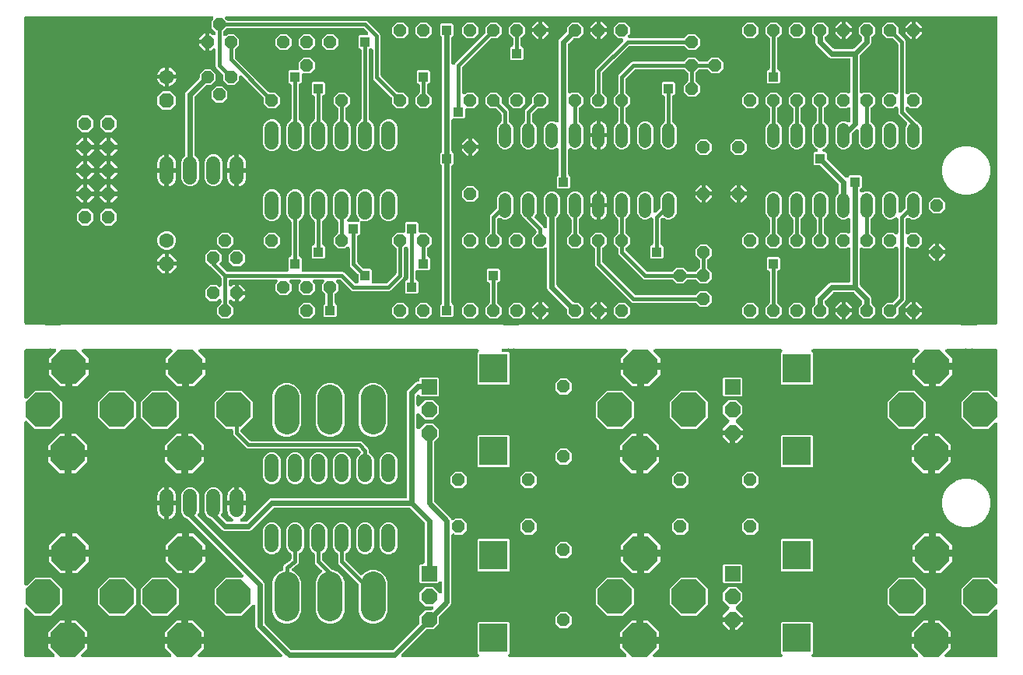
<source format=gtl>
G04 EAGLE Gerber RS-274X export*
G75*
%MOMM*%
%FSLAX34Y34*%
%LPD*%
%INTop Copper*%
%IPPOS*%
%AMOC8*
5,1,8,0,0,1.08239X$1,22.5*%
G01*
%ADD10P,1.429621X8X292.500000*%
%ADD11C,1.320800*%
%ADD12P,1.429621X8X202.500000*%
%ADD13P,1.429621X8X22.500000*%
%ADD14P,1.429621X8X112.500000*%
%ADD15P,4.058962X8X22.500000*%
%ADD16P,4.058962X8X292.500000*%
%ADD17R,1.676400X1.676400*%
%ADD18P,1.814519X8X202.500000*%
%ADD19R,3.116000X3.116000*%
%ADD20C,2.705100*%
%ADD21P,1.732040X8X292.500000*%
%ADD22C,1.600200*%
%ADD23P,1.539592X8X112.500000*%
%ADD24C,1.524000*%
%ADD25C,0.609600*%
%ADD26R,1.006400X1.006400*%
%ADD27C,0.406400*%

G36*
X1041436Y371334D02*
X1041436Y371334D01*
X1041462Y371332D01*
X1041636Y371355D01*
X1041809Y371373D01*
X1041835Y371381D01*
X1041862Y371384D01*
X1042022Y371436D01*
X1046239Y371436D01*
X1046270Y371439D01*
X1046301Y371437D01*
X1046470Y371459D01*
X1046639Y371476D01*
X1046669Y371485D01*
X1046700Y371489D01*
X1047016Y371590D01*
X1048272Y372111D01*
X1067308Y372111D01*
X1067326Y372113D01*
X1067344Y372111D01*
X1067526Y372132D01*
X1067709Y372151D01*
X1067726Y372156D01*
X1067743Y372158D01*
X1067918Y372215D01*
X1068094Y372269D01*
X1068109Y372277D01*
X1068126Y372283D01*
X1068286Y372373D01*
X1068448Y372461D01*
X1068461Y372472D01*
X1068477Y372481D01*
X1068616Y372601D01*
X1068757Y372718D01*
X1068768Y372732D01*
X1068782Y372744D01*
X1068894Y372889D01*
X1069009Y373032D01*
X1069017Y373048D01*
X1069028Y373062D01*
X1069110Y373227D01*
X1069195Y373389D01*
X1069200Y373406D01*
X1069208Y373422D01*
X1069255Y373601D01*
X1069306Y373776D01*
X1069308Y373794D01*
X1069312Y373811D01*
X1069339Y374142D01*
X1069339Y705358D01*
X1069337Y705376D01*
X1069339Y705394D01*
X1069318Y705576D01*
X1069299Y705759D01*
X1069294Y705776D01*
X1069292Y705793D01*
X1069235Y705968D01*
X1069181Y706144D01*
X1069173Y706159D01*
X1069167Y706176D01*
X1069077Y706336D01*
X1068989Y706498D01*
X1068978Y706511D01*
X1068969Y706527D01*
X1068849Y706666D01*
X1068732Y706807D01*
X1068718Y706818D01*
X1068706Y706832D01*
X1068561Y706944D01*
X1068418Y707059D01*
X1068402Y707067D01*
X1068388Y707078D01*
X1068223Y707160D01*
X1068061Y707245D01*
X1068044Y707250D01*
X1068028Y707258D01*
X1067849Y707305D01*
X1067674Y707356D01*
X1067656Y707358D01*
X1067639Y707362D01*
X1067308Y707389D01*
X230479Y707389D01*
X230470Y707388D01*
X230461Y707389D01*
X230271Y707369D01*
X230078Y707349D01*
X230070Y707347D01*
X230061Y707346D01*
X229877Y707288D01*
X229693Y707231D01*
X229685Y707227D01*
X229677Y707224D01*
X229509Y707131D01*
X229339Y707039D01*
X229332Y707034D01*
X229325Y707029D01*
X229178Y706905D01*
X229030Y706782D01*
X229024Y706775D01*
X229018Y706769D01*
X228897Y706617D01*
X228778Y706468D01*
X228774Y706460D01*
X228768Y706453D01*
X228680Y706280D01*
X228592Y706111D01*
X228590Y706102D01*
X228586Y706094D01*
X228534Y705909D01*
X228481Y705724D01*
X228480Y705715D01*
X228478Y705706D01*
X228463Y705514D01*
X228448Y705322D01*
X228449Y705314D01*
X228448Y705305D01*
X228472Y705113D01*
X228495Y704923D01*
X228498Y704914D01*
X228499Y704905D01*
X228560Y704723D01*
X228620Y704540D01*
X228624Y704532D01*
X228627Y704524D01*
X228724Y704355D01*
X228817Y704189D01*
X228823Y704182D01*
X228828Y704175D01*
X229042Y703922D01*
X229805Y703160D01*
X229825Y703143D01*
X229843Y703122D01*
X229981Y703016D01*
X230116Y702905D01*
X230140Y702892D01*
X230161Y702876D01*
X230317Y702798D01*
X230472Y702716D01*
X230497Y702708D01*
X230521Y702696D01*
X230691Y702651D01*
X230858Y702601D01*
X230884Y702599D01*
X230910Y702592D01*
X231241Y702565D01*
X381809Y702565D01*
X383302Y701946D01*
X397146Y688102D01*
X397765Y686609D01*
X397765Y643875D01*
X397767Y643848D01*
X397765Y643822D01*
X397787Y643648D01*
X397805Y643474D01*
X397812Y643449D01*
X397816Y643422D01*
X397871Y643257D01*
X397923Y643090D01*
X397936Y643066D01*
X397944Y643041D01*
X398031Y642889D01*
X398115Y642735D01*
X398132Y642715D01*
X398145Y642692D01*
X398360Y642439D01*
X415617Y625182D01*
X415637Y625165D01*
X415655Y625144D01*
X415793Y625037D01*
X415928Y624927D01*
X415952Y624914D01*
X415973Y624898D01*
X416130Y624820D01*
X416284Y624738D01*
X416309Y624730D01*
X416334Y624718D01*
X416503Y624673D01*
X416670Y624623D01*
X416696Y624621D01*
X416722Y624614D01*
X417053Y624587D01*
X422677Y624587D01*
X427737Y619527D01*
X427737Y612373D01*
X422677Y607313D01*
X415523Y607313D01*
X410463Y612373D01*
X410463Y617997D01*
X410461Y618024D01*
X410463Y618050D01*
X410441Y618224D01*
X410423Y618398D01*
X410416Y618423D01*
X410412Y618450D01*
X410357Y618615D01*
X410305Y618782D01*
X410292Y618806D01*
X410284Y618831D01*
X410197Y618983D01*
X410113Y619137D01*
X410096Y619157D01*
X410083Y619180D01*
X409868Y619433D01*
X390254Y639048D01*
X389635Y640541D01*
X389635Y670354D01*
X389633Y670372D01*
X389635Y670390D01*
X389614Y670572D01*
X389595Y670755D01*
X389590Y670772D01*
X389588Y670789D01*
X389531Y670964D01*
X389477Y671140D01*
X389469Y671155D01*
X389463Y671172D01*
X389373Y671332D01*
X389285Y671494D01*
X389274Y671507D01*
X389265Y671523D01*
X389145Y671662D01*
X389028Y671803D01*
X389014Y671814D01*
X389002Y671828D01*
X388857Y671940D01*
X388714Y672055D01*
X388698Y672063D01*
X388684Y672074D01*
X388519Y672156D01*
X388357Y672241D01*
X388340Y672246D01*
X388324Y672254D01*
X388145Y672301D01*
X387970Y672352D01*
X387952Y672354D01*
X387935Y672358D01*
X387604Y672385D01*
X387096Y672385D01*
X387078Y672383D01*
X387060Y672385D01*
X386878Y672364D01*
X386695Y672345D01*
X386678Y672340D01*
X386661Y672338D01*
X386486Y672281D01*
X386310Y672227D01*
X386295Y672219D01*
X386278Y672213D01*
X386118Y672123D01*
X385956Y672035D01*
X385943Y672024D01*
X385927Y672015D01*
X385788Y671895D01*
X385647Y671778D01*
X385636Y671764D01*
X385622Y671752D01*
X385510Y671607D01*
X385395Y671464D01*
X385387Y671448D01*
X385376Y671434D01*
X385294Y671269D01*
X385209Y671107D01*
X385204Y671090D01*
X385196Y671074D01*
X385149Y670895D01*
X385098Y670720D01*
X385096Y670702D01*
X385092Y670685D01*
X385065Y670354D01*
X385065Y595592D01*
X385067Y595569D01*
X385065Y595547D01*
X385087Y595370D01*
X385105Y595191D01*
X385111Y595170D01*
X385114Y595147D01*
X385170Y594978D01*
X385223Y594806D01*
X385233Y594786D01*
X385240Y594765D01*
X385329Y594610D01*
X385415Y594452D01*
X385429Y594435D01*
X385440Y594416D01*
X385557Y594281D01*
X385672Y594143D01*
X385690Y594129D01*
X385704Y594112D01*
X385846Y594003D01*
X385986Y593890D01*
X386006Y593880D01*
X386024Y593867D01*
X386319Y593715D01*
X386468Y593653D01*
X389183Y590938D01*
X390653Y587390D01*
X390653Y568310D01*
X389183Y564762D01*
X386468Y562047D01*
X382920Y560577D01*
X379080Y560577D01*
X375532Y562047D01*
X372817Y564762D01*
X371347Y568310D01*
X371347Y587390D01*
X372817Y590938D01*
X375532Y593653D01*
X375681Y593715D01*
X375701Y593725D01*
X375722Y593732D01*
X375878Y593821D01*
X376036Y593905D01*
X376053Y593919D01*
X376073Y593930D01*
X376208Y594047D01*
X376347Y594162D01*
X376361Y594179D01*
X376378Y594193D01*
X376487Y594335D01*
X376600Y594474D01*
X376611Y594494D01*
X376624Y594512D01*
X376704Y594672D01*
X376787Y594831D01*
X376794Y594852D01*
X376804Y594872D01*
X376850Y595045D01*
X376900Y595217D01*
X376902Y595239D01*
X376908Y595261D01*
X376935Y595592D01*
X376935Y670354D01*
X376933Y670372D01*
X376935Y670390D01*
X376914Y670572D01*
X376895Y670755D01*
X376890Y670772D01*
X376888Y670789D01*
X376831Y670964D01*
X376777Y671140D01*
X376769Y671155D01*
X376763Y671172D01*
X376673Y671332D01*
X376585Y671494D01*
X376574Y671507D01*
X376565Y671523D01*
X376445Y671662D01*
X376328Y671803D01*
X376314Y671814D01*
X376302Y671828D01*
X376157Y671940D01*
X376014Y672055D01*
X375998Y672063D01*
X375984Y672074D01*
X375819Y672156D01*
X375657Y672241D01*
X375640Y672246D01*
X375624Y672254D01*
X375445Y672301D01*
X375270Y672352D01*
X375252Y672354D01*
X375235Y672358D01*
X375146Y672365D01*
X373935Y673576D01*
X373935Y685324D01*
X375126Y686515D01*
X382333Y686515D01*
X382342Y686516D01*
X382351Y686515D01*
X382543Y686536D01*
X382734Y686555D01*
X382742Y686557D01*
X382751Y686558D01*
X382933Y686616D01*
X383119Y686673D01*
X383126Y686677D01*
X383135Y686680D01*
X383303Y686773D01*
X383473Y686865D01*
X383479Y686870D01*
X383487Y686875D01*
X383634Y686999D01*
X383782Y687122D01*
X383787Y687129D01*
X383794Y687135D01*
X383913Y687286D01*
X384034Y687436D01*
X384038Y687444D01*
X384044Y687451D01*
X384132Y687624D01*
X384220Y687793D01*
X384222Y687802D01*
X384226Y687810D01*
X384278Y687996D01*
X384331Y688180D01*
X384332Y688189D01*
X384334Y688198D01*
X384348Y688391D01*
X384364Y688582D01*
X384363Y688590D01*
X384364Y688599D01*
X384339Y688792D01*
X384317Y688981D01*
X384314Y688990D01*
X384313Y688999D01*
X384252Y689182D01*
X384192Y689364D01*
X384188Y689372D01*
X384185Y689380D01*
X384089Y689547D01*
X383994Y689715D01*
X383989Y689722D01*
X383984Y689729D01*
X383769Y689982D01*
X379911Y693840D01*
X379891Y693857D01*
X379873Y693878D01*
X379736Y693984D01*
X379600Y694095D01*
X379576Y694108D01*
X379555Y694124D01*
X379399Y694202D01*
X379244Y694284D01*
X379218Y694292D01*
X379194Y694304D01*
X379026Y694349D01*
X378858Y694399D01*
X378832Y694401D01*
X378806Y694408D01*
X378475Y694435D01*
X231241Y694435D01*
X231214Y694433D01*
X231188Y694435D01*
X231014Y694413D01*
X230840Y694395D01*
X230815Y694388D01*
X230788Y694384D01*
X230622Y694329D01*
X230455Y694277D01*
X230432Y694264D01*
X230406Y694256D01*
X230255Y694169D01*
X230101Y694085D01*
X230081Y694068D01*
X230058Y694055D01*
X229805Y693840D01*
X226910Y690945D01*
X226893Y690925D01*
X226872Y690907D01*
X226765Y690769D01*
X226655Y690634D01*
X226642Y690610D01*
X226626Y690589D01*
X226548Y690432D01*
X226466Y690278D01*
X226458Y690253D01*
X226446Y690229D01*
X226401Y690059D01*
X226351Y689892D01*
X226349Y689866D01*
X226342Y689840D01*
X226315Y689509D01*
X226315Y687933D01*
X226316Y687924D01*
X226315Y687915D01*
X226336Y687723D01*
X226355Y687532D01*
X226357Y687524D01*
X226358Y687515D01*
X226417Y687331D01*
X226473Y687147D01*
X226477Y687139D01*
X226480Y687131D01*
X226573Y686962D01*
X226665Y686793D01*
X226670Y686786D01*
X226675Y686779D01*
X226800Y686631D01*
X226922Y686484D01*
X226929Y686478D01*
X226935Y686472D01*
X227087Y686352D01*
X227236Y686232D01*
X227244Y686228D01*
X227251Y686222D01*
X227423Y686135D01*
X227593Y686046D01*
X227602Y686044D01*
X227610Y686040D01*
X227796Y685988D01*
X227980Y685935D01*
X227989Y685934D01*
X227998Y685932D01*
X228190Y685917D01*
X228382Y685902D01*
X228390Y685903D01*
X228399Y685902D01*
X228592Y685927D01*
X228781Y685949D01*
X228790Y685951D01*
X228799Y685953D01*
X228982Y686014D01*
X229164Y686074D01*
X229172Y686078D01*
X229180Y686081D01*
X229346Y686176D01*
X229515Y686271D01*
X229522Y686277D01*
X229529Y686282D01*
X229782Y686496D01*
X231373Y688087D01*
X238527Y688087D01*
X243587Y683027D01*
X243587Y675873D01*
X239610Y671895D01*
X239593Y671875D01*
X239572Y671857D01*
X239465Y671719D01*
X239355Y671584D01*
X239342Y671560D01*
X239326Y671539D01*
X239248Y671382D01*
X239166Y671228D01*
X239158Y671203D01*
X239146Y671179D01*
X239101Y671009D01*
X239051Y670842D01*
X239049Y670816D01*
X239042Y670790D01*
X239015Y670459D01*
X239015Y662925D01*
X239017Y662898D01*
X239015Y662872D01*
X239037Y662698D01*
X239055Y662524D01*
X239062Y662499D01*
X239066Y662472D01*
X239121Y662307D01*
X239173Y662140D01*
X239186Y662116D01*
X239194Y662091D01*
X239281Y661939D01*
X239365Y661785D01*
X239382Y661765D01*
X239395Y661742D01*
X239610Y661489D01*
X275917Y625182D01*
X275937Y625165D01*
X275955Y625144D01*
X276093Y625037D01*
X276228Y624927D01*
X276252Y624914D01*
X276273Y624898D01*
X276430Y624820D01*
X276584Y624738D01*
X276609Y624730D01*
X276634Y624718D01*
X276803Y624673D01*
X276970Y624623D01*
X276996Y624621D01*
X277022Y624614D01*
X277353Y624587D01*
X282977Y624587D01*
X288037Y619527D01*
X288037Y612373D01*
X282977Y607313D01*
X275823Y607313D01*
X270763Y612373D01*
X270763Y617997D01*
X270761Y618024D01*
X270763Y618050D01*
X270741Y618224D01*
X270723Y618398D01*
X270716Y618423D01*
X270712Y618450D01*
X270657Y618615D01*
X270605Y618782D01*
X270592Y618806D01*
X270584Y618831D01*
X270497Y618983D01*
X270413Y619137D01*
X270396Y619157D01*
X270383Y619180D01*
X270168Y619433D01*
X247054Y642547D01*
X247047Y642553D01*
X247042Y642560D01*
X246892Y642680D01*
X246743Y642802D01*
X246735Y642807D01*
X246728Y642812D01*
X246557Y642901D01*
X246387Y642991D01*
X246379Y642994D01*
X246371Y642998D01*
X246185Y643051D01*
X246001Y643106D01*
X245992Y643107D01*
X245984Y643109D01*
X245792Y643125D01*
X245600Y643142D01*
X245591Y643141D01*
X245582Y643142D01*
X245393Y643120D01*
X245200Y643099D01*
X245191Y643096D01*
X245183Y643095D01*
X245001Y643036D01*
X244816Y642977D01*
X244808Y642973D01*
X244800Y642970D01*
X244631Y642875D01*
X244464Y642782D01*
X244457Y642777D01*
X244449Y642772D01*
X244303Y642646D01*
X244157Y642522D01*
X244151Y642515D01*
X244144Y642509D01*
X244027Y642358D01*
X243907Y642206D01*
X243903Y642198D01*
X243898Y642191D01*
X243812Y642019D01*
X243725Y641847D01*
X243722Y641839D01*
X243718Y641831D01*
X243668Y641644D01*
X243617Y641459D01*
X243616Y641450D01*
X243614Y641442D01*
X243587Y641111D01*
X243587Y637773D01*
X238527Y632713D01*
X231373Y632713D01*
X226313Y637773D01*
X226313Y643397D01*
X226311Y643424D01*
X226313Y643450D01*
X226291Y643624D01*
X226273Y643798D01*
X226266Y643823D01*
X226262Y643850D01*
X226207Y644015D01*
X226155Y644182D01*
X226142Y644206D01*
X226134Y644231D01*
X226047Y644383D01*
X225963Y644537D01*
X225946Y644557D01*
X225933Y644580D01*
X225718Y644833D01*
X218804Y651748D01*
X218185Y653241D01*
X218185Y670249D01*
X218184Y670258D01*
X218185Y670267D01*
X218164Y670458D01*
X218145Y670649D01*
X218143Y670658D01*
X218142Y670667D01*
X218084Y670849D01*
X218027Y671034D01*
X218023Y671042D01*
X218020Y671051D01*
X217927Y671219D01*
X217835Y671388D01*
X217830Y671395D01*
X217825Y671403D01*
X217700Y671551D01*
X217578Y671698D01*
X217571Y671703D01*
X217565Y671710D01*
X217413Y671830D01*
X217264Y671950D01*
X217256Y671954D01*
X217249Y671960D01*
X217077Y672047D01*
X216907Y672135D01*
X216898Y672138D01*
X216890Y672142D01*
X216704Y672194D01*
X216520Y672247D01*
X216511Y672248D01*
X216502Y672250D01*
X216310Y672264D01*
X216118Y672280D01*
X216110Y672279D01*
X216101Y672279D01*
X215908Y672255D01*
X215719Y672233D01*
X215710Y672230D01*
X215701Y672229D01*
X215518Y672168D01*
X215336Y672108D01*
X215328Y672104D01*
X215320Y672101D01*
X215154Y672005D01*
X214985Y671910D01*
X214978Y671904D01*
X214971Y671900D01*
X214718Y671685D01*
X213338Y670305D01*
X211581Y670305D01*
X211581Y679450D01*
X211581Y688595D01*
X213338Y688595D01*
X214718Y687215D01*
X214725Y687209D01*
X214730Y687202D01*
X214880Y687082D01*
X215029Y686960D01*
X215037Y686956D01*
X215044Y686950D01*
X215214Y686862D01*
X215385Y686771D01*
X215394Y686769D01*
X215401Y686765D01*
X215586Y686711D01*
X215771Y686656D01*
X215780Y686656D01*
X215788Y686653D01*
X215979Y686637D01*
X216172Y686620D01*
X216181Y686621D01*
X216190Y686620D01*
X216379Y686642D01*
X216572Y686663D01*
X216581Y686666D01*
X216589Y686667D01*
X216771Y686727D01*
X216956Y686785D01*
X216964Y686789D01*
X216972Y686792D01*
X217139Y686886D01*
X217308Y686980D01*
X217315Y686986D01*
X217323Y686990D01*
X217468Y687115D01*
X217615Y687240D01*
X217621Y687247D01*
X217628Y687253D01*
X217744Y687404D01*
X217865Y687556D01*
X217869Y687564D01*
X217874Y687571D01*
X217960Y687743D01*
X218047Y687915D01*
X218050Y687924D01*
X218054Y687932D01*
X218104Y688118D01*
X218155Y688303D01*
X218156Y688312D01*
X218158Y688320D01*
X218185Y688651D01*
X218185Y689509D01*
X218183Y689536D01*
X218185Y689562D01*
X218163Y689736D01*
X218145Y689910D01*
X218138Y689935D01*
X218134Y689962D01*
X218079Y690128D01*
X218027Y690295D01*
X218014Y690318D01*
X218006Y690344D01*
X217919Y690495D01*
X217835Y690649D01*
X217818Y690669D01*
X217805Y690692D01*
X217590Y690945D01*
X213613Y694923D01*
X213613Y702077D01*
X215458Y703922D01*
X215463Y703929D01*
X215470Y703934D01*
X215590Y704084D01*
X215713Y704233D01*
X215717Y704241D01*
X215722Y704248D01*
X215810Y704416D01*
X215901Y704589D01*
X215904Y704598D01*
X215908Y704605D01*
X215960Y704787D01*
X216016Y704975D01*
X216017Y704984D01*
X216019Y704992D01*
X216035Y705183D01*
X216052Y705376D01*
X216051Y705385D01*
X216052Y705394D01*
X216030Y705583D01*
X216009Y705776D01*
X216006Y705785D01*
X216005Y705793D01*
X215946Y705975D01*
X215888Y706160D01*
X215883Y706168D01*
X215880Y706176D01*
X215785Y706345D01*
X215693Y706512D01*
X215687Y706519D01*
X215683Y706527D01*
X215557Y706673D01*
X215432Y706819D01*
X215425Y706825D01*
X215419Y706832D01*
X215268Y706949D01*
X215116Y707069D01*
X215108Y707073D01*
X215101Y707078D01*
X214929Y707164D01*
X214757Y707251D01*
X214749Y707254D01*
X214741Y707258D01*
X214555Y707308D01*
X214369Y707359D01*
X214361Y707360D01*
X214352Y707362D01*
X214021Y707389D01*
X12192Y707389D01*
X12174Y707387D01*
X12156Y707389D01*
X11974Y707368D01*
X11791Y707349D01*
X11774Y707344D01*
X11757Y707342D01*
X11582Y707285D01*
X11406Y707231D01*
X11391Y707223D01*
X11374Y707217D01*
X11214Y707127D01*
X11052Y707039D01*
X11039Y707028D01*
X11023Y707019D01*
X10884Y706899D01*
X10743Y706782D01*
X10732Y706768D01*
X10718Y706756D01*
X10606Y706611D01*
X10491Y706468D01*
X10483Y706452D01*
X10472Y706438D01*
X10389Y706272D01*
X10305Y706111D01*
X10300Y706094D01*
X10292Y706078D01*
X10245Y705899D01*
X10194Y705724D01*
X10192Y705706D01*
X10188Y705689D01*
X10161Y705358D01*
X10161Y374142D01*
X10163Y374124D01*
X10161Y374106D01*
X10182Y373924D01*
X10201Y373741D01*
X10206Y373724D01*
X10208Y373707D01*
X10265Y373532D01*
X10319Y373356D01*
X10327Y373341D01*
X10333Y373324D01*
X10423Y373164D01*
X10511Y373002D01*
X10522Y372989D01*
X10531Y372973D01*
X10651Y372834D01*
X10768Y372693D01*
X10782Y372682D01*
X10794Y372668D01*
X10939Y372556D01*
X11082Y372441D01*
X11098Y372433D01*
X11112Y372422D01*
X11277Y372340D01*
X11439Y372255D01*
X11456Y372250D01*
X11472Y372242D01*
X11651Y372195D01*
X11826Y372144D01*
X11844Y372142D01*
X11861Y372138D01*
X12192Y372111D01*
X31228Y372111D01*
X32484Y371590D01*
X32514Y371581D01*
X32542Y371567D01*
X32707Y371523D01*
X32869Y371474D01*
X32900Y371471D01*
X32931Y371463D01*
X33261Y371436D01*
X37483Y371436D01*
X37541Y371420D01*
X37708Y371369D01*
X37735Y371367D01*
X37760Y371360D01*
X37936Y371348D01*
X38109Y371331D01*
X38135Y371334D01*
X38162Y371332D01*
X38336Y371355D01*
X38509Y371373D01*
X38535Y371381D01*
X38561Y371384D01*
X38722Y371436D01*
X43833Y371436D01*
X43891Y371420D01*
X44058Y371369D01*
X44085Y371367D01*
X44110Y371360D01*
X44286Y371348D01*
X44459Y371331D01*
X44485Y371334D01*
X44512Y371332D01*
X44686Y371355D01*
X44859Y371373D01*
X44885Y371381D01*
X44911Y371384D01*
X45072Y371436D01*
X49289Y371436D01*
X49320Y371439D01*
X49351Y371437D01*
X49520Y371459D01*
X49689Y371476D01*
X49719Y371485D01*
X49750Y371489D01*
X50066Y371590D01*
X51322Y372111D01*
X529703Y372111D01*
X530959Y371590D01*
X530989Y371581D01*
X531017Y371567D01*
X531182Y371523D01*
X531344Y371474D01*
X531375Y371471D01*
X531406Y371463D01*
X531736Y371436D01*
X535958Y371436D01*
X536016Y371420D01*
X536183Y371369D01*
X536210Y371367D01*
X536235Y371360D01*
X536411Y371348D01*
X536584Y371331D01*
X536610Y371334D01*
X536637Y371332D01*
X536811Y371355D01*
X536984Y371373D01*
X537010Y371381D01*
X537036Y371384D01*
X537197Y371436D01*
X542308Y371436D01*
X542366Y371420D01*
X542533Y371369D01*
X542560Y371367D01*
X542585Y371360D01*
X542761Y371348D01*
X542934Y371331D01*
X542960Y371334D01*
X542987Y371332D01*
X543161Y371355D01*
X543334Y371373D01*
X543360Y371381D01*
X543386Y371384D01*
X543547Y371436D01*
X547764Y371436D01*
X547795Y371439D01*
X547826Y371437D01*
X547995Y371459D01*
X548164Y371476D01*
X548194Y371485D01*
X548225Y371489D01*
X548541Y371590D01*
X549797Y372111D01*
X1028178Y372111D01*
X1029434Y371590D01*
X1029464Y371581D01*
X1029492Y371567D01*
X1029657Y371523D01*
X1029819Y371474D01*
X1029850Y371471D01*
X1029881Y371463D01*
X1030211Y371436D01*
X1034433Y371436D01*
X1034491Y371420D01*
X1034658Y371369D01*
X1034685Y371367D01*
X1034711Y371360D01*
X1034885Y371348D01*
X1035059Y371331D01*
X1035086Y371334D01*
X1035112Y371332D01*
X1035286Y371355D01*
X1035459Y371373D01*
X1035485Y371381D01*
X1035512Y371384D01*
X1035672Y371436D01*
X1040783Y371436D01*
X1040841Y371420D01*
X1041008Y371369D01*
X1041035Y371367D01*
X1041061Y371360D01*
X1041235Y371348D01*
X1041409Y371331D01*
X1041436Y371334D01*
G37*
G36*
X41075Y10162D02*
X41075Y10162D01*
X41084Y10161D01*
X41277Y10182D01*
X41466Y10201D01*
X41475Y10203D01*
X41484Y10204D01*
X41668Y10262D01*
X41851Y10319D01*
X41859Y10323D01*
X41868Y10326D01*
X42036Y10419D01*
X42205Y10511D01*
X42212Y10516D01*
X42220Y10521D01*
X42367Y10645D01*
X42515Y10768D01*
X42520Y10775D01*
X42527Y10781D01*
X42646Y10932D01*
X42767Y11082D01*
X42771Y11090D01*
X42777Y11097D01*
X42864Y11270D01*
X42952Y11439D01*
X42955Y11448D01*
X42959Y11456D01*
X43011Y11642D01*
X43064Y11826D01*
X43065Y11835D01*
X43067Y11844D01*
X43081Y12037D01*
X43097Y12228D01*
X43096Y12236D01*
X43096Y12245D01*
X43072Y12438D01*
X43050Y12627D01*
X43047Y12636D01*
X43046Y12645D01*
X42985Y12828D01*
X42925Y13010D01*
X42921Y13018D01*
X42918Y13026D01*
X42822Y13193D01*
X42727Y13361D01*
X42721Y13368D01*
X42717Y13375D01*
X42502Y13628D01*
X36209Y19921D01*
X36209Y24991D01*
X55782Y24991D01*
X55800Y24992D01*
X55817Y24991D01*
X56000Y25012D01*
X56182Y25031D01*
X56199Y25036D01*
X56217Y25038D01*
X56392Y25095D01*
X56567Y25149D01*
X56583Y25157D01*
X56600Y25163D01*
X56760Y25253D01*
X56921Y25340D01*
X56935Y25352D01*
X56951Y25361D01*
X57090Y25481D01*
X57231Y25598D01*
X57242Y25612D01*
X57255Y25624D01*
X57368Y25769D01*
X57483Y25912D01*
X57491Y25928D01*
X57502Y25942D01*
X57503Y25944D01*
X57537Y25882D01*
X57548Y25869D01*
X57557Y25853D01*
X57677Y25714D01*
X57795Y25573D01*
X57808Y25562D01*
X57820Y25548D01*
X57965Y25436D01*
X58108Y25321D01*
X58124Y25313D01*
X58138Y25302D01*
X58303Y25220D01*
X58466Y25135D01*
X58483Y25130D01*
X58499Y25122D01*
X58677Y25074D01*
X58852Y25024D01*
X58870Y25022D01*
X58887Y25018D01*
X59218Y24991D01*
X78791Y24991D01*
X78791Y19921D01*
X72498Y13628D01*
X72492Y13621D01*
X72485Y13616D01*
X72365Y13466D01*
X72243Y13317D01*
X72239Y13309D01*
X72233Y13302D01*
X72145Y13132D01*
X72054Y12961D01*
X72052Y12952D01*
X72048Y12945D01*
X71994Y12760D01*
X71939Y12575D01*
X71939Y12566D01*
X71936Y12558D01*
X71920Y12366D01*
X71903Y12174D01*
X71904Y12165D01*
X71903Y12156D01*
X71925Y11967D01*
X71946Y11774D01*
X71949Y11765D01*
X71950Y11757D01*
X72010Y11575D01*
X72068Y11390D01*
X72072Y11382D01*
X72075Y11374D01*
X72170Y11205D01*
X72263Y11038D01*
X72268Y11031D01*
X72273Y11023D01*
X72399Y10877D01*
X72523Y10731D01*
X72530Y10725D01*
X72536Y10718D01*
X72687Y10601D01*
X72839Y10481D01*
X72847Y10477D01*
X72854Y10472D01*
X73026Y10386D01*
X73198Y10299D01*
X73207Y10296D01*
X73215Y10292D01*
X73401Y10242D01*
X73586Y10191D01*
X73595Y10190D01*
X73603Y10188D01*
X73934Y10161D01*
X168066Y10161D01*
X168075Y10162D01*
X168084Y10161D01*
X168277Y10182D01*
X168466Y10201D01*
X168475Y10203D01*
X168484Y10204D01*
X168668Y10262D01*
X168851Y10319D01*
X168859Y10323D01*
X168868Y10326D01*
X169036Y10419D01*
X169205Y10511D01*
X169212Y10516D01*
X169220Y10521D01*
X169367Y10645D01*
X169515Y10768D01*
X169520Y10775D01*
X169527Y10781D01*
X169646Y10932D01*
X169767Y11082D01*
X169771Y11090D01*
X169777Y11097D01*
X169864Y11270D01*
X169952Y11439D01*
X169955Y11448D01*
X169959Y11456D01*
X170011Y11642D01*
X170064Y11826D01*
X170065Y11835D01*
X170067Y11844D01*
X170081Y12037D01*
X170097Y12228D01*
X170096Y12236D01*
X170096Y12245D01*
X170072Y12438D01*
X170050Y12627D01*
X170047Y12636D01*
X170046Y12645D01*
X169985Y12828D01*
X169925Y13010D01*
X169921Y13018D01*
X169918Y13026D01*
X169822Y13193D01*
X169727Y13361D01*
X169721Y13368D01*
X169717Y13375D01*
X169502Y13628D01*
X163209Y19921D01*
X163209Y24991D01*
X182782Y24991D01*
X182800Y24992D01*
X182817Y24991D01*
X183000Y25012D01*
X183182Y25031D01*
X183199Y25036D01*
X183217Y25038D01*
X183392Y25095D01*
X183567Y25149D01*
X183583Y25157D01*
X183600Y25163D01*
X183760Y25253D01*
X183921Y25340D01*
X183935Y25352D01*
X183951Y25361D01*
X184090Y25481D01*
X184231Y25598D01*
X184242Y25612D01*
X184255Y25624D01*
X184368Y25769D01*
X184483Y25912D01*
X184491Y25928D01*
X184502Y25942D01*
X184503Y25944D01*
X184537Y25882D01*
X184548Y25869D01*
X184557Y25853D01*
X184677Y25714D01*
X184795Y25573D01*
X184808Y25562D01*
X184820Y25548D01*
X184965Y25436D01*
X185108Y25321D01*
X185124Y25313D01*
X185138Y25302D01*
X185303Y25220D01*
X185466Y25135D01*
X185483Y25130D01*
X185499Y25122D01*
X185677Y25074D01*
X185852Y25024D01*
X185870Y25022D01*
X185887Y25018D01*
X186218Y24991D01*
X205791Y24991D01*
X205791Y19921D01*
X199498Y13628D01*
X199492Y13621D01*
X199485Y13616D01*
X199365Y13466D01*
X199243Y13317D01*
X199239Y13309D01*
X199233Y13302D01*
X199145Y13132D01*
X199054Y12961D01*
X199052Y12952D01*
X199048Y12945D01*
X198994Y12760D01*
X198939Y12575D01*
X198939Y12566D01*
X198936Y12558D01*
X198920Y12366D01*
X198903Y12174D01*
X198904Y12165D01*
X198903Y12156D01*
X198925Y11967D01*
X198946Y11774D01*
X198949Y11765D01*
X198950Y11757D01*
X199010Y11575D01*
X199068Y11390D01*
X199072Y11382D01*
X199075Y11374D01*
X199170Y11205D01*
X199263Y11038D01*
X199268Y11031D01*
X199273Y11023D01*
X199399Y10877D01*
X199523Y10731D01*
X199530Y10725D01*
X199536Y10718D01*
X199687Y10601D01*
X199839Y10481D01*
X199847Y10477D01*
X199854Y10472D01*
X200026Y10386D01*
X200198Y10299D01*
X200207Y10296D01*
X200215Y10292D01*
X200401Y10242D01*
X200586Y10191D01*
X200595Y10190D01*
X200603Y10188D01*
X200934Y10161D01*
X288900Y10161D01*
X288909Y10162D01*
X288918Y10161D01*
X289111Y10182D01*
X289301Y10201D01*
X289309Y10203D01*
X289318Y10204D01*
X289503Y10263D01*
X289686Y10319D01*
X289694Y10323D01*
X289702Y10326D01*
X289870Y10419D01*
X290040Y10511D01*
X290047Y10516D01*
X290054Y10521D01*
X290201Y10645D01*
X290349Y10768D01*
X290355Y10775D01*
X290361Y10781D01*
X290481Y10933D01*
X290601Y11082D01*
X290605Y11090D01*
X290611Y11097D01*
X290699Y11270D01*
X290787Y11439D01*
X290789Y11448D01*
X290793Y11456D01*
X290845Y11642D01*
X290898Y11826D01*
X290899Y11835D01*
X290901Y11844D01*
X290915Y12037D01*
X290931Y12228D01*
X290930Y12236D01*
X290931Y12245D01*
X290906Y12438D01*
X290884Y12627D01*
X290881Y12636D01*
X290880Y12645D01*
X290819Y12827D01*
X290759Y13010D01*
X290755Y13018D01*
X290752Y13026D01*
X290656Y13193D01*
X290561Y13361D01*
X290556Y13368D01*
X290551Y13375D01*
X290336Y13628D01*
X262393Y41572D01*
X261619Y43439D01*
X261619Y65564D01*
X261618Y65573D01*
X261619Y65582D01*
X261598Y65775D01*
X261579Y65965D01*
X261577Y65973D01*
X261576Y65982D01*
X261518Y66166D01*
X261461Y66350D01*
X261457Y66358D01*
X261454Y66366D01*
X261362Y66534D01*
X261269Y66704D01*
X261264Y66711D01*
X261259Y66718D01*
X261135Y66865D01*
X261012Y67013D01*
X261005Y67019D01*
X260999Y67025D01*
X260847Y67145D01*
X260698Y67265D01*
X260690Y67269D01*
X260683Y67275D01*
X260510Y67363D01*
X260341Y67451D01*
X260332Y67453D01*
X260324Y67457D01*
X260138Y67509D01*
X259954Y67562D01*
X259945Y67563D01*
X259936Y67565D01*
X259743Y67579D01*
X259552Y67595D01*
X259544Y67594D01*
X259535Y67595D01*
X259342Y67570D01*
X259153Y67548D01*
X259144Y67545D01*
X259135Y67544D01*
X258952Y67483D01*
X258770Y67423D01*
X258762Y67419D01*
X258754Y67416D01*
X258587Y67320D01*
X258419Y67225D01*
X258412Y67220D01*
X258405Y67215D01*
X258152Y67001D01*
X246568Y55417D01*
X229352Y55417D01*
X217177Y67592D01*
X217177Y84808D01*
X229352Y96983D01*
X246528Y96983D01*
X246537Y96984D01*
X246546Y96983D01*
X246739Y97004D01*
X246929Y97023D01*
X246937Y97025D01*
X246946Y97026D01*
X247131Y97085D01*
X247314Y97141D01*
X247322Y97145D01*
X247330Y97148D01*
X247498Y97241D01*
X247668Y97333D01*
X247675Y97338D01*
X247682Y97343D01*
X247829Y97467D01*
X247977Y97590D01*
X247983Y97597D01*
X247989Y97603D01*
X248109Y97755D01*
X248229Y97904D01*
X248233Y97912D01*
X248239Y97919D01*
X248327Y98092D01*
X248415Y98261D01*
X248417Y98270D01*
X248421Y98278D01*
X248473Y98464D01*
X248526Y98648D01*
X248527Y98657D01*
X248529Y98666D01*
X248543Y98859D01*
X248559Y99050D01*
X248558Y99058D01*
X248559Y99067D01*
X248534Y99260D01*
X248512Y99449D01*
X248509Y99458D01*
X248508Y99467D01*
X248447Y99649D01*
X248387Y99832D01*
X248383Y99840D01*
X248380Y99848D01*
X248284Y100015D01*
X248189Y100183D01*
X248184Y100190D01*
X248179Y100197D01*
X247964Y100450D01*
X187684Y160731D01*
X187659Y160751D01*
X187639Y160775D01*
X187504Y160878D01*
X187372Y160986D01*
X187344Y161001D01*
X187320Y161020D01*
X187025Y161172D01*
X185032Y161997D01*
X182317Y164712D01*
X180847Y168260D01*
X180847Y187340D01*
X182317Y190888D01*
X185032Y193603D01*
X188580Y195073D01*
X192420Y195073D01*
X195968Y193603D01*
X198683Y190888D01*
X200153Y187340D01*
X200153Y168260D01*
X199024Y165535D01*
X199017Y165513D01*
X199007Y165493D01*
X198959Y165321D01*
X198907Y165149D01*
X198905Y165127D01*
X198899Y165106D01*
X198886Y164926D01*
X198869Y164748D01*
X198872Y164726D01*
X198870Y164704D01*
X198892Y164526D01*
X198911Y164348D01*
X198918Y164327D01*
X198920Y164305D01*
X198977Y164135D01*
X199031Y163964D01*
X199041Y163944D01*
X199049Y163923D01*
X199138Y163767D01*
X199224Y163610D01*
X199238Y163593D01*
X199250Y163574D01*
X199464Y163321D01*
X271007Y91778D01*
X271781Y89911D01*
X271781Y47396D01*
X271783Y47369D01*
X271781Y47343D01*
X271803Y47169D01*
X271821Y46995D01*
X271828Y46970D01*
X271832Y46943D01*
X271887Y46777D01*
X271939Y46610D01*
X271952Y46587D01*
X271960Y46561D01*
X272047Y46410D01*
X272131Y46256D01*
X272148Y46236D01*
X272161Y46213D01*
X272376Y45960D01*
X299960Y18376D01*
X299980Y18359D01*
X299998Y18338D01*
X300136Y18231D01*
X300271Y18121D01*
X300295Y18108D01*
X300316Y18092D01*
X300473Y18014D01*
X300627Y17932D01*
X300652Y17924D01*
X300676Y17912D01*
X300846Y17867D01*
X301013Y17817D01*
X301039Y17815D01*
X301065Y17808D01*
X301396Y17781D01*
X409804Y17781D01*
X409831Y17783D01*
X409857Y17781D01*
X410031Y17803D01*
X410205Y17821D01*
X410230Y17828D01*
X410257Y17832D01*
X410423Y17887D01*
X410590Y17939D01*
X410613Y17952D01*
X410639Y17960D01*
X410790Y18047D01*
X410944Y18131D01*
X410964Y18148D01*
X410987Y18161D01*
X411240Y18376D01*
X439690Y46826D01*
X439707Y46846D01*
X439728Y46864D01*
X439835Y47002D01*
X439945Y47137D01*
X439958Y47161D01*
X439974Y47182D01*
X440052Y47339D01*
X440134Y47493D01*
X440142Y47518D01*
X440154Y47542D01*
X440199Y47712D01*
X440249Y47879D01*
X440251Y47905D01*
X440258Y47931D01*
X440285Y48262D01*
X440285Y55514D01*
X446386Y61615D01*
X453238Y61615D01*
X453265Y61617D01*
X453291Y61615D01*
X453465Y61637D01*
X453639Y61655D01*
X453664Y61662D01*
X453691Y61666D01*
X453857Y61721D01*
X454024Y61773D01*
X454047Y61786D01*
X454073Y61794D01*
X454224Y61881D01*
X454378Y61965D01*
X454398Y61982D01*
X454421Y61995D01*
X454674Y62210D01*
X454782Y62318D01*
X454788Y62325D01*
X454795Y62330D01*
X454915Y62480D01*
X455038Y62629D01*
X455042Y62637D01*
X455047Y62644D01*
X455136Y62815D01*
X455226Y62985D01*
X455229Y62993D01*
X455233Y63001D01*
X455286Y63187D01*
X455341Y63371D01*
X455342Y63380D01*
X455344Y63388D01*
X455360Y63580D01*
X455377Y63772D01*
X455376Y63781D01*
X455377Y63790D01*
X455355Y63979D01*
X455334Y64172D01*
X455331Y64181D01*
X455330Y64189D01*
X455271Y64371D01*
X455212Y64556D01*
X455208Y64564D01*
X455205Y64572D01*
X455110Y64741D01*
X455018Y64908D01*
X455012Y64915D01*
X455007Y64923D01*
X454881Y65069D01*
X454757Y65215D01*
X454750Y65221D01*
X454744Y65228D01*
X454593Y65345D01*
X454441Y65465D01*
X454433Y65469D01*
X454426Y65474D01*
X454254Y65560D01*
X454082Y65647D01*
X454074Y65650D01*
X454066Y65654D01*
X453879Y65704D01*
X453694Y65755D01*
X453686Y65756D01*
X453677Y65758D01*
X453346Y65785D01*
X446386Y65785D01*
X440285Y71886D01*
X440285Y80514D01*
X446386Y86615D01*
X455014Y86615D01*
X461352Y80277D01*
X461359Y80271D01*
X461364Y80264D01*
X461514Y80144D01*
X461663Y80022D01*
X461671Y80018D01*
X461678Y80012D01*
X461848Y79924D01*
X462019Y79833D01*
X462028Y79831D01*
X462035Y79827D01*
X462220Y79773D01*
X462405Y79718D01*
X462414Y79718D01*
X462422Y79715D01*
X462614Y79700D01*
X462806Y79682D01*
X462815Y79683D01*
X462824Y79682D01*
X463013Y79704D01*
X463206Y79725D01*
X463215Y79728D01*
X463223Y79729D01*
X463405Y79789D01*
X463590Y79847D01*
X463598Y79851D01*
X463606Y79854D01*
X463775Y79949D01*
X463942Y80042D01*
X463949Y80048D01*
X463957Y80052D01*
X464103Y80178D01*
X464249Y80302D01*
X464255Y80309D01*
X464262Y80315D01*
X464379Y80467D01*
X464499Y80618D01*
X464503Y80626D01*
X464508Y80633D01*
X464594Y80805D01*
X464681Y80977D01*
X464684Y80986D01*
X464688Y80994D01*
X464738Y81180D01*
X464789Y81365D01*
X464790Y81374D01*
X464792Y81383D01*
X464819Y81713D01*
X464819Y90777D01*
X464818Y90786D01*
X464819Y90794D01*
X464798Y90986D01*
X464779Y91177D01*
X464777Y91186D01*
X464776Y91195D01*
X464719Y91375D01*
X464661Y91562D01*
X464657Y91570D01*
X464654Y91579D01*
X464561Y91747D01*
X464469Y91916D01*
X464464Y91923D01*
X464459Y91931D01*
X464334Y92079D01*
X464212Y92226D01*
X464205Y92231D01*
X464199Y92238D01*
X464047Y92358D01*
X463898Y92478D01*
X463890Y92482D01*
X463883Y92488D01*
X463711Y92575D01*
X463541Y92663D01*
X463532Y92666D01*
X463524Y92670D01*
X463338Y92722D01*
X463154Y92775D01*
X463145Y92775D01*
X463136Y92778D01*
X462944Y92792D01*
X462752Y92808D01*
X462744Y92807D01*
X462735Y92807D01*
X462542Y92783D01*
X462353Y92761D01*
X462344Y92758D01*
X462335Y92757D01*
X462152Y92695D01*
X461970Y92636D01*
X461962Y92631D01*
X461954Y92629D01*
X461788Y92533D01*
X461619Y92438D01*
X461612Y92432D01*
X461605Y92428D01*
X461352Y92213D01*
X459924Y90785D01*
X441476Y90785D01*
X440285Y91976D01*
X440285Y110424D01*
X441476Y111615D01*
X443683Y111615D01*
X443692Y111616D01*
X443702Y111615D01*
X443893Y111636D01*
X444083Y111655D01*
X444093Y111658D01*
X444102Y111659D01*
X444285Y111717D01*
X444468Y111773D01*
X444477Y111777D01*
X444486Y111780D01*
X444654Y111873D01*
X444822Y111965D01*
X444830Y111971D01*
X444838Y111976D01*
X444985Y112101D01*
X445131Y112222D01*
X445138Y112230D01*
X445145Y112236D01*
X445265Y112388D01*
X445384Y112536D01*
X445388Y112545D01*
X445394Y112552D01*
X445482Y112725D01*
X445569Y112893D01*
X445572Y112903D01*
X445576Y112912D01*
X445628Y113096D01*
X445681Y113280D01*
X445682Y113290D01*
X445684Y113300D01*
X445714Y113630D01*
X445769Y120664D01*
X445769Y120671D01*
X445769Y120680D01*
X445769Y155804D01*
X445767Y155831D01*
X445769Y155857D01*
X445747Y156031D01*
X445729Y156205D01*
X445722Y156230D01*
X445718Y156257D01*
X445663Y156423D01*
X445611Y156590D01*
X445598Y156613D01*
X445590Y156639D01*
X445503Y156790D01*
X445419Y156944D01*
X445402Y156964D01*
X445389Y156987D01*
X445174Y157240D01*
X430290Y172124D01*
X430270Y172141D01*
X430252Y172162D01*
X430114Y172269D01*
X429979Y172379D01*
X429955Y172392D01*
X429934Y172408D01*
X429777Y172486D01*
X429623Y172568D01*
X429598Y172576D01*
X429574Y172588D01*
X429404Y172633D01*
X429237Y172683D01*
X429211Y172685D01*
X429185Y172692D01*
X428854Y172719D01*
X282346Y172719D01*
X282319Y172717D01*
X282293Y172719D01*
X282119Y172697D01*
X281945Y172679D01*
X281920Y172672D01*
X281893Y172668D01*
X281727Y172613D01*
X281560Y172561D01*
X281537Y172548D01*
X281511Y172540D01*
X281360Y172453D01*
X281206Y172369D01*
X281186Y172352D01*
X281163Y172339D01*
X280910Y172124D01*
X256878Y148093D01*
X255011Y147319D01*
X227589Y147319D01*
X225722Y148093D01*
X213084Y160731D01*
X213059Y160751D01*
X213039Y160775D01*
X212904Y160878D01*
X212772Y160986D01*
X212745Y161001D01*
X212720Y161020D01*
X212425Y161172D01*
X210432Y161997D01*
X207717Y164712D01*
X206247Y168260D01*
X206247Y187340D01*
X207717Y190888D01*
X210432Y193603D01*
X213980Y195073D01*
X217820Y195073D01*
X221368Y193603D01*
X224083Y190888D01*
X225553Y187340D01*
X225553Y168260D01*
X224424Y165535D01*
X224417Y165513D01*
X224407Y165493D01*
X224359Y165321D01*
X224307Y165149D01*
X224305Y165127D01*
X224299Y165106D01*
X224286Y164926D01*
X224269Y164748D01*
X224272Y164726D01*
X224270Y164704D01*
X224292Y164526D01*
X224311Y164348D01*
X224318Y164327D01*
X224320Y164305D01*
X224377Y164135D01*
X224431Y163964D01*
X224441Y163944D01*
X224449Y163923D01*
X224538Y163767D01*
X224624Y163610D01*
X224638Y163593D01*
X224650Y163574D01*
X224864Y163321D01*
X230110Y158076D01*
X230130Y158059D01*
X230148Y158038D01*
X230286Y157931D01*
X230421Y157821D01*
X230445Y157808D01*
X230466Y157792D01*
X230623Y157714D01*
X230777Y157632D01*
X230802Y157624D01*
X230826Y157612D01*
X230996Y157567D01*
X231163Y157517D01*
X231189Y157515D01*
X231215Y157508D01*
X231546Y157481D01*
X235382Y157481D01*
X235508Y157493D01*
X235634Y157496D01*
X235708Y157513D01*
X235783Y157521D01*
X235903Y157558D01*
X236027Y157586D01*
X236095Y157617D01*
X236168Y157639D01*
X236279Y157699D01*
X236394Y157751D01*
X236455Y157795D01*
X236522Y157831D01*
X236619Y157911D01*
X236721Y157985D01*
X236773Y158040D01*
X236831Y158088D01*
X236910Y158187D01*
X236996Y158279D01*
X237036Y158343D01*
X237083Y158402D01*
X237141Y158514D01*
X237208Y158622D01*
X237234Y158693D01*
X237269Y158759D01*
X237304Y158881D01*
X237348Y158999D01*
X237359Y159074D01*
X237380Y159146D01*
X237390Y159272D01*
X237410Y159397D01*
X237407Y159472D01*
X237413Y159548D01*
X237398Y159673D01*
X237393Y159799D01*
X237375Y159873D01*
X237366Y159947D01*
X237327Y160067D01*
X237297Y160190D01*
X237265Y160258D01*
X237241Y160330D01*
X237179Y160440D01*
X237125Y160555D01*
X237080Y160615D01*
X237043Y160681D01*
X236961Y160776D01*
X236885Y160878D01*
X236829Y160928D01*
X236780Y160985D01*
X236680Y161063D01*
X236587Y161148D01*
X236512Y161194D01*
X236462Y161232D01*
X236396Y161265D01*
X236304Y161322D01*
X235975Y161490D01*
X234681Y162430D01*
X233550Y163561D01*
X232610Y164855D01*
X231884Y166280D01*
X231389Y167801D01*
X231139Y169380D01*
X231139Y175261D01*
X240792Y175261D01*
X240810Y175262D01*
X240827Y175261D01*
X241010Y175282D01*
X241192Y175301D01*
X241209Y175306D01*
X241227Y175308D01*
X241305Y175333D01*
X241442Y175294D01*
X241460Y175292D01*
X241477Y175288D01*
X241808Y175261D01*
X251461Y175261D01*
X251461Y169380D01*
X251211Y167801D01*
X250716Y166280D01*
X249990Y164855D01*
X249050Y163561D01*
X247919Y162430D01*
X246625Y161490D01*
X246296Y161322D01*
X246189Y161254D01*
X246078Y161193D01*
X246020Y161145D01*
X245957Y161104D01*
X245866Y161017D01*
X245769Y160936D01*
X245722Y160877D01*
X245668Y160824D01*
X245596Y160720D01*
X245517Y160622D01*
X245482Y160555D01*
X245439Y160493D01*
X245389Y160376D01*
X245331Y160265D01*
X245310Y160192D01*
X245281Y160123D01*
X245255Y159999D01*
X245220Y159878D01*
X245214Y159803D01*
X245198Y159729D01*
X245197Y159602D01*
X245187Y159476D01*
X245196Y159401D01*
X245195Y159326D01*
X245219Y159202D01*
X245234Y159077D01*
X245257Y159005D01*
X245272Y158931D01*
X245320Y158814D01*
X245359Y158694D01*
X245396Y158628D01*
X245424Y158558D01*
X245495Y158453D01*
X245557Y158343D01*
X245606Y158286D01*
X245648Y158223D01*
X245737Y158134D01*
X245820Y158038D01*
X245879Y157992D01*
X245933Y157939D01*
X246038Y157869D01*
X246138Y157792D01*
X246205Y157758D01*
X246268Y157716D01*
X246385Y157669D01*
X246498Y157612D01*
X246571Y157593D01*
X246641Y157564D01*
X246765Y157541D01*
X246887Y157508D01*
X246975Y157501D01*
X247037Y157489D01*
X247110Y157490D01*
X247218Y157481D01*
X251054Y157481D01*
X251081Y157483D01*
X251107Y157481D01*
X251281Y157503D01*
X251455Y157521D01*
X251480Y157528D01*
X251507Y157532D01*
X251673Y157587D01*
X251840Y157639D01*
X251863Y157652D01*
X251889Y157660D01*
X252040Y157747D01*
X252194Y157831D01*
X252214Y157848D01*
X252237Y157861D01*
X252490Y158076D01*
X276522Y182107D01*
X278389Y182881D01*
X424688Y182881D01*
X424706Y182883D01*
X424724Y182881D01*
X424906Y182902D01*
X425089Y182921D01*
X425106Y182926D01*
X425123Y182928D01*
X425298Y182985D01*
X425474Y183039D01*
X425489Y183047D01*
X425506Y183053D01*
X425666Y183143D01*
X425828Y183231D01*
X425841Y183242D01*
X425857Y183251D01*
X425996Y183371D01*
X426137Y183488D01*
X426148Y183502D01*
X426162Y183514D01*
X426274Y183659D01*
X426389Y183802D01*
X426397Y183818D01*
X426408Y183832D01*
X426490Y183997D01*
X426575Y184159D01*
X426580Y184176D01*
X426588Y184192D01*
X426635Y184371D01*
X426686Y184546D01*
X426688Y184564D01*
X426692Y184581D01*
X426719Y184912D01*
X426719Y299061D01*
X427493Y300928D01*
X433274Y306709D01*
X433294Y306734D01*
X433318Y306754D01*
X433421Y306889D01*
X433529Y307021D01*
X433544Y307048D01*
X433563Y307073D01*
X433715Y307368D01*
X433875Y307756D01*
X434591Y308428D01*
X434610Y308449D01*
X434637Y308473D01*
X435332Y309167D01*
X436250Y309513D01*
X436276Y309526D01*
X436310Y309537D01*
X437217Y309913D01*
X438189Y309882D01*
X438239Y309885D01*
X438290Y309881D01*
X438440Y309899D01*
X438591Y309909D01*
X438640Y309922D01*
X438689Y309928D01*
X438833Y309975D01*
X438979Y310015D01*
X439024Y310038D01*
X439072Y310053D01*
X439204Y310127D01*
X439339Y310195D01*
X439379Y310226D01*
X439423Y310251D01*
X439537Y310350D01*
X439657Y310443D01*
X439690Y310481D01*
X439728Y310514D01*
X439820Y310634D01*
X439919Y310749D01*
X439944Y310793D01*
X439974Y310832D01*
X440042Y310968D01*
X440116Y311100D01*
X440131Y311148D01*
X440154Y311193D01*
X440193Y311339D01*
X440239Y311483D01*
X440245Y311533D01*
X440258Y311582D01*
X440277Y311816D01*
X440285Y311883D01*
X440284Y311896D01*
X440285Y311912D01*
X440285Y313624D01*
X441476Y314815D01*
X459924Y314815D01*
X461115Y313624D01*
X461115Y295176D01*
X459924Y293985D01*
X441476Y293985D01*
X440348Y295113D01*
X440341Y295119D01*
X440336Y295126D01*
X440186Y295246D01*
X440037Y295368D01*
X440029Y295372D01*
X440022Y295378D01*
X439852Y295466D01*
X439681Y295557D01*
X439672Y295559D01*
X439665Y295563D01*
X439480Y295616D01*
X439295Y295671D01*
X439286Y295672D01*
X439278Y295675D01*
X439087Y295690D01*
X438894Y295708D01*
X438885Y295707D01*
X438876Y295708D01*
X438687Y295685D01*
X438494Y295664D01*
X438485Y295662D01*
X438477Y295661D01*
X438295Y295601D01*
X438110Y295543D01*
X438102Y295539D01*
X438094Y295536D01*
X437927Y295442D01*
X437758Y295348D01*
X437751Y295342D01*
X437743Y295338D01*
X437598Y295213D01*
X437451Y295088D01*
X437445Y295081D01*
X437438Y295075D01*
X437322Y294924D01*
X437201Y294772D01*
X437197Y294764D01*
X437192Y294757D01*
X437106Y294585D01*
X437019Y294413D01*
X437016Y294404D01*
X437012Y294396D01*
X436962Y294210D01*
X436911Y294025D01*
X436910Y294016D01*
X436908Y294007D01*
X436881Y293677D01*
X436881Y285213D01*
X436882Y285204D01*
X436881Y285195D01*
X436902Y285002D01*
X436921Y284813D01*
X436923Y284804D01*
X436924Y284795D01*
X436982Y284611D01*
X437039Y284428D01*
X437043Y284420D01*
X437046Y284411D01*
X437139Y284243D01*
X437231Y284074D01*
X437236Y284067D01*
X437241Y284059D01*
X437365Y283912D01*
X437488Y283764D01*
X437495Y283759D01*
X437501Y283752D01*
X437652Y283633D01*
X437802Y283512D01*
X437810Y283508D01*
X437817Y283502D01*
X437990Y283415D01*
X438159Y283327D01*
X438168Y283324D01*
X438176Y283320D01*
X438362Y283268D01*
X438546Y283215D01*
X438555Y283214D01*
X438564Y283212D01*
X438757Y283198D01*
X438948Y283182D01*
X438956Y283183D01*
X438965Y283183D01*
X439158Y283207D01*
X439347Y283229D01*
X439356Y283232D01*
X439365Y283233D01*
X439548Y283294D01*
X439730Y283354D01*
X439738Y283358D01*
X439746Y283361D01*
X439913Y283457D01*
X440081Y283552D01*
X440088Y283558D01*
X440095Y283562D01*
X440348Y283777D01*
X446386Y289815D01*
X455014Y289815D01*
X461115Y283714D01*
X461115Y275086D01*
X455014Y268985D01*
X446386Y268985D01*
X440348Y275023D01*
X440341Y275029D01*
X440336Y275036D01*
X440186Y275156D01*
X440037Y275278D01*
X440029Y275282D01*
X440022Y275288D01*
X439852Y275376D01*
X439681Y275467D01*
X439672Y275469D01*
X439665Y275473D01*
X439480Y275527D01*
X439295Y275582D01*
X439286Y275582D01*
X439278Y275585D01*
X439086Y275600D01*
X438894Y275618D01*
X438885Y275617D01*
X438876Y275618D01*
X438687Y275596D01*
X438494Y275575D01*
X438485Y275572D01*
X438477Y275571D01*
X438295Y275511D01*
X438110Y275453D01*
X438102Y275449D01*
X438094Y275446D01*
X437925Y275351D01*
X437758Y275258D01*
X437751Y275252D01*
X437743Y275248D01*
X437597Y275122D01*
X437451Y274998D01*
X437445Y274991D01*
X437438Y274985D01*
X437321Y274833D01*
X437201Y274682D01*
X437197Y274674D01*
X437192Y274667D01*
X437106Y274495D01*
X437019Y274323D01*
X437016Y274314D01*
X437012Y274306D01*
X436962Y274120D01*
X436911Y273935D01*
X436910Y273926D01*
X436908Y273917D01*
X436881Y273587D01*
X436881Y260213D01*
X436882Y260204D01*
X436881Y260195D01*
X436902Y260002D01*
X436921Y259813D01*
X436923Y259804D01*
X436924Y259795D01*
X436982Y259611D01*
X437039Y259428D01*
X437043Y259420D01*
X437046Y259411D01*
X437139Y259243D01*
X437231Y259074D01*
X437236Y259067D01*
X437241Y259059D01*
X437365Y258912D01*
X437488Y258764D01*
X437495Y258759D01*
X437501Y258752D01*
X437652Y258633D01*
X437802Y258512D01*
X437810Y258508D01*
X437817Y258502D01*
X437990Y258415D01*
X438159Y258327D01*
X438168Y258324D01*
X438176Y258320D01*
X438362Y258268D01*
X438546Y258215D01*
X438555Y258214D01*
X438564Y258212D01*
X438757Y258198D01*
X438948Y258182D01*
X438956Y258183D01*
X438965Y258183D01*
X439158Y258207D01*
X439347Y258229D01*
X439356Y258232D01*
X439365Y258233D01*
X439548Y258294D01*
X439730Y258354D01*
X439738Y258358D01*
X439746Y258361D01*
X439913Y258457D01*
X440081Y258552D01*
X440088Y258558D01*
X440095Y258562D01*
X440348Y258777D01*
X446386Y264815D01*
X455014Y264815D01*
X461115Y258714D01*
X461115Y250086D01*
X456395Y245367D01*
X456377Y245345D01*
X456356Y245326D01*
X456250Y245189D01*
X456140Y245055D01*
X456127Y245030D01*
X456109Y245007D01*
X456033Y244852D01*
X455952Y244700D01*
X455944Y244672D01*
X455931Y244646D01*
X455886Y244479D01*
X455837Y244314D01*
X455834Y244285D01*
X455827Y244257D01*
X455801Y243927D01*
X455925Y180748D01*
X455927Y180723D01*
X455926Y180698D01*
X455948Y180523D01*
X455966Y180347D01*
X455973Y180323D01*
X455976Y180299D01*
X456032Y180131D01*
X456085Y179962D01*
X456096Y179941D01*
X456104Y179917D01*
X456193Y179764D01*
X456277Y179609D01*
X456293Y179590D01*
X456305Y179568D01*
X456520Y179315D01*
X474207Y161628D01*
X474627Y160614D01*
X474634Y160602D01*
X474638Y160589D01*
X474729Y160425D01*
X474818Y160259D01*
X474826Y160248D01*
X474833Y160237D01*
X474954Y160093D01*
X475074Y159948D01*
X475084Y159940D01*
X475093Y159930D01*
X475241Y159813D01*
X475387Y159695D01*
X475399Y159688D01*
X475409Y159680D01*
X475577Y159595D01*
X475743Y159508D01*
X475756Y159504D01*
X475768Y159498D01*
X475950Y159447D01*
X476130Y159394D01*
X476143Y159393D01*
X476156Y159390D01*
X476345Y159376D01*
X476531Y159360D01*
X476544Y159361D01*
X476557Y159360D01*
X476745Y159384D01*
X476931Y159405D01*
X476944Y159409D01*
X476957Y159411D01*
X477135Y159470D01*
X477314Y159528D01*
X477326Y159535D01*
X477339Y159539D01*
X477501Y159633D01*
X477666Y159724D01*
X477676Y159733D01*
X477687Y159740D01*
X477940Y159955D01*
X479023Y161037D01*
X486177Y161037D01*
X491237Y155977D01*
X491237Y148823D01*
X486177Y143763D01*
X479023Y143763D01*
X478448Y144338D01*
X478441Y144343D01*
X478436Y144350D01*
X478286Y144471D01*
X478137Y144593D01*
X478129Y144597D01*
X478122Y144602D01*
X477952Y144691D01*
X477781Y144781D01*
X477772Y144784D01*
X477765Y144788D01*
X477580Y144841D01*
X477395Y144896D01*
X477386Y144897D01*
X477378Y144899D01*
X477187Y144915D01*
X476994Y144932D01*
X476985Y144931D01*
X476976Y144932D01*
X476787Y144910D01*
X476594Y144889D01*
X476585Y144886D01*
X476577Y144885D01*
X476395Y144826D01*
X476210Y144768D01*
X476202Y144763D01*
X476194Y144760D01*
X476027Y144666D01*
X475858Y144573D01*
X475851Y144567D01*
X475843Y144563D01*
X475698Y144437D01*
X475551Y144312D01*
X475545Y144305D01*
X475538Y144299D01*
X475422Y144149D01*
X475301Y143996D01*
X475297Y143988D01*
X475292Y143981D01*
X475207Y143811D01*
X475119Y143637D01*
X475116Y143629D01*
X475112Y143621D01*
X475063Y143435D01*
X475011Y143249D01*
X475010Y143241D01*
X475008Y143232D01*
X474981Y142901D01*
X474981Y69239D01*
X474207Y67372D01*
X472492Y65657D01*
X461710Y54874D01*
X461693Y54854D01*
X461672Y54836D01*
X461565Y54698D01*
X461455Y54563D01*
X461442Y54539D01*
X461426Y54518D01*
X461348Y54361D01*
X461266Y54207D01*
X461258Y54182D01*
X461246Y54158D01*
X461201Y53988D01*
X461151Y53821D01*
X461149Y53795D01*
X461142Y53769D01*
X461115Y53438D01*
X461115Y46886D01*
X455014Y40785D01*
X448862Y40785D01*
X448835Y40783D01*
X448809Y40785D01*
X448635Y40763D01*
X448461Y40745D01*
X448436Y40738D01*
X448409Y40734D01*
X448243Y40679D01*
X448076Y40627D01*
X448053Y40614D01*
X448027Y40606D01*
X447876Y40519D01*
X447722Y40435D01*
X447702Y40418D01*
X447679Y40405D01*
X447426Y40190D01*
X420864Y13628D01*
X420858Y13621D01*
X420851Y13616D01*
X420731Y13466D01*
X420608Y13317D01*
X420604Y13309D01*
X420599Y13302D01*
X420510Y13131D01*
X420420Y12961D01*
X420417Y12953D01*
X420413Y12945D01*
X420360Y12759D01*
X420305Y12575D01*
X420304Y12566D01*
X420302Y12558D01*
X420286Y12366D01*
X420269Y12174D01*
X420270Y12165D01*
X420269Y12156D01*
X420291Y11967D01*
X420312Y11774D01*
X420315Y11765D01*
X420316Y11757D01*
X420375Y11575D01*
X420434Y11390D01*
X420438Y11382D01*
X420441Y11374D01*
X420536Y11205D01*
X420628Y11038D01*
X420634Y11031D01*
X420639Y11023D01*
X420765Y10877D01*
X420889Y10731D01*
X420896Y10725D01*
X420902Y10718D01*
X421053Y10601D01*
X421205Y10481D01*
X421213Y10477D01*
X421220Y10472D01*
X421392Y10386D01*
X421564Y10299D01*
X421572Y10296D01*
X421580Y10292D01*
X421767Y10242D01*
X421952Y10191D01*
X421960Y10190D01*
X421969Y10188D01*
X422300Y10161D01*
X502801Y10161D01*
X502810Y10162D01*
X502818Y10161D01*
X503010Y10182D01*
X503201Y10201D01*
X503210Y10203D01*
X503219Y10204D01*
X503401Y10262D01*
X503586Y10319D01*
X503594Y10323D01*
X503603Y10326D01*
X503771Y10419D01*
X503940Y10511D01*
X503947Y10516D01*
X503955Y10521D01*
X504103Y10646D01*
X504250Y10768D01*
X504255Y10775D01*
X504262Y10781D01*
X504382Y10933D01*
X504502Y11082D01*
X504506Y11090D01*
X504512Y11097D01*
X504599Y11269D01*
X504687Y11439D01*
X504690Y11448D01*
X504694Y11456D01*
X504746Y11642D01*
X504799Y11826D01*
X504799Y11835D01*
X504802Y11844D01*
X504816Y12036D01*
X504832Y12228D01*
X504831Y12236D01*
X504831Y12245D01*
X504807Y12438D01*
X504785Y12627D01*
X504782Y12636D01*
X504781Y12645D01*
X504719Y12828D01*
X504660Y13010D01*
X504655Y13018D01*
X504653Y13026D01*
X504557Y13192D01*
X504462Y13361D01*
X504456Y13368D01*
X504452Y13375D01*
X504237Y13628D01*
X503087Y14778D01*
X503087Y47622D01*
X504278Y48813D01*
X537122Y48813D01*
X538313Y47622D01*
X538313Y14778D01*
X537163Y13628D01*
X537157Y13621D01*
X537150Y13616D01*
X537030Y13466D01*
X536908Y13317D01*
X536904Y13309D01*
X536898Y13302D01*
X536810Y13132D01*
X536719Y12961D01*
X536717Y12952D01*
X536713Y12945D01*
X536660Y12760D01*
X536605Y12575D01*
X536604Y12566D01*
X536601Y12558D01*
X536586Y12367D01*
X536568Y12174D01*
X536569Y12165D01*
X536568Y12156D01*
X536591Y11967D01*
X536612Y11774D01*
X536614Y11765D01*
X536615Y11757D01*
X536675Y11575D01*
X536733Y11390D01*
X536737Y11382D01*
X536740Y11374D01*
X536834Y11207D01*
X536928Y11038D01*
X536934Y11031D01*
X536938Y11023D01*
X537063Y10878D01*
X537188Y10731D01*
X537195Y10725D01*
X537201Y10718D01*
X537352Y10602D01*
X537504Y10481D01*
X537512Y10477D01*
X537519Y10472D01*
X537691Y10386D01*
X537863Y10299D01*
X537872Y10296D01*
X537880Y10292D01*
X538066Y10242D01*
X538251Y10191D01*
X538260Y10190D01*
X538269Y10188D01*
X538599Y10161D01*
X663366Y10161D01*
X663375Y10162D01*
X663384Y10161D01*
X663577Y10182D01*
X663766Y10201D01*
X663775Y10203D01*
X663784Y10204D01*
X663968Y10262D01*
X664151Y10319D01*
X664159Y10323D01*
X664168Y10326D01*
X664336Y10419D01*
X664505Y10511D01*
X664512Y10516D01*
X664520Y10521D01*
X664667Y10645D01*
X664815Y10768D01*
X664820Y10775D01*
X664827Y10781D01*
X664946Y10932D01*
X665067Y11082D01*
X665071Y11090D01*
X665077Y11097D01*
X665164Y11270D01*
X665252Y11439D01*
X665255Y11448D01*
X665259Y11456D01*
X665311Y11642D01*
X665364Y11826D01*
X665365Y11835D01*
X665367Y11844D01*
X665381Y12037D01*
X665397Y12228D01*
X665396Y12236D01*
X665396Y12245D01*
X665372Y12438D01*
X665350Y12627D01*
X665347Y12636D01*
X665346Y12645D01*
X665285Y12828D01*
X665225Y13010D01*
X665221Y13018D01*
X665218Y13026D01*
X665122Y13193D01*
X665027Y13361D01*
X665021Y13368D01*
X665017Y13375D01*
X664802Y13628D01*
X658509Y19921D01*
X658509Y24991D01*
X678082Y24991D01*
X678100Y24992D01*
X678117Y24991D01*
X678300Y25012D01*
X678482Y25031D01*
X678499Y25036D01*
X678517Y25038D01*
X678692Y25095D01*
X678867Y25149D01*
X678883Y25157D01*
X678900Y25163D01*
X679060Y25253D01*
X679221Y25340D01*
X679235Y25352D01*
X679251Y25361D01*
X679390Y25481D01*
X679531Y25598D01*
X679542Y25612D01*
X679555Y25624D01*
X679668Y25769D01*
X679783Y25912D01*
X679791Y25928D01*
X679802Y25942D01*
X679803Y25944D01*
X679837Y25882D01*
X679848Y25869D01*
X679857Y25853D01*
X679977Y25714D01*
X680095Y25573D01*
X680108Y25562D01*
X680120Y25548D01*
X680265Y25436D01*
X680408Y25321D01*
X680424Y25313D01*
X680438Y25302D01*
X680603Y25220D01*
X680766Y25135D01*
X680783Y25130D01*
X680799Y25122D01*
X680977Y25074D01*
X681152Y25024D01*
X681170Y25022D01*
X681187Y25018D01*
X681518Y24991D01*
X701091Y24991D01*
X701091Y19921D01*
X694798Y13628D01*
X694792Y13621D01*
X694785Y13616D01*
X694665Y13466D01*
X694543Y13317D01*
X694539Y13309D01*
X694533Y13302D01*
X694445Y13132D01*
X694354Y12961D01*
X694352Y12952D01*
X694348Y12945D01*
X694294Y12760D01*
X694239Y12575D01*
X694239Y12566D01*
X694236Y12558D01*
X694220Y12366D01*
X694203Y12174D01*
X694204Y12165D01*
X694203Y12156D01*
X694225Y11967D01*
X694246Y11774D01*
X694249Y11765D01*
X694250Y11757D01*
X694310Y11575D01*
X694368Y11390D01*
X694372Y11382D01*
X694375Y11374D01*
X694470Y11205D01*
X694563Y11038D01*
X694568Y11031D01*
X694573Y11023D01*
X694699Y10877D01*
X694823Y10731D01*
X694830Y10725D01*
X694836Y10718D01*
X694987Y10601D01*
X695139Y10481D01*
X695147Y10477D01*
X695154Y10472D01*
X695326Y10386D01*
X695498Y10299D01*
X695507Y10296D01*
X695515Y10292D01*
X695701Y10242D01*
X695886Y10191D01*
X695895Y10190D01*
X695903Y10188D01*
X696234Y10161D01*
X833001Y10161D01*
X833010Y10162D01*
X833018Y10161D01*
X833210Y10182D01*
X833401Y10201D01*
X833410Y10203D01*
X833419Y10204D01*
X833601Y10262D01*
X833786Y10319D01*
X833794Y10323D01*
X833803Y10326D01*
X833971Y10419D01*
X834140Y10511D01*
X834147Y10516D01*
X834155Y10521D01*
X834303Y10646D01*
X834450Y10768D01*
X834455Y10775D01*
X834462Y10781D01*
X834582Y10933D01*
X834702Y11082D01*
X834706Y11090D01*
X834712Y11097D01*
X834799Y11269D01*
X834887Y11439D01*
X834890Y11448D01*
X834894Y11456D01*
X834946Y11642D01*
X834999Y11826D01*
X834999Y11835D01*
X835002Y11844D01*
X835016Y12036D01*
X835032Y12228D01*
X835031Y12236D01*
X835031Y12245D01*
X835007Y12438D01*
X834985Y12627D01*
X834982Y12636D01*
X834981Y12645D01*
X834919Y12828D01*
X834860Y13010D01*
X834855Y13018D01*
X834853Y13026D01*
X834757Y13192D01*
X834662Y13361D01*
X834656Y13368D01*
X834652Y13375D01*
X834437Y13628D01*
X833287Y14778D01*
X833287Y47622D01*
X834478Y48813D01*
X867322Y48813D01*
X868513Y47622D01*
X868513Y14778D01*
X867363Y13628D01*
X867357Y13621D01*
X867350Y13616D01*
X867230Y13466D01*
X867108Y13317D01*
X867104Y13309D01*
X867098Y13302D01*
X867010Y13132D01*
X866919Y12961D01*
X866917Y12952D01*
X866913Y12945D01*
X866860Y12760D01*
X866805Y12575D01*
X866804Y12566D01*
X866801Y12558D01*
X866786Y12367D01*
X866768Y12174D01*
X866769Y12165D01*
X866768Y12156D01*
X866791Y11967D01*
X866812Y11774D01*
X866814Y11765D01*
X866815Y11757D01*
X866875Y11575D01*
X866933Y11390D01*
X866937Y11382D01*
X866940Y11374D01*
X867034Y11207D01*
X867128Y11038D01*
X867134Y11031D01*
X867138Y11023D01*
X867263Y10878D01*
X867388Y10731D01*
X867395Y10725D01*
X867401Y10718D01*
X867552Y10602D01*
X867704Y10481D01*
X867712Y10477D01*
X867719Y10472D01*
X867891Y10386D01*
X868063Y10299D01*
X868072Y10296D01*
X868080Y10292D01*
X868266Y10242D01*
X868451Y10191D01*
X868460Y10190D01*
X868469Y10188D01*
X868799Y10161D01*
X980866Y10161D01*
X980875Y10162D01*
X980884Y10161D01*
X981077Y10182D01*
X981266Y10201D01*
X981275Y10203D01*
X981284Y10204D01*
X981468Y10262D01*
X981651Y10319D01*
X981659Y10323D01*
X981668Y10326D01*
X981836Y10419D01*
X982005Y10511D01*
X982012Y10516D01*
X982020Y10521D01*
X982167Y10645D01*
X982315Y10768D01*
X982320Y10775D01*
X982327Y10781D01*
X982446Y10932D01*
X982567Y11082D01*
X982571Y11090D01*
X982577Y11097D01*
X982664Y11270D01*
X982752Y11439D01*
X982755Y11448D01*
X982759Y11456D01*
X982811Y11642D01*
X982864Y11826D01*
X982865Y11835D01*
X982867Y11844D01*
X982881Y12037D01*
X982897Y12228D01*
X982896Y12236D01*
X982896Y12245D01*
X982872Y12438D01*
X982850Y12627D01*
X982847Y12636D01*
X982846Y12645D01*
X982785Y12828D01*
X982725Y13010D01*
X982721Y13018D01*
X982718Y13026D01*
X982622Y13193D01*
X982527Y13361D01*
X982521Y13368D01*
X982517Y13375D01*
X982302Y13628D01*
X976009Y19921D01*
X976009Y24991D01*
X995582Y24991D01*
X995600Y24992D01*
X995617Y24991D01*
X995800Y25012D01*
X995982Y25031D01*
X995999Y25036D01*
X996017Y25038D01*
X996192Y25095D01*
X996367Y25149D01*
X996383Y25157D01*
X996400Y25163D01*
X996560Y25253D01*
X996721Y25340D01*
X996735Y25352D01*
X996751Y25361D01*
X996890Y25481D01*
X997031Y25598D01*
X997042Y25612D01*
X997055Y25624D01*
X997168Y25769D01*
X997283Y25912D01*
X997291Y25928D01*
X997302Y25942D01*
X997303Y25944D01*
X997337Y25882D01*
X997348Y25869D01*
X997357Y25853D01*
X997477Y25714D01*
X997595Y25573D01*
X997608Y25562D01*
X997620Y25548D01*
X997765Y25436D01*
X997908Y25321D01*
X997924Y25313D01*
X997938Y25302D01*
X998103Y25220D01*
X998266Y25135D01*
X998283Y25130D01*
X998299Y25122D01*
X998477Y25074D01*
X998652Y25024D01*
X998670Y25022D01*
X998687Y25018D01*
X999018Y24991D01*
X1018591Y24991D01*
X1018591Y19921D01*
X1012298Y13628D01*
X1012292Y13621D01*
X1012285Y13616D01*
X1012165Y13466D01*
X1012043Y13317D01*
X1012039Y13309D01*
X1012033Y13302D01*
X1011945Y13132D01*
X1011854Y12961D01*
X1011852Y12952D01*
X1011848Y12945D01*
X1011794Y12760D01*
X1011739Y12575D01*
X1011739Y12566D01*
X1011736Y12558D01*
X1011720Y12366D01*
X1011703Y12174D01*
X1011704Y12165D01*
X1011703Y12156D01*
X1011725Y11967D01*
X1011746Y11774D01*
X1011749Y11765D01*
X1011750Y11757D01*
X1011810Y11575D01*
X1011868Y11390D01*
X1011872Y11382D01*
X1011875Y11374D01*
X1011970Y11205D01*
X1012063Y11038D01*
X1012068Y11031D01*
X1012073Y11023D01*
X1012199Y10877D01*
X1012323Y10731D01*
X1012330Y10725D01*
X1012336Y10718D01*
X1012487Y10601D01*
X1012639Y10481D01*
X1012647Y10477D01*
X1012654Y10472D01*
X1012826Y10386D01*
X1012998Y10299D01*
X1013007Y10296D01*
X1013015Y10292D01*
X1013201Y10242D01*
X1013386Y10191D01*
X1013395Y10190D01*
X1013403Y10188D01*
X1013734Y10161D01*
X1067308Y10161D01*
X1067326Y10163D01*
X1067344Y10161D01*
X1067526Y10182D01*
X1067709Y10201D01*
X1067726Y10206D01*
X1067743Y10208D01*
X1067918Y10265D01*
X1068094Y10319D01*
X1068109Y10327D01*
X1068126Y10333D01*
X1068286Y10423D01*
X1068448Y10511D01*
X1068461Y10522D01*
X1068477Y10531D01*
X1068616Y10651D01*
X1068757Y10768D01*
X1068768Y10782D01*
X1068782Y10794D01*
X1068894Y10939D01*
X1069009Y11082D01*
X1069017Y11098D01*
X1069028Y11112D01*
X1069110Y11277D01*
X1069195Y11439D01*
X1069200Y11456D01*
X1069208Y11472D01*
X1069255Y11651D01*
X1069306Y11826D01*
X1069308Y11844D01*
X1069312Y11861D01*
X1069339Y12192D01*
X1069339Y60484D01*
X1069338Y60493D01*
X1069339Y60502D01*
X1069318Y60696D01*
X1069299Y60885D01*
X1069297Y60893D01*
X1069296Y60902D01*
X1069238Y61086D01*
X1069181Y61270D01*
X1069177Y61278D01*
X1069174Y61286D01*
X1069081Y61454D01*
X1068989Y61624D01*
X1068984Y61631D01*
X1068979Y61638D01*
X1068855Y61785D01*
X1068732Y61933D01*
X1068725Y61939D01*
X1068719Y61945D01*
X1068568Y62064D01*
X1068418Y62185D01*
X1068410Y62189D01*
X1068403Y62195D01*
X1068230Y62283D01*
X1068061Y62371D01*
X1068052Y62373D01*
X1068044Y62377D01*
X1067858Y62429D01*
X1067674Y62482D01*
X1067665Y62483D01*
X1067656Y62485D01*
X1067463Y62499D01*
X1067272Y62515D01*
X1067264Y62514D01*
X1067255Y62515D01*
X1067062Y62490D01*
X1066873Y62468D01*
X1066864Y62465D01*
X1066855Y62464D01*
X1066672Y62403D01*
X1066490Y62343D01*
X1066482Y62339D01*
X1066474Y62336D01*
X1066307Y62240D01*
X1066139Y62145D01*
X1066132Y62140D01*
X1066125Y62135D01*
X1065872Y61921D01*
X1059368Y55417D01*
X1042152Y55417D01*
X1029977Y67592D01*
X1029977Y84808D01*
X1042152Y96983D01*
X1059368Y96983D01*
X1065872Y90479D01*
X1065879Y90474D01*
X1065884Y90467D01*
X1066034Y90347D01*
X1066183Y90224D01*
X1066191Y90220D01*
X1066198Y90215D01*
X1066368Y90126D01*
X1066539Y90036D01*
X1066548Y90033D01*
X1066555Y90029D01*
X1066740Y89976D01*
X1066925Y89921D01*
X1066934Y89920D01*
X1066942Y89918D01*
X1067134Y89902D01*
X1067326Y89885D01*
X1067335Y89886D01*
X1067344Y89885D01*
X1067533Y89907D01*
X1067726Y89928D01*
X1067735Y89931D01*
X1067743Y89932D01*
X1067925Y89991D01*
X1068110Y90050D01*
X1068118Y90054D01*
X1068126Y90057D01*
X1068295Y90152D01*
X1068462Y90244D01*
X1068469Y90250D01*
X1068477Y90255D01*
X1068623Y90380D01*
X1068769Y90505D01*
X1068775Y90512D01*
X1068782Y90518D01*
X1068899Y90669D01*
X1069019Y90821D01*
X1069023Y90829D01*
X1069028Y90836D01*
X1069114Y91008D01*
X1069201Y91180D01*
X1069204Y91188D01*
X1069208Y91196D01*
X1069258Y91383D01*
X1069309Y91568D01*
X1069310Y91576D01*
X1069312Y91585D01*
X1069339Y91916D01*
X1069339Y263684D01*
X1069338Y263693D01*
X1069339Y263702D01*
X1069318Y263896D01*
X1069299Y264085D01*
X1069297Y264093D01*
X1069296Y264102D01*
X1069238Y264286D01*
X1069181Y264470D01*
X1069177Y264478D01*
X1069174Y264486D01*
X1069081Y264654D01*
X1068989Y264824D01*
X1068984Y264831D01*
X1068979Y264838D01*
X1068855Y264985D01*
X1068732Y265133D01*
X1068725Y265139D01*
X1068719Y265145D01*
X1068568Y265264D01*
X1068418Y265385D01*
X1068410Y265389D01*
X1068403Y265395D01*
X1068230Y265483D01*
X1068061Y265571D01*
X1068052Y265573D01*
X1068044Y265577D01*
X1067858Y265629D01*
X1067674Y265682D01*
X1067665Y265683D01*
X1067656Y265685D01*
X1067463Y265699D01*
X1067272Y265715D01*
X1067264Y265714D01*
X1067255Y265715D01*
X1067062Y265690D01*
X1066873Y265668D01*
X1066864Y265665D01*
X1066855Y265664D01*
X1066672Y265603D01*
X1066490Y265543D01*
X1066482Y265539D01*
X1066474Y265536D01*
X1066307Y265440D01*
X1066139Y265345D01*
X1066132Y265340D01*
X1066125Y265335D01*
X1065872Y265121D01*
X1059368Y258617D01*
X1042152Y258617D01*
X1029977Y270792D01*
X1029977Y288008D01*
X1042152Y300183D01*
X1059368Y300183D01*
X1065872Y293679D01*
X1065879Y293674D01*
X1065884Y293667D01*
X1066034Y293547D01*
X1066183Y293424D01*
X1066191Y293420D01*
X1066198Y293415D01*
X1066368Y293326D01*
X1066539Y293236D01*
X1066548Y293233D01*
X1066555Y293229D01*
X1066740Y293176D01*
X1066925Y293121D01*
X1066934Y293120D01*
X1066942Y293118D01*
X1067134Y293102D01*
X1067326Y293085D01*
X1067335Y293086D01*
X1067344Y293085D01*
X1067533Y293107D01*
X1067726Y293128D01*
X1067735Y293131D01*
X1067743Y293132D01*
X1067925Y293191D01*
X1068110Y293250D01*
X1068118Y293254D01*
X1068126Y293257D01*
X1068295Y293352D01*
X1068462Y293444D01*
X1068469Y293450D01*
X1068477Y293455D01*
X1068623Y293580D01*
X1068769Y293705D01*
X1068775Y293712D01*
X1068782Y293718D01*
X1068899Y293869D01*
X1069019Y294021D01*
X1069023Y294029D01*
X1069028Y294036D01*
X1069114Y294208D01*
X1069201Y294380D01*
X1069204Y294388D01*
X1069208Y294396D01*
X1069258Y294583D01*
X1069309Y294768D01*
X1069310Y294776D01*
X1069312Y294785D01*
X1069339Y295116D01*
X1069339Y343408D01*
X1069337Y343426D01*
X1069339Y343444D01*
X1069318Y343626D01*
X1069299Y343809D01*
X1069294Y343826D01*
X1069292Y343843D01*
X1069235Y344018D01*
X1069181Y344194D01*
X1069173Y344209D01*
X1069167Y344226D01*
X1069077Y344386D01*
X1068989Y344548D01*
X1068978Y344561D01*
X1068969Y344577D01*
X1068849Y344716D01*
X1068732Y344857D01*
X1068718Y344868D01*
X1068706Y344882D01*
X1068561Y344994D01*
X1068418Y345109D01*
X1068402Y345117D01*
X1068388Y345128D01*
X1068223Y345210D01*
X1068061Y345295D01*
X1068044Y345300D01*
X1068028Y345308D01*
X1067849Y345355D01*
X1067674Y345406D01*
X1067656Y345408D01*
X1067639Y345412D01*
X1067308Y345439D01*
X1048272Y345439D01*
X1047016Y345960D01*
X1046986Y345969D01*
X1046958Y345983D01*
X1046794Y346027D01*
X1046631Y346076D01*
X1046600Y346079D01*
X1046569Y346087D01*
X1046239Y346114D01*
X1042017Y346114D01*
X1041959Y346130D01*
X1041792Y346181D01*
X1041765Y346183D01*
X1041740Y346190D01*
X1041564Y346202D01*
X1041391Y346219D01*
X1041365Y346216D01*
X1041338Y346218D01*
X1041164Y346195D01*
X1040991Y346177D01*
X1040965Y346169D01*
X1040939Y346166D01*
X1040778Y346114D01*
X1035667Y346114D01*
X1035609Y346130D01*
X1035442Y346181D01*
X1035415Y346183D01*
X1035390Y346190D01*
X1035214Y346202D01*
X1035041Y346219D01*
X1035015Y346216D01*
X1034988Y346218D01*
X1034814Y346195D01*
X1034641Y346177D01*
X1034615Y346169D01*
X1034589Y346166D01*
X1034428Y346114D01*
X1030211Y346114D01*
X1030180Y346111D01*
X1030149Y346113D01*
X1029980Y346091D01*
X1029811Y346074D01*
X1029781Y346065D01*
X1029750Y346061D01*
X1029434Y345960D01*
X1028178Y345439D01*
X1014464Y345439D01*
X1014455Y345438D01*
X1014446Y345439D01*
X1014253Y345418D01*
X1014064Y345399D01*
X1014055Y345397D01*
X1014046Y345396D01*
X1013862Y345338D01*
X1013679Y345281D01*
X1013671Y345277D01*
X1013662Y345274D01*
X1013494Y345181D01*
X1013325Y345089D01*
X1013318Y345084D01*
X1013310Y345079D01*
X1013163Y344955D01*
X1013015Y344832D01*
X1013010Y344825D01*
X1013003Y344819D01*
X1012884Y344668D01*
X1012763Y344518D01*
X1012759Y344510D01*
X1012753Y344503D01*
X1012666Y344330D01*
X1012578Y344161D01*
X1012575Y344152D01*
X1012571Y344144D01*
X1012519Y343958D01*
X1012466Y343774D01*
X1012465Y343765D01*
X1012463Y343756D01*
X1012449Y343563D01*
X1012433Y343372D01*
X1012434Y343364D01*
X1012434Y343355D01*
X1012458Y343162D01*
X1012480Y342973D01*
X1012483Y342964D01*
X1012484Y342955D01*
X1012545Y342772D01*
X1012605Y342590D01*
X1012609Y342582D01*
X1012612Y342574D01*
X1012709Y342406D01*
X1012803Y342239D01*
X1012809Y342232D01*
X1012813Y342225D01*
X1013028Y341972D01*
X1019591Y335409D01*
X1019591Y330653D01*
X1000332Y330653D01*
X1000314Y330651D01*
X1000297Y330653D01*
X1000114Y330631D01*
X999932Y330613D01*
X999914Y330608D01*
X999897Y330606D01*
X999722Y330549D01*
X999547Y330495D01*
X999531Y330487D01*
X999514Y330481D01*
X999354Y330391D01*
X999193Y330303D01*
X999179Y330292D01*
X999163Y330283D01*
X999024Y330163D01*
X998883Y330046D01*
X998872Y330032D01*
X998859Y330020D01*
X998746Y329875D01*
X998631Y329732D01*
X998623Y329716D01*
X998612Y329702D01*
X998530Y329537D01*
X998445Y329375D01*
X998441Y329358D01*
X998433Y329341D01*
X998385Y329163D01*
X998334Y328988D01*
X998333Y328970D01*
X998328Y328953D01*
X998301Y328622D01*
X998301Y326589D01*
X998299Y326589D01*
X998299Y328622D01*
X998297Y328640D01*
X998299Y328657D01*
X998277Y328840D01*
X998259Y329023D01*
X998254Y329040D01*
X998252Y329057D01*
X998195Y329232D01*
X998141Y329407D01*
X998133Y329423D01*
X998127Y329440D01*
X998037Y329600D01*
X997949Y329762D01*
X997938Y329775D01*
X997929Y329791D01*
X997809Y329930D01*
X997692Y330071D01*
X997678Y330082D01*
X997666Y330095D01*
X997521Y330208D01*
X997378Y330323D01*
X997362Y330331D01*
X997348Y330342D01*
X997183Y330424D01*
X997020Y330509D01*
X997003Y330514D01*
X996987Y330522D01*
X996809Y330569D01*
X996634Y330620D01*
X996616Y330621D01*
X996599Y330626D01*
X996268Y330653D01*
X977009Y330653D01*
X977009Y335409D01*
X983572Y341972D01*
X983578Y341979D01*
X983585Y341984D01*
X983705Y342134D01*
X983827Y342283D01*
X983831Y342291D01*
X983837Y342298D01*
X983925Y342468D01*
X984016Y342639D01*
X984018Y342648D01*
X984022Y342655D01*
X984076Y342840D01*
X984131Y343025D01*
X984131Y343034D01*
X984134Y343042D01*
X984150Y343234D01*
X984167Y343426D01*
X984166Y343435D01*
X984167Y343444D01*
X984145Y343633D01*
X984124Y343826D01*
X984121Y343835D01*
X984120Y343843D01*
X984060Y344025D01*
X984002Y344210D01*
X983998Y344218D01*
X983995Y344226D01*
X983900Y344395D01*
X983807Y344562D01*
X983802Y344569D01*
X983797Y344577D01*
X983671Y344723D01*
X983547Y344869D01*
X983540Y344875D01*
X983534Y344882D01*
X983383Y344999D01*
X983231Y345119D01*
X983223Y345123D01*
X983216Y345128D01*
X983044Y345214D01*
X982872Y345301D01*
X982863Y345304D01*
X982855Y345308D01*
X982669Y345358D01*
X982484Y345409D01*
X982475Y345410D01*
X982467Y345412D01*
X982136Y345439D01*
X868799Y345439D01*
X868790Y345438D01*
X868782Y345439D01*
X868590Y345418D01*
X868399Y345399D01*
X868390Y345397D01*
X868381Y345396D01*
X868199Y345338D01*
X868014Y345281D01*
X868006Y345277D01*
X867997Y345274D01*
X867829Y345181D01*
X867660Y345089D01*
X867653Y345084D01*
X867645Y345079D01*
X867497Y344954D01*
X867350Y344832D01*
X867345Y344825D01*
X867338Y344819D01*
X867218Y344667D01*
X867098Y344518D01*
X867094Y344510D01*
X867088Y344503D01*
X867001Y344331D01*
X866913Y344161D01*
X866910Y344152D01*
X866906Y344144D01*
X866854Y343958D01*
X866801Y343774D01*
X866801Y343765D01*
X866798Y343756D01*
X866784Y343564D01*
X866768Y343372D01*
X866769Y343364D01*
X866769Y343355D01*
X866793Y343162D01*
X866815Y342973D01*
X866818Y342964D01*
X866819Y342955D01*
X866881Y342772D01*
X866940Y342590D01*
X866945Y342582D01*
X866947Y342574D01*
X867043Y342408D01*
X867138Y342239D01*
X867144Y342232D01*
X867148Y342225D01*
X867363Y341972D01*
X868513Y340822D01*
X868513Y307978D01*
X867322Y306787D01*
X834478Y306787D01*
X833287Y307978D01*
X833287Y340822D01*
X834437Y341972D01*
X834443Y341979D01*
X834450Y341984D01*
X834570Y342134D01*
X834692Y342283D01*
X834696Y342291D01*
X834702Y342298D01*
X834790Y342468D01*
X834881Y342639D01*
X834883Y342648D01*
X834887Y342655D01*
X834940Y342840D01*
X834995Y343025D01*
X834996Y343034D01*
X834999Y343042D01*
X835014Y343233D01*
X835032Y343426D01*
X835031Y343435D01*
X835032Y343444D01*
X835009Y343633D01*
X834988Y343826D01*
X834986Y343835D01*
X834985Y343843D01*
X834925Y344025D01*
X834867Y344210D01*
X834863Y344218D01*
X834860Y344226D01*
X834766Y344393D01*
X834672Y344562D01*
X834666Y344569D01*
X834662Y344577D01*
X834537Y344722D01*
X834412Y344869D01*
X834405Y344875D01*
X834399Y344882D01*
X834248Y344998D01*
X834096Y345119D01*
X834088Y345123D01*
X834081Y345128D01*
X833909Y345214D01*
X833737Y345301D01*
X833728Y345304D01*
X833720Y345308D01*
X833534Y345358D01*
X833349Y345409D01*
X833340Y345410D01*
X833331Y345412D01*
X833001Y345439D01*
X696964Y345439D01*
X696955Y345438D01*
X696946Y345439D01*
X696753Y345418D01*
X696564Y345399D01*
X696555Y345397D01*
X696546Y345396D01*
X696362Y345338D01*
X696179Y345281D01*
X696171Y345277D01*
X696162Y345274D01*
X695994Y345181D01*
X695825Y345089D01*
X695818Y345084D01*
X695810Y345079D01*
X695663Y344955D01*
X695515Y344832D01*
X695510Y344825D01*
X695503Y344819D01*
X695384Y344668D01*
X695263Y344518D01*
X695259Y344510D01*
X695253Y344503D01*
X695166Y344330D01*
X695078Y344161D01*
X695075Y344152D01*
X695071Y344144D01*
X695019Y343958D01*
X694966Y343774D01*
X694965Y343765D01*
X694963Y343756D01*
X694949Y343563D01*
X694933Y343372D01*
X694934Y343364D01*
X694934Y343355D01*
X694958Y343162D01*
X694980Y342973D01*
X694983Y342964D01*
X694984Y342955D01*
X695045Y342772D01*
X695105Y342590D01*
X695109Y342582D01*
X695112Y342574D01*
X695209Y342406D01*
X695303Y342239D01*
X695309Y342232D01*
X695313Y342225D01*
X695528Y341972D01*
X702091Y335409D01*
X702091Y330653D01*
X682832Y330653D01*
X682814Y330651D01*
X682797Y330653D01*
X682614Y330631D01*
X682432Y330613D01*
X682414Y330608D01*
X682397Y330606D01*
X682222Y330549D01*
X682047Y330495D01*
X682031Y330487D01*
X682014Y330481D01*
X681854Y330391D01*
X681693Y330303D01*
X681679Y330292D01*
X681663Y330283D01*
X681524Y330163D01*
X681383Y330046D01*
X681372Y330032D01*
X681359Y330020D01*
X681246Y329875D01*
X681131Y329732D01*
X681123Y329716D01*
X681112Y329702D01*
X681030Y329537D01*
X680945Y329375D01*
X680941Y329358D01*
X680933Y329341D01*
X680885Y329163D01*
X680834Y328988D01*
X680833Y328970D01*
X680828Y328953D01*
X680801Y328622D01*
X680801Y326589D01*
X680799Y326589D01*
X680799Y328622D01*
X680797Y328640D01*
X680799Y328657D01*
X680777Y328840D01*
X680759Y329023D01*
X680754Y329040D01*
X680752Y329057D01*
X680695Y329232D01*
X680641Y329407D01*
X680633Y329423D01*
X680627Y329440D01*
X680537Y329600D01*
X680449Y329762D01*
X680438Y329775D01*
X680429Y329791D01*
X680309Y329930D01*
X680192Y330071D01*
X680178Y330082D01*
X680166Y330095D01*
X680021Y330208D01*
X679878Y330323D01*
X679862Y330331D01*
X679848Y330342D01*
X679683Y330424D01*
X679520Y330509D01*
X679503Y330514D01*
X679487Y330522D01*
X679309Y330569D01*
X679134Y330620D01*
X679116Y330621D01*
X679099Y330626D01*
X678768Y330653D01*
X659509Y330653D01*
X659509Y335409D01*
X666072Y341972D01*
X666078Y341979D01*
X666085Y341984D01*
X666205Y342134D01*
X666327Y342283D01*
X666331Y342291D01*
X666337Y342298D01*
X666425Y342468D01*
X666516Y342639D01*
X666518Y342648D01*
X666522Y342655D01*
X666576Y342840D01*
X666631Y343025D01*
X666631Y343034D01*
X666634Y343042D01*
X666650Y343234D01*
X666667Y343426D01*
X666666Y343435D01*
X666667Y343444D01*
X666645Y343633D01*
X666624Y343826D01*
X666621Y343835D01*
X666620Y343843D01*
X666560Y344025D01*
X666502Y344210D01*
X666498Y344218D01*
X666495Y344226D01*
X666400Y344395D01*
X666307Y344562D01*
X666302Y344569D01*
X666297Y344577D01*
X666171Y344723D01*
X666047Y344869D01*
X666040Y344875D01*
X666034Y344882D01*
X665883Y344999D01*
X665731Y345119D01*
X665723Y345123D01*
X665716Y345128D01*
X665544Y345214D01*
X665372Y345301D01*
X665363Y345304D01*
X665355Y345308D01*
X665169Y345358D01*
X664984Y345409D01*
X664975Y345410D01*
X664967Y345412D01*
X664636Y345439D01*
X549797Y345439D01*
X548541Y345960D01*
X548511Y345969D01*
X548483Y345983D01*
X548318Y346027D01*
X548156Y346076D01*
X548125Y346079D01*
X548094Y346087D01*
X547764Y346114D01*
X543542Y346114D01*
X543484Y346130D01*
X543317Y346181D01*
X543290Y346183D01*
X543264Y346190D01*
X543090Y346202D01*
X542916Y346219D01*
X542889Y346216D01*
X542863Y346218D01*
X542689Y346195D01*
X542516Y346177D01*
X542490Y346169D01*
X542463Y346166D01*
X542303Y346114D01*
X537192Y346114D01*
X537134Y346130D01*
X536967Y346181D01*
X536940Y346183D01*
X536914Y346190D01*
X536740Y346202D01*
X536566Y346219D01*
X536539Y346216D01*
X536513Y346218D01*
X536339Y346195D01*
X536166Y346177D01*
X536140Y346169D01*
X536113Y346166D01*
X535953Y346114D01*
X531736Y346114D01*
X531706Y346111D01*
X531675Y346113D01*
X531506Y346091D01*
X531336Y346074D01*
X531306Y346065D01*
X531275Y346061D01*
X530960Y345960D01*
X530865Y345921D01*
X530861Y345919D01*
X530856Y345917D01*
X530685Y345824D01*
X530510Y345731D01*
X530507Y345728D01*
X530502Y345725D01*
X530353Y345601D01*
X530200Y345474D01*
X530197Y345471D01*
X530193Y345468D01*
X530069Y345314D01*
X529946Y345162D01*
X529944Y345158D01*
X529941Y345154D01*
X529851Y344980D01*
X529759Y344805D01*
X529757Y344801D01*
X529755Y344797D01*
X529701Y344609D01*
X529646Y344419D01*
X529645Y344414D01*
X529644Y344410D01*
X529628Y344210D01*
X529611Y344018D01*
X529611Y344013D01*
X529611Y344008D01*
X529634Y343816D01*
X529656Y343618D01*
X529657Y343613D01*
X529658Y343609D01*
X529718Y343424D01*
X529779Y343235D01*
X529781Y343230D01*
X529783Y343226D01*
X529881Y343051D01*
X529975Y342883D01*
X529978Y342879D01*
X529981Y342875D01*
X530110Y342726D01*
X530237Y342577D01*
X530241Y342574D01*
X530244Y342570D01*
X530399Y342450D01*
X530554Y342329D01*
X530558Y342327D01*
X530562Y342324D01*
X530739Y342236D01*
X530914Y342148D01*
X530918Y342147D01*
X530922Y342144D01*
X531117Y342092D01*
X531302Y342041D01*
X531307Y342041D01*
X531311Y342040D01*
X531642Y342013D01*
X537122Y342013D01*
X538313Y340822D01*
X538313Y307978D01*
X537122Y306787D01*
X504278Y306787D01*
X503087Y307978D01*
X503087Y340822D01*
X504237Y341972D01*
X504243Y341979D01*
X504250Y341984D01*
X504370Y342134D01*
X504492Y342283D01*
X504496Y342291D01*
X504502Y342298D01*
X504590Y342468D01*
X504681Y342639D01*
X504683Y342648D01*
X504687Y342655D01*
X504740Y342840D01*
X504795Y343025D01*
X504796Y343034D01*
X504799Y343042D01*
X504814Y343233D01*
X504832Y343426D01*
X504831Y343435D01*
X504832Y343444D01*
X504809Y343633D01*
X504788Y343826D01*
X504786Y343835D01*
X504785Y343843D01*
X504725Y344025D01*
X504667Y344210D01*
X504663Y344218D01*
X504660Y344226D01*
X504566Y344393D01*
X504472Y344562D01*
X504466Y344569D01*
X504462Y344577D01*
X504337Y344722D01*
X504212Y344869D01*
X504205Y344875D01*
X504199Y344882D01*
X504048Y344998D01*
X503896Y345119D01*
X503888Y345123D01*
X503881Y345128D01*
X503709Y345214D01*
X503537Y345301D01*
X503528Y345304D01*
X503520Y345308D01*
X503334Y345358D01*
X503149Y345409D01*
X503140Y345410D01*
X503131Y345412D01*
X502801Y345439D01*
X201664Y345439D01*
X201655Y345438D01*
X201646Y345439D01*
X201453Y345418D01*
X201264Y345399D01*
X201255Y345397D01*
X201246Y345396D01*
X201062Y345338D01*
X200879Y345281D01*
X200871Y345277D01*
X200862Y345274D01*
X200694Y345181D01*
X200525Y345089D01*
X200518Y345084D01*
X200510Y345079D01*
X200363Y344955D01*
X200215Y344832D01*
X200210Y344825D01*
X200203Y344819D01*
X200084Y344668D01*
X199963Y344518D01*
X199959Y344510D01*
X199953Y344503D01*
X199866Y344330D01*
X199778Y344161D01*
X199775Y344152D01*
X199771Y344144D01*
X199719Y343958D01*
X199666Y343774D01*
X199665Y343765D01*
X199663Y343756D01*
X199649Y343563D01*
X199633Y343372D01*
X199634Y343364D01*
X199634Y343355D01*
X199658Y343162D01*
X199680Y342973D01*
X199683Y342964D01*
X199684Y342955D01*
X199745Y342772D01*
X199805Y342590D01*
X199809Y342582D01*
X199812Y342574D01*
X199909Y342406D01*
X200003Y342239D01*
X200009Y342232D01*
X200013Y342225D01*
X200228Y341972D01*
X206791Y335409D01*
X206791Y330653D01*
X187532Y330653D01*
X187514Y330651D01*
X187497Y330653D01*
X187314Y330631D01*
X187132Y330613D01*
X187114Y330608D01*
X187097Y330606D01*
X186922Y330549D01*
X186747Y330495D01*
X186731Y330487D01*
X186714Y330481D01*
X186554Y330391D01*
X186393Y330303D01*
X186379Y330292D01*
X186363Y330283D01*
X186224Y330163D01*
X186083Y330046D01*
X186072Y330032D01*
X186059Y330020D01*
X185946Y329875D01*
X185831Y329732D01*
X185823Y329716D01*
X185812Y329702D01*
X185730Y329537D01*
X185645Y329375D01*
X185641Y329358D01*
X185633Y329341D01*
X185585Y329163D01*
X185534Y328988D01*
X185533Y328970D01*
X185528Y328953D01*
X185501Y328622D01*
X185501Y326589D01*
X185499Y326589D01*
X185499Y328622D01*
X185497Y328640D01*
X185499Y328657D01*
X185477Y328840D01*
X185459Y329023D01*
X185454Y329040D01*
X185452Y329057D01*
X185395Y329232D01*
X185341Y329407D01*
X185333Y329423D01*
X185327Y329440D01*
X185237Y329600D01*
X185149Y329762D01*
X185138Y329775D01*
X185129Y329791D01*
X185009Y329930D01*
X184892Y330071D01*
X184878Y330082D01*
X184866Y330095D01*
X184721Y330208D01*
X184578Y330323D01*
X184562Y330331D01*
X184548Y330342D01*
X184383Y330424D01*
X184220Y330509D01*
X184203Y330514D01*
X184187Y330522D01*
X184009Y330569D01*
X183834Y330620D01*
X183816Y330621D01*
X183799Y330626D01*
X183468Y330653D01*
X164209Y330653D01*
X164209Y335409D01*
X170772Y341972D01*
X170778Y341979D01*
X170785Y341984D01*
X170905Y342134D01*
X171027Y342283D01*
X171031Y342291D01*
X171037Y342298D01*
X171125Y342468D01*
X171216Y342639D01*
X171218Y342648D01*
X171222Y342655D01*
X171276Y342840D01*
X171331Y343025D01*
X171331Y343034D01*
X171334Y343042D01*
X171350Y343234D01*
X171367Y343426D01*
X171366Y343435D01*
X171367Y343444D01*
X171345Y343633D01*
X171324Y343826D01*
X171321Y343835D01*
X171320Y343843D01*
X171260Y344025D01*
X171202Y344210D01*
X171198Y344218D01*
X171195Y344226D01*
X171100Y344395D01*
X171007Y344562D01*
X171002Y344569D01*
X170997Y344577D01*
X170871Y344723D01*
X170747Y344869D01*
X170740Y344875D01*
X170734Y344882D01*
X170583Y344999D01*
X170431Y345119D01*
X170423Y345123D01*
X170416Y345128D01*
X170244Y345214D01*
X170072Y345301D01*
X170063Y345304D01*
X170055Y345308D01*
X169869Y345358D01*
X169684Y345409D01*
X169675Y345410D01*
X169667Y345412D01*
X169336Y345439D01*
X74664Y345439D01*
X74655Y345438D01*
X74646Y345439D01*
X74453Y345418D01*
X74264Y345399D01*
X74255Y345397D01*
X74246Y345396D01*
X74062Y345338D01*
X73879Y345281D01*
X73871Y345277D01*
X73862Y345274D01*
X73694Y345181D01*
X73525Y345089D01*
X73518Y345084D01*
X73510Y345079D01*
X73363Y344955D01*
X73215Y344832D01*
X73210Y344825D01*
X73203Y344819D01*
X73084Y344668D01*
X72963Y344518D01*
X72959Y344510D01*
X72953Y344503D01*
X72866Y344330D01*
X72778Y344161D01*
X72775Y344152D01*
X72771Y344144D01*
X72719Y343958D01*
X72666Y343774D01*
X72665Y343765D01*
X72663Y343756D01*
X72649Y343563D01*
X72633Y343372D01*
X72634Y343364D01*
X72634Y343355D01*
X72658Y343162D01*
X72680Y342973D01*
X72683Y342964D01*
X72684Y342955D01*
X72745Y342772D01*
X72805Y342590D01*
X72809Y342582D01*
X72812Y342574D01*
X72909Y342406D01*
X73003Y342239D01*
X73009Y342232D01*
X73013Y342225D01*
X73228Y341972D01*
X79791Y335409D01*
X79791Y330653D01*
X60532Y330653D01*
X60514Y330651D01*
X60497Y330653D01*
X60314Y330631D01*
X60132Y330613D01*
X60114Y330608D01*
X60097Y330606D01*
X59922Y330549D01*
X59747Y330495D01*
X59731Y330487D01*
X59714Y330481D01*
X59554Y330391D01*
X59393Y330303D01*
X59379Y330292D01*
X59363Y330283D01*
X59224Y330163D01*
X59083Y330046D01*
X59072Y330032D01*
X59059Y330020D01*
X58946Y329875D01*
X58831Y329732D01*
X58823Y329716D01*
X58812Y329702D01*
X58730Y329537D01*
X58645Y329375D01*
X58641Y329358D01*
X58633Y329341D01*
X58585Y329163D01*
X58534Y328988D01*
X58533Y328970D01*
X58528Y328953D01*
X58501Y328622D01*
X58501Y326589D01*
X58499Y326589D01*
X58499Y328622D01*
X58497Y328640D01*
X58499Y328657D01*
X58477Y328840D01*
X58459Y329023D01*
X58454Y329040D01*
X58452Y329057D01*
X58395Y329232D01*
X58341Y329407D01*
X58333Y329423D01*
X58327Y329440D01*
X58237Y329600D01*
X58149Y329762D01*
X58138Y329775D01*
X58129Y329791D01*
X58009Y329930D01*
X57892Y330071D01*
X57878Y330082D01*
X57866Y330095D01*
X57721Y330208D01*
X57578Y330323D01*
X57562Y330331D01*
X57548Y330342D01*
X57383Y330424D01*
X57220Y330509D01*
X57203Y330514D01*
X57187Y330522D01*
X57009Y330569D01*
X56834Y330620D01*
X56816Y330621D01*
X56799Y330626D01*
X56468Y330653D01*
X37209Y330653D01*
X37209Y335409D01*
X44447Y342647D01*
X44453Y342654D01*
X44460Y342659D01*
X44580Y342809D01*
X44702Y342958D01*
X44706Y342966D01*
X44712Y342973D01*
X44800Y343143D01*
X44891Y343314D01*
X44893Y343323D01*
X44897Y343330D01*
X44951Y343515D01*
X45006Y343700D01*
X45006Y343709D01*
X45009Y343717D01*
X45025Y343909D01*
X45042Y344101D01*
X45041Y344110D01*
X45042Y344119D01*
X45020Y344308D01*
X44999Y344501D01*
X44996Y344510D01*
X44995Y344518D01*
X44935Y344700D01*
X44877Y344885D01*
X44873Y344893D01*
X44870Y344901D01*
X44775Y345069D01*
X44682Y345237D01*
X44677Y345244D01*
X44672Y345252D01*
X44546Y345398D01*
X44422Y345544D01*
X44415Y345550D01*
X44409Y345557D01*
X44258Y345674D01*
X44106Y345794D01*
X44098Y345798D01*
X44091Y345803D01*
X43919Y345889D01*
X43747Y345976D01*
X43738Y345979D01*
X43730Y345983D01*
X43544Y346033D01*
X43359Y346084D01*
X43350Y346085D01*
X43342Y346087D01*
X43011Y346114D01*
X38717Y346114D01*
X38659Y346130D01*
X38492Y346181D01*
X38465Y346183D01*
X38439Y346190D01*
X38265Y346202D01*
X38091Y346219D01*
X38064Y346216D01*
X38038Y346218D01*
X37864Y346195D01*
X37691Y346177D01*
X37665Y346169D01*
X37638Y346166D01*
X37478Y346114D01*
X33261Y346114D01*
X33230Y346111D01*
X33199Y346113D01*
X33030Y346091D01*
X32861Y346074D01*
X32831Y346065D01*
X32800Y346061D01*
X32484Y345960D01*
X31228Y345439D01*
X12192Y345439D01*
X12174Y345437D01*
X12156Y345439D01*
X11974Y345418D01*
X11791Y345399D01*
X11774Y345394D01*
X11757Y345392D01*
X11582Y345335D01*
X11406Y345281D01*
X11391Y345273D01*
X11374Y345267D01*
X11214Y345177D01*
X11052Y345089D01*
X11039Y345078D01*
X11023Y345069D01*
X10884Y344949D01*
X10743Y344832D01*
X10732Y344818D01*
X10718Y344806D01*
X10606Y344661D01*
X10491Y344518D01*
X10483Y344502D01*
X10472Y344488D01*
X10390Y344323D01*
X10305Y344161D01*
X10300Y344144D01*
X10292Y344128D01*
X10245Y343949D01*
X10194Y343774D01*
X10192Y343756D01*
X10188Y343739D01*
X10161Y343408D01*
X10161Y293356D01*
X10162Y293347D01*
X10161Y293338D01*
X10182Y293144D01*
X10201Y292955D01*
X10203Y292947D01*
X10204Y292938D01*
X10262Y292754D01*
X10319Y292570D01*
X10323Y292562D01*
X10326Y292554D01*
X10418Y292386D01*
X10511Y292216D01*
X10516Y292209D01*
X10521Y292202D01*
X10645Y292055D01*
X10768Y291907D01*
X10775Y291901D01*
X10781Y291895D01*
X10933Y291775D01*
X11082Y291655D01*
X11090Y291651D01*
X11097Y291645D01*
X11270Y291557D01*
X11439Y291469D01*
X11448Y291467D01*
X11456Y291463D01*
X11642Y291411D01*
X11826Y291358D01*
X11835Y291357D01*
X11844Y291355D01*
X12037Y291341D01*
X12228Y291325D01*
X12236Y291326D01*
X12245Y291325D01*
X12438Y291350D01*
X12627Y291372D01*
X12636Y291375D01*
X12645Y291376D01*
X12828Y291437D01*
X13010Y291497D01*
X13018Y291501D01*
X13026Y291504D01*
X13193Y291600D01*
X13361Y291695D01*
X13368Y291700D01*
X13375Y291705D01*
X13628Y291919D01*
X21892Y300183D01*
X39108Y300183D01*
X51283Y288008D01*
X51283Y270792D01*
X39108Y258617D01*
X21892Y258617D01*
X13628Y266881D01*
X13621Y266886D01*
X13616Y266893D01*
X13466Y267013D01*
X13317Y267136D01*
X13309Y267140D01*
X13302Y267145D01*
X13132Y267234D01*
X12961Y267324D01*
X12952Y267327D01*
X12945Y267331D01*
X12760Y267384D01*
X12575Y267439D01*
X12566Y267440D01*
X12558Y267442D01*
X12366Y267458D01*
X12174Y267475D01*
X12165Y267474D01*
X12156Y267475D01*
X11967Y267453D01*
X11774Y267432D01*
X11765Y267429D01*
X11757Y267428D01*
X11575Y267369D01*
X11390Y267310D01*
X11382Y267306D01*
X11374Y267303D01*
X11205Y267208D01*
X11038Y267116D01*
X11031Y267110D01*
X11023Y267105D01*
X10877Y266980D01*
X10731Y266855D01*
X10725Y266848D01*
X10718Y266842D01*
X10601Y266691D01*
X10481Y266539D01*
X10477Y266531D01*
X10472Y266524D01*
X10386Y266352D01*
X10299Y266180D01*
X10296Y266172D01*
X10292Y266164D01*
X10242Y265977D01*
X10191Y265792D01*
X10190Y265784D01*
X10188Y265775D01*
X10161Y265444D01*
X10161Y90156D01*
X10162Y90147D01*
X10161Y90138D01*
X10182Y89944D01*
X10201Y89755D01*
X10203Y89747D01*
X10204Y89738D01*
X10262Y89554D01*
X10319Y89370D01*
X10323Y89362D01*
X10326Y89354D01*
X10418Y89186D01*
X10511Y89016D01*
X10516Y89009D01*
X10521Y89002D01*
X10645Y88855D01*
X10768Y88707D01*
X10775Y88701D01*
X10781Y88695D01*
X10933Y88575D01*
X11082Y88455D01*
X11090Y88451D01*
X11097Y88445D01*
X11270Y88357D01*
X11439Y88269D01*
X11448Y88267D01*
X11456Y88263D01*
X11642Y88211D01*
X11826Y88158D01*
X11835Y88157D01*
X11844Y88155D01*
X12037Y88141D01*
X12228Y88125D01*
X12236Y88126D01*
X12245Y88125D01*
X12438Y88150D01*
X12627Y88172D01*
X12636Y88175D01*
X12645Y88176D01*
X12828Y88237D01*
X13010Y88297D01*
X13018Y88301D01*
X13026Y88304D01*
X13193Y88400D01*
X13361Y88495D01*
X13368Y88500D01*
X13375Y88505D01*
X13628Y88719D01*
X21892Y96983D01*
X39108Y96983D01*
X51283Y84808D01*
X51283Y67592D01*
X39108Y55417D01*
X21892Y55417D01*
X13628Y63681D01*
X13621Y63686D01*
X13616Y63693D01*
X13466Y63813D01*
X13317Y63936D01*
X13309Y63940D01*
X13302Y63945D01*
X13132Y64034D01*
X12961Y64124D01*
X12952Y64127D01*
X12945Y64131D01*
X12760Y64184D01*
X12575Y64239D01*
X12566Y64240D01*
X12558Y64242D01*
X12366Y64258D01*
X12174Y64275D01*
X12165Y64274D01*
X12156Y64275D01*
X11967Y64253D01*
X11774Y64232D01*
X11765Y64229D01*
X11757Y64228D01*
X11575Y64169D01*
X11390Y64110D01*
X11382Y64106D01*
X11374Y64103D01*
X11205Y64008D01*
X11038Y63916D01*
X11031Y63910D01*
X11023Y63905D01*
X10877Y63780D01*
X10731Y63655D01*
X10725Y63648D01*
X10718Y63642D01*
X10601Y63491D01*
X10481Y63339D01*
X10477Y63331D01*
X10472Y63324D01*
X10386Y63152D01*
X10299Y62980D01*
X10296Y62972D01*
X10292Y62964D01*
X10242Y62777D01*
X10191Y62592D01*
X10190Y62584D01*
X10188Y62575D01*
X10161Y62244D01*
X10161Y12192D01*
X10163Y12174D01*
X10161Y12156D01*
X10182Y11974D01*
X10201Y11791D01*
X10206Y11774D01*
X10208Y11757D01*
X10265Y11582D01*
X10319Y11406D01*
X10327Y11391D01*
X10333Y11374D01*
X10423Y11214D01*
X10511Y11052D01*
X10522Y11039D01*
X10531Y11023D01*
X10651Y10884D01*
X10768Y10743D01*
X10782Y10732D01*
X10794Y10718D01*
X10939Y10606D01*
X11082Y10491D01*
X11098Y10483D01*
X11112Y10472D01*
X11277Y10390D01*
X11439Y10305D01*
X11456Y10300D01*
X11472Y10292D01*
X11651Y10245D01*
X11826Y10194D01*
X11844Y10192D01*
X11861Y10188D01*
X12192Y10161D01*
X41066Y10161D01*
X41075Y10162D01*
G37*
%LPC*%
G36*
X225023Y378713D02*
X225023Y378713D01*
X219963Y383773D01*
X219963Y390927D01*
X223940Y394905D01*
X223957Y394925D01*
X223978Y394943D01*
X224085Y395081D01*
X224195Y395216D01*
X224208Y395240D01*
X224224Y395261D01*
X224302Y395418D01*
X224384Y395572D01*
X224392Y395597D01*
X224404Y395621D01*
X224449Y395791D01*
X224499Y395958D01*
X224501Y395984D01*
X224508Y396010D01*
X224535Y396341D01*
X224535Y397917D01*
X224534Y397926D01*
X224535Y397935D01*
X224514Y398127D01*
X224495Y398318D01*
X224493Y398326D01*
X224492Y398335D01*
X224434Y398518D01*
X224377Y398703D01*
X224373Y398711D01*
X224370Y398719D01*
X224277Y398888D01*
X224185Y399057D01*
X224180Y399064D01*
X224175Y399071D01*
X224050Y399219D01*
X223928Y399366D01*
X223921Y399372D01*
X223915Y399378D01*
X223763Y399498D01*
X223614Y399618D01*
X223606Y399622D01*
X223599Y399628D01*
X223427Y399715D01*
X223257Y399804D01*
X223248Y399806D01*
X223240Y399810D01*
X223054Y399862D01*
X222870Y399915D01*
X222861Y399916D01*
X222852Y399918D01*
X222660Y399933D01*
X222468Y399948D01*
X222460Y399947D01*
X222451Y399948D01*
X222258Y399923D01*
X222069Y399901D01*
X222060Y399899D01*
X222051Y399897D01*
X221868Y399836D01*
X221686Y399776D01*
X221678Y399772D01*
X221670Y399769D01*
X221504Y399674D01*
X221335Y399579D01*
X221328Y399573D01*
X221321Y399568D01*
X221068Y399354D01*
X219477Y397763D01*
X212323Y397763D01*
X207263Y402823D01*
X207263Y409977D01*
X212323Y415037D01*
X219477Y415037D01*
X221068Y413446D01*
X221075Y413441D01*
X221080Y413434D01*
X221230Y413314D01*
X221379Y413191D01*
X221387Y413187D01*
X221394Y413182D01*
X221564Y413093D01*
X221735Y413003D01*
X221744Y413000D01*
X221751Y412996D01*
X221936Y412943D01*
X222121Y412888D01*
X222130Y412887D01*
X222138Y412885D01*
X222329Y412869D01*
X222522Y412852D01*
X222531Y412853D01*
X222540Y412852D01*
X222729Y412874D01*
X222922Y412895D01*
X222931Y412898D01*
X222939Y412899D01*
X223121Y412958D01*
X223306Y413016D01*
X223314Y413021D01*
X223322Y413024D01*
X223491Y413119D01*
X223658Y413211D01*
X223665Y413217D01*
X223673Y413221D01*
X223819Y413347D01*
X223965Y413472D01*
X223971Y413479D01*
X223978Y413485D01*
X224095Y413636D01*
X224215Y413788D01*
X224219Y413796D01*
X224224Y413803D01*
X224310Y413975D01*
X224397Y414147D01*
X224400Y414155D01*
X224404Y414163D01*
X224453Y414347D01*
X224505Y414535D01*
X224506Y414543D01*
X224508Y414552D01*
X224535Y414883D01*
X224535Y422925D01*
X224533Y422952D01*
X224535Y422978D01*
X224513Y423152D01*
X224495Y423326D01*
X224488Y423351D01*
X224484Y423378D01*
X224429Y423543D01*
X224377Y423710D01*
X224364Y423734D01*
X224356Y423759D01*
X224269Y423911D01*
X224185Y424065D01*
X224168Y424085D01*
X224155Y424108D01*
X223940Y424361D01*
X213033Y435268D01*
X213013Y435285D01*
X212995Y435306D01*
X212857Y435413D01*
X212722Y435523D01*
X212698Y435536D01*
X212677Y435552D01*
X212590Y435595D01*
X207263Y440923D01*
X207263Y448077D01*
X212323Y453137D01*
X219477Y453137D01*
X224537Y448077D01*
X224537Y440923D01*
X223143Y439528D01*
X223131Y439515D01*
X223118Y439503D01*
X223004Y439359D01*
X222888Y439217D01*
X222879Y439201D01*
X222868Y439187D01*
X222785Y439023D01*
X222699Y438861D01*
X222694Y438844D01*
X222686Y438828D01*
X222636Y438651D01*
X222584Y438475D01*
X222582Y438458D01*
X222578Y438440D01*
X222564Y438257D01*
X222548Y438074D01*
X222550Y438057D01*
X222548Y438039D01*
X222571Y437857D01*
X222591Y437674D01*
X222597Y437657D01*
X222599Y437639D01*
X222657Y437466D01*
X222713Y437290D01*
X222721Y437275D01*
X222727Y437258D01*
X222818Y437099D01*
X222907Y436938D01*
X222919Y436924D01*
X222928Y436909D01*
X223143Y436656D01*
X229689Y430110D01*
X229709Y430093D01*
X229727Y430072D01*
X229865Y429965D01*
X230000Y429855D01*
X230024Y429842D01*
X230045Y429826D01*
X230202Y429748D01*
X230356Y429666D01*
X230381Y429658D01*
X230406Y429646D01*
X230575Y429601D01*
X230742Y429551D01*
X230768Y429549D01*
X230794Y429542D01*
X231125Y429515D01*
X295704Y429515D01*
X295722Y429517D01*
X295740Y429515D01*
X295922Y429536D01*
X296105Y429555D01*
X296122Y429560D01*
X296139Y429562D01*
X296314Y429619D01*
X296490Y429673D01*
X296505Y429681D01*
X296522Y429687D01*
X296682Y429777D01*
X296844Y429865D01*
X296857Y429876D01*
X296873Y429885D01*
X297012Y430005D01*
X297153Y430122D01*
X297164Y430136D01*
X297178Y430148D01*
X297290Y430293D01*
X297405Y430436D01*
X297413Y430452D01*
X297424Y430466D01*
X297506Y430631D01*
X297591Y430793D01*
X297596Y430810D01*
X297604Y430826D01*
X297651Y431005D01*
X297702Y431180D01*
X297704Y431198D01*
X297708Y431215D01*
X297735Y431546D01*
X297735Y444024D01*
X298951Y445239D01*
X299105Y445255D01*
X299122Y445260D01*
X299139Y445262D01*
X299314Y445319D01*
X299490Y445373D01*
X299505Y445381D01*
X299522Y445387D01*
X299682Y445477D01*
X299844Y445565D01*
X299857Y445576D01*
X299873Y445585D01*
X300012Y445705D01*
X300153Y445822D01*
X300164Y445836D01*
X300178Y445848D01*
X300290Y445992D01*
X300405Y446136D01*
X300413Y446152D01*
X300424Y446166D01*
X300506Y446331D01*
X300591Y446493D01*
X300596Y446510D01*
X300604Y446526D01*
X300651Y446705D01*
X300702Y446880D01*
X300704Y446898D01*
X300708Y446915D01*
X300735Y447246D01*
X300735Y483908D01*
X300733Y483931D01*
X300735Y483953D01*
X300713Y484130D01*
X300695Y484309D01*
X300689Y484330D01*
X300686Y484353D01*
X300630Y484522D01*
X300577Y484694D01*
X300567Y484714D01*
X300560Y484735D01*
X300471Y484890D01*
X300385Y485048D01*
X300371Y485065D01*
X300360Y485084D01*
X300243Y485219D01*
X300128Y485357D01*
X300110Y485371D01*
X300096Y485388D01*
X299954Y485497D01*
X299814Y485610D01*
X299794Y485620D01*
X299776Y485633D01*
X299481Y485785D01*
X299332Y485847D01*
X296617Y488562D01*
X295147Y492110D01*
X295147Y511190D01*
X296617Y514738D01*
X299332Y517453D01*
X300022Y517739D01*
X300023Y517739D01*
X302880Y518923D01*
X306720Y518923D01*
X310268Y517453D01*
X312983Y514738D01*
X314453Y511190D01*
X314453Y492110D01*
X312983Y488562D01*
X310268Y485847D01*
X310119Y485785D01*
X310099Y485775D01*
X310078Y485768D01*
X309922Y485679D01*
X309764Y485595D01*
X309747Y485581D01*
X309727Y485570D01*
X309592Y485453D01*
X309453Y485338D01*
X309439Y485321D01*
X309422Y485307D01*
X309313Y485165D01*
X309200Y485026D01*
X309189Y485006D01*
X309176Y484988D01*
X309096Y484828D01*
X309013Y484669D01*
X309006Y484648D01*
X308996Y484628D01*
X308950Y484455D01*
X308900Y484283D01*
X308898Y484261D01*
X308892Y484239D01*
X308865Y483908D01*
X308865Y447246D01*
X308867Y447228D01*
X308865Y447210D01*
X308886Y447028D01*
X308905Y446845D01*
X308910Y446828D01*
X308912Y446811D01*
X308969Y446636D01*
X309023Y446460D01*
X309031Y446445D01*
X309037Y446428D01*
X309127Y446268D01*
X309215Y446106D01*
X309226Y446093D01*
X309235Y446077D01*
X309355Y445938D01*
X309472Y445797D01*
X309486Y445786D01*
X309498Y445772D01*
X309643Y445660D01*
X309786Y445545D01*
X309802Y445537D01*
X309816Y445526D01*
X309981Y445444D01*
X310143Y445359D01*
X310160Y445354D01*
X310176Y445346D01*
X310355Y445299D01*
X310530Y445248D01*
X310548Y445246D01*
X310565Y445242D01*
X310654Y445235D01*
X311865Y444024D01*
X311865Y431546D01*
X311867Y431528D01*
X311865Y431510D01*
X311886Y431328D01*
X311905Y431145D01*
X311910Y431128D01*
X311912Y431111D01*
X311969Y430936D01*
X312023Y430760D01*
X312031Y430745D01*
X312037Y430728D01*
X312127Y430568D01*
X312215Y430406D01*
X312226Y430393D01*
X312235Y430377D01*
X312355Y430237D01*
X312472Y430097D01*
X312486Y430086D01*
X312498Y430072D01*
X312643Y429960D01*
X312786Y429845D01*
X312802Y429837D01*
X312816Y429826D01*
X312981Y429744D01*
X313143Y429659D01*
X313160Y429654D01*
X313176Y429646D01*
X313355Y429599D01*
X313530Y429548D01*
X313548Y429546D01*
X313565Y429542D01*
X313896Y429515D01*
X356409Y429515D01*
X357902Y428896D01*
X369389Y417410D01*
X369409Y417393D01*
X369427Y417372D01*
X369565Y417265D01*
X369700Y417155D01*
X369724Y417142D01*
X369745Y417126D01*
X369902Y417048D01*
X370056Y416966D01*
X370081Y416958D01*
X370106Y416946D01*
X370275Y416901D01*
X370442Y416851D01*
X370468Y416849D01*
X370494Y416842D01*
X370825Y416815D01*
X371904Y416815D01*
X371922Y416817D01*
X371940Y416815D01*
X372122Y416836D01*
X372305Y416855D01*
X372322Y416860D01*
X372339Y416862D01*
X372514Y416919D01*
X372690Y416973D01*
X372705Y416981D01*
X372722Y416987D01*
X372882Y417077D01*
X373044Y417165D01*
X373057Y417176D01*
X373073Y417185D01*
X373212Y417305D01*
X373353Y417422D01*
X373364Y417436D01*
X373378Y417448D01*
X373490Y417593D01*
X373605Y417736D01*
X373613Y417752D01*
X373624Y417766D01*
X373706Y417930D01*
X373791Y418093D01*
X373796Y418110D01*
X373804Y418126D01*
X373851Y418305D01*
X373902Y418480D01*
X373904Y418498D01*
X373908Y418515D01*
X373935Y418846D01*
X373935Y425925D01*
X373933Y425952D01*
X373935Y425978D01*
X373913Y426152D01*
X373895Y426326D01*
X373888Y426351D01*
X373884Y426378D01*
X373829Y426543D01*
X373777Y426710D01*
X373764Y426734D01*
X373756Y426759D01*
X373669Y426911D01*
X373585Y427065D01*
X373568Y427085D01*
X373555Y427108D01*
X373340Y427361D01*
X364854Y435848D01*
X364235Y437341D01*
X364235Y455067D01*
X364234Y455076D01*
X364235Y455085D01*
X364214Y455277D01*
X364195Y455468D01*
X364193Y455476D01*
X364192Y455485D01*
X364134Y455668D01*
X364077Y455853D01*
X364073Y455861D01*
X364070Y455869D01*
X363977Y456038D01*
X363885Y456207D01*
X363880Y456214D01*
X363875Y456221D01*
X363750Y456369D01*
X363628Y456516D01*
X363621Y456522D01*
X363615Y456528D01*
X363463Y456648D01*
X363314Y456768D01*
X363306Y456772D01*
X363299Y456778D01*
X363127Y456865D01*
X362957Y456954D01*
X362948Y456956D01*
X362940Y456960D01*
X362754Y457012D01*
X362570Y457065D01*
X362561Y457066D01*
X362552Y457068D01*
X362360Y457083D01*
X362168Y457098D01*
X362160Y457097D01*
X362151Y457098D01*
X361958Y457073D01*
X361769Y457051D01*
X361760Y457049D01*
X361751Y457047D01*
X361568Y456986D01*
X361386Y456926D01*
X361378Y456922D01*
X361370Y456919D01*
X361204Y456824D01*
X361035Y456729D01*
X361028Y456723D01*
X361021Y456718D01*
X360768Y456504D01*
X359177Y454913D01*
X352023Y454913D01*
X346963Y459973D01*
X346963Y467127D01*
X350940Y471105D01*
X350957Y471125D01*
X350978Y471143D01*
X351085Y471281D01*
X351195Y471416D01*
X351208Y471440D01*
X351224Y471461D01*
X351302Y471618D01*
X351384Y471772D01*
X351392Y471797D01*
X351404Y471821D01*
X351449Y471991D01*
X351499Y472158D01*
X351501Y472184D01*
X351508Y472210D01*
X351535Y472541D01*
X351535Y483908D01*
X351533Y483931D01*
X351535Y483953D01*
X351513Y484130D01*
X351495Y484309D01*
X351489Y484330D01*
X351486Y484353D01*
X351430Y484522D01*
X351377Y484694D01*
X351367Y484714D01*
X351360Y484735D01*
X351271Y484890D01*
X351185Y485048D01*
X351171Y485065D01*
X351160Y485084D01*
X351043Y485219D01*
X350928Y485357D01*
X350910Y485371D01*
X350896Y485388D01*
X350754Y485497D01*
X350614Y485610D01*
X350594Y485620D01*
X350576Y485633D01*
X350281Y485785D01*
X350132Y485847D01*
X347417Y488562D01*
X345947Y492110D01*
X345947Y511190D01*
X347417Y514738D01*
X350132Y517453D01*
X350822Y517739D01*
X350823Y517739D01*
X353680Y518923D01*
X357520Y518923D01*
X361068Y517453D01*
X363783Y514738D01*
X365253Y511190D01*
X365253Y492110D01*
X363783Y488562D01*
X362003Y486782D01*
X361998Y486775D01*
X361991Y486770D01*
X361870Y486620D01*
X361748Y486471D01*
X361744Y486463D01*
X361738Y486456D01*
X361650Y486286D01*
X361560Y486115D01*
X361557Y486106D01*
X361553Y486099D01*
X361500Y485914D01*
X361445Y485729D01*
X361444Y485720D01*
X361442Y485712D01*
X361426Y485521D01*
X361408Y485328D01*
X361409Y485319D01*
X361409Y485310D01*
X361431Y485121D01*
X361452Y484928D01*
X361455Y484919D01*
X361456Y484911D01*
X361515Y484729D01*
X361573Y484544D01*
X361578Y484536D01*
X361580Y484528D01*
X361675Y484361D01*
X361768Y484192D01*
X361774Y484185D01*
X361778Y484177D01*
X361903Y484032D01*
X362029Y483885D01*
X362036Y483879D01*
X362041Y483872D01*
X362192Y483756D01*
X362345Y483635D01*
X362353Y483631D01*
X362360Y483626D01*
X362531Y483540D01*
X362704Y483453D01*
X362712Y483450D01*
X362720Y483446D01*
X362906Y483396D01*
X363091Y483345D01*
X363100Y483344D01*
X363109Y483342D01*
X363440Y483315D01*
X373160Y483315D01*
X373169Y483316D01*
X373178Y483315D01*
X373370Y483336D01*
X373561Y483355D01*
X373570Y483357D01*
X373578Y483358D01*
X373761Y483416D01*
X373946Y483473D01*
X373954Y483477D01*
X373962Y483480D01*
X374131Y483573D01*
X374300Y483665D01*
X374307Y483670D01*
X374315Y483675D01*
X374462Y483800D01*
X374609Y483922D01*
X374615Y483929D01*
X374622Y483935D01*
X374742Y484087D01*
X374862Y484236D01*
X374866Y484244D01*
X374871Y484251D01*
X374958Y484422D01*
X375047Y484593D01*
X375050Y484602D01*
X375054Y484610D01*
X375105Y484796D01*
X375158Y484980D01*
X375159Y484989D01*
X375162Y484998D01*
X375176Y485190D01*
X375191Y485382D01*
X375190Y485390D01*
X375191Y485399D01*
X375167Y485592D01*
X375144Y485781D01*
X375142Y485790D01*
X375141Y485799D01*
X375079Y485982D01*
X375020Y486164D01*
X375015Y486172D01*
X375012Y486180D01*
X374917Y486346D01*
X374822Y486515D01*
X374816Y486522D01*
X374811Y486529D01*
X374597Y486782D01*
X372817Y488562D01*
X371347Y492110D01*
X371347Y511190D01*
X372817Y514738D01*
X375532Y517453D01*
X376222Y517739D01*
X376223Y517739D01*
X379080Y518923D01*
X382920Y518923D01*
X386468Y517453D01*
X389183Y514738D01*
X390653Y511190D01*
X390653Y492110D01*
X389183Y488562D01*
X386468Y485847D01*
X382920Y484377D01*
X379080Y484377D01*
X378173Y484753D01*
X378160Y484757D01*
X378149Y484763D01*
X377968Y484815D01*
X377788Y484869D01*
X377775Y484871D01*
X377762Y484874D01*
X377573Y484890D01*
X377387Y484907D01*
X377374Y484906D01*
X377360Y484907D01*
X377174Y484885D01*
X376987Y484866D01*
X376974Y484862D01*
X376961Y484860D01*
X376783Y484802D01*
X376602Y484746D01*
X376591Y484740D01*
X376578Y484735D01*
X376414Y484643D01*
X376249Y484553D01*
X376239Y484544D01*
X376227Y484537D01*
X376084Y484414D01*
X375941Y484294D01*
X375933Y484283D01*
X375922Y484274D01*
X375807Y484125D01*
X375690Y483979D01*
X375684Y483967D01*
X375676Y483956D01*
X375592Y483788D01*
X375506Y483621D01*
X375502Y483608D01*
X375496Y483596D01*
X375447Y483414D01*
X375396Y483233D01*
X375395Y483220D01*
X375392Y483207D01*
X375365Y482876D01*
X375365Y470376D01*
X374149Y469161D01*
X373995Y469145D01*
X373978Y469140D01*
X373961Y469138D01*
X373786Y469081D01*
X373610Y469027D01*
X373595Y469019D01*
X373578Y469013D01*
X373418Y468923D01*
X373256Y468835D01*
X373243Y468824D01*
X373227Y468815D01*
X373088Y468695D01*
X372947Y468578D01*
X372936Y468564D01*
X372922Y468552D01*
X372810Y468407D01*
X372695Y468264D01*
X372687Y468248D01*
X372676Y468234D01*
X372594Y468069D01*
X372509Y467907D01*
X372504Y467890D01*
X372496Y467874D01*
X372449Y467695D01*
X372398Y467520D01*
X372396Y467502D01*
X372392Y467485D01*
X372365Y467154D01*
X372365Y440675D01*
X372367Y440648D01*
X372365Y440622D01*
X372387Y440448D01*
X372405Y440274D01*
X372412Y440249D01*
X372416Y440222D01*
X372471Y440057D01*
X372523Y439890D01*
X372536Y439866D01*
X372544Y439841D01*
X372631Y439689D01*
X372715Y439535D01*
X372732Y439515D01*
X372745Y439492D01*
X372960Y439239D01*
X379089Y433110D01*
X379109Y433093D01*
X379127Y433072D01*
X379265Y432965D01*
X379400Y432855D01*
X379424Y432842D01*
X379445Y432826D01*
X379602Y432748D01*
X379756Y432666D01*
X379781Y432658D01*
X379806Y432646D01*
X379975Y432601D01*
X380142Y432551D01*
X380168Y432549D01*
X380194Y432542D01*
X380525Y432515D01*
X386874Y432515D01*
X388065Y431324D01*
X388065Y418846D01*
X388067Y418828D01*
X388065Y418810D01*
X388086Y418628D01*
X388105Y418445D01*
X388110Y418428D01*
X388112Y418411D01*
X388169Y418236D01*
X388223Y418060D01*
X388231Y418045D01*
X388237Y418028D01*
X388327Y417868D01*
X388415Y417706D01*
X388426Y417693D01*
X388435Y417677D01*
X388555Y417538D01*
X388672Y417397D01*
X388686Y417386D01*
X388698Y417372D01*
X388843Y417260D01*
X388986Y417145D01*
X389002Y417137D01*
X389016Y417126D01*
X389181Y417044D01*
X389343Y416959D01*
X389360Y416954D01*
X389376Y416946D01*
X389555Y416899D01*
X389730Y416848D01*
X389748Y416846D01*
X389765Y416842D01*
X390096Y416815D01*
X403875Y416815D01*
X403902Y416817D01*
X403928Y416815D01*
X404102Y416837D01*
X404276Y416855D01*
X404301Y416862D01*
X404328Y416866D01*
X404493Y416921D01*
X404660Y416973D01*
X404684Y416986D01*
X404709Y416994D01*
X404861Y417081D01*
X405015Y417165D01*
X405035Y417182D01*
X405058Y417195D01*
X405311Y417410D01*
X414440Y426539D01*
X414457Y426559D01*
X414478Y426577D01*
X414585Y426715D01*
X414695Y426850D01*
X414708Y426874D01*
X414724Y426895D01*
X414802Y427052D01*
X414884Y427206D01*
X414892Y427231D01*
X414904Y427256D01*
X414949Y427425D01*
X414999Y427592D01*
X415001Y427618D01*
X415008Y427644D01*
X415035Y427975D01*
X415035Y454559D01*
X415033Y454586D01*
X415035Y454612D01*
X415013Y454786D01*
X414995Y454960D01*
X414988Y454985D01*
X414984Y455012D01*
X414929Y455178D01*
X414877Y455345D01*
X414864Y455368D01*
X414856Y455394D01*
X414769Y455545D01*
X414685Y455699D01*
X414668Y455719D01*
X414655Y455742D01*
X414440Y455995D01*
X410463Y459973D01*
X410463Y467127D01*
X415523Y472187D01*
X422704Y472187D01*
X422722Y472189D01*
X422740Y472187D01*
X422922Y472208D01*
X423105Y472227D01*
X423122Y472232D01*
X423139Y472234D01*
X423314Y472291D01*
X423490Y472345D01*
X423505Y472353D01*
X423522Y472359D01*
X423682Y472449D01*
X423844Y472537D01*
X423857Y472548D01*
X423873Y472557D01*
X424012Y472677D01*
X424153Y472794D01*
X424164Y472808D01*
X424178Y472820D01*
X424290Y472965D01*
X424405Y473108D01*
X424413Y473124D01*
X424424Y473138D01*
X424506Y473303D01*
X424591Y473465D01*
X424596Y473482D01*
X424604Y473498D01*
X424651Y473677D01*
X424702Y473852D01*
X424704Y473870D01*
X424708Y473887D01*
X424735Y474218D01*
X424735Y482124D01*
X425926Y483315D01*
X437674Y483315D01*
X438865Y482124D01*
X438865Y474218D01*
X438867Y474200D01*
X438865Y474182D01*
X438886Y474000D01*
X438905Y473817D01*
X438910Y473800D01*
X438912Y473783D01*
X438969Y473608D01*
X439023Y473432D01*
X439031Y473417D01*
X439037Y473400D01*
X439127Y473240D01*
X439215Y473078D01*
X439226Y473065D01*
X439235Y473049D01*
X439355Y472910D01*
X439472Y472769D01*
X439486Y472758D01*
X439498Y472744D01*
X439643Y472632D01*
X439786Y472517D01*
X439802Y472509D01*
X439816Y472498D01*
X439981Y472416D01*
X440143Y472331D01*
X440160Y472326D01*
X440176Y472318D01*
X440355Y472271D01*
X440530Y472220D01*
X440548Y472218D01*
X440565Y472214D01*
X440896Y472187D01*
X448077Y472187D01*
X453137Y467127D01*
X453137Y459973D01*
X449160Y455996D01*
X449143Y455975D01*
X449122Y455957D01*
X449015Y455819D01*
X448905Y455684D01*
X448892Y455660D01*
X448876Y455639D01*
X448798Y455483D01*
X448716Y455328D01*
X448708Y455303D01*
X448696Y455279D01*
X448651Y455109D01*
X448601Y454942D01*
X448599Y454916D01*
X448592Y454890D01*
X448565Y454559D01*
X448565Y447246D01*
X448567Y447228D01*
X448565Y447210D01*
X448586Y447028D01*
X448605Y446845D01*
X448610Y446828D01*
X448612Y446811D01*
X448669Y446636D01*
X448723Y446460D01*
X448731Y446445D01*
X448737Y446428D01*
X448827Y446268D01*
X448915Y446106D01*
X448926Y446093D01*
X448935Y446077D01*
X449055Y445938D01*
X449172Y445797D01*
X449186Y445786D01*
X449198Y445772D01*
X449343Y445660D01*
X449486Y445545D01*
X449502Y445537D01*
X449516Y445526D01*
X449681Y445444D01*
X449843Y445359D01*
X449860Y445354D01*
X449876Y445346D01*
X450055Y445299D01*
X450230Y445248D01*
X450248Y445246D01*
X450265Y445242D01*
X450354Y445235D01*
X451565Y444024D01*
X451565Y432276D01*
X450374Y431085D01*
X437896Y431085D01*
X437878Y431083D01*
X437860Y431085D01*
X437678Y431064D01*
X437495Y431045D01*
X437478Y431040D01*
X437461Y431038D01*
X437286Y430981D01*
X437110Y430927D01*
X437095Y430919D01*
X437078Y430913D01*
X436918Y430823D01*
X436756Y430735D01*
X436743Y430724D01*
X436727Y430715D01*
X436588Y430595D01*
X436447Y430478D01*
X436436Y430464D01*
X436422Y430452D01*
X436310Y430307D01*
X436195Y430164D01*
X436187Y430148D01*
X436176Y430134D01*
X436094Y429969D01*
X436009Y429807D01*
X436004Y429790D01*
X435996Y429774D01*
X435949Y429595D01*
X435898Y429420D01*
X435896Y429402D01*
X435892Y429385D01*
X435865Y429054D01*
X435865Y421846D01*
X435867Y421828D01*
X435865Y421810D01*
X435886Y421628D01*
X435905Y421445D01*
X435910Y421428D01*
X435912Y421411D01*
X435969Y421236D01*
X436023Y421060D01*
X436031Y421045D01*
X436037Y421028D01*
X436127Y420868D01*
X436215Y420706D01*
X436226Y420693D01*
X436235Y420677D01*
X436355Y420538D01*
X436472Y420397D01*
X436486Y420386D01*
X436498Y420372D01*
X436643Y420260D01*
X436786Y420145D01*
X436802Y420137D01*
X436816Y420126D01*
X436981Y420044D01*
X437143Y419959D01*
X437160Y419954D01*
X437176Y419946D01*
X437355Y419899D01*
X437530Y419848D01*
X437548Y419846D01*
X437565Y419842D01*
X437654Y419835D01*
X438865Y418624D01*
X438865Y406876D01*
X437674Y405685D01*
X425926Y405685D01*
X424735Y406876D01*
X424735Y418624D01*
X425951Y419839D01*
X426105Y419855D01*
X426122Y419860D01*
X426139Y419862D01*
X426314Y419919D01*
X426490Y419973D01*
X426505Y419981D01*
X426522Y419987D01*
X426682Y420077D01*
X426844Y420165D01*
X426857Y420176D01*
X426873Y420185D01*
X427012Y420305D01*
X427153Y420422D01*
X427164Y420436D01*
X427178Y420448D01*
X427290Y420593D01*
X427405Y420736D01*
X427413Y420752D01*
X427424Y420766D01*
X427506Y420931D01*
X427591Y421093D01*
X427596Y421110D01*
X427604Y421126D01*
X427651Y421305D01*
X427702Y421480D01*
X427704Y421498D01*
X427708Y421515D01*
X427735Y421846D01*
X427735Y455067D01*
X427734Y455076D01*
X427735Y455085D01*
X427715Y455273D01*
X427695Y455468D01*
X427693Y455476D01*
X427692Y455485D01*
X427634Y455669D01*
X427577Y455853D01*
X427573Y455861D01*
X427570Y455869D01*
X427477Y456038D01*
X427385Y456207D01*
X427380Y456214D01*
X427375Y456222D01*
X427250Y456369D01*
X427128Y456516D01*
X427121Y456522D01*
X427115Y456529D01*
X426964Y456648D01*
X426814Y456768D01*
X426806Y456773D01*
X426799Y456778D01*
X426626Y456866D01*
X426457Y456954D01*
X426448Y456956D01*
X426440Y456960D01*
X426254Y457012D01*
X426070Y457065D01*
X426061Y457066D01*
X426052Y457068D01*
X425860Y457082D01*
X425668Y457098D01*
X425660Y457097D01*
X425651Y457098D01*
X425459Y457074D01*
X425269Y457051D01*
X425260Y457048D01*
X425251Y457047D01*
X425069Y456986D01*
X424886Y456926D01*
X424878Y456922D01*
X424870Y456919D01*
X424702Y456823D01*
X424535Y456729D01*
X424528Y456723D01*
X424521Y456718D01*
X424268Y456504D01*
X423760Y455995D01*
X423743Y455975D01*
X423722Y455957D01*
X423615Y455819D01*
X423505Y455684D01*
X423492Y455660D01*
X423476Y455639D01*
X423398Y455482D01*
X423316Y455328D01*
X423308Y455303D01*
X423296Y455279D01*
X423251Y455109D01*
X423201Y454942D01*
X423199Y454916D01*
X423192Y454890D01*
X423165Y454559D01*
X423165Y424641D01*
X422546Y423148D01*
X408702Y409304D01*
X407209Y408685D01*
X367491Y408685D01*
X365998Y409304D01*
X354511Y420790D01*
X354491Y420807D01*
X354473Y420828D01*
X354335Y420935D01*
X354200Y421045D01*
X354176Y421058D01*
X354155Y421074D01*
X353998Y421152D01*
X353844Y421234D01*
X353819Y421242D01*
X353794Y421254D01*
X353625Y421299D01*
X353458Y421349D01*
X353432Y421351D01*
X353406Y421358D01*
X353075Y421385D01*
X351383Y421385D01*
X351374Y421384D01*
X351365Y421385D01*
X351173Y421364D01*
X350982Y421345D01*
X350974Y421343D01*
X350965Y421342D01*
X350782Y421284D01*
X350597Y421227D01*
X350589Y421223D01*
X350581Y421220D01*
X350412Y421127D01*
X350243Y421035D01*
X350236Y421030D01*
X350229Y421025D01*
X350080Y420899D01*
X349934Y420778D01*
X349928Y420771D01*
X349922Y420765D01*
X349802Y420613D01*
X349682Y420464D01*
X349678Y420456D01*
X349672Y420449D01*
X349585Y420277D01*
X349496Y420107D01*
X349494Y420098D01*
X349490Y420090D01*
X349438Y419904D01*
X349385Y419720D01*
X349384Y419711D01*
X349382Y419702D01*
X349367Y419510D01*
X349352Y419318D01*
X349353Y419310D01*
X349352Y419301D01*
X349377Y419106D01*
X349399Y418919D01*
X349401Y418910D01*
X349403Y418901D01*
X349464Y418718D01*
X349524Y418536D01*
X349528Y418528D01*
X349531Y418520D01*
X349626Y418354D01*
X349721Y418185D01*
X349727Y418178D01*
X349732Y418171D01*
X349946Y417918D01*
X351537Y416327D01*
X351537Y409173D01*
X348576Y406211D01*
X348559Y406191D01*
X348538Y406173D01*
X348431Y406035D01*
X348321Y405900D01*
X348308Y405876D01*
X348292Y405855D01*
X348214Y405698D01*
X348132Y405544D01*
X348124Y405519D01*
X348112Y405495D01*
X348067Y405325D01*
X348017Y405158D01*
X348015Y405132D01*
X348008Y405106D01*
X347981Y404775D01*
X347981Y396049D01*
X347983Y396023D01*
X347981Y395996D01*
X348003Y395822D01*
X348021Y395649D01*
X348028Y395623D01*
X348032Y395597D01*
X348087Y395431D01*
X348139Y395264D01*
X348152Y395240D01*
X348160Y395215D01*
X348247Y395063D01*
X348331Y394910D01*
X348348Y394889D01*
X348361Y394866D01*
X348576Y394613D01*
X349965Y393224D01*
X349965Y381476D01*
X348774Y380285D01*
X337026Y380285D01*
X335835Y381476D01*
X335835Y393224D01*
X337224Y394613D01*
X337241Y394634D01*
X337262Y394651D01*
X337369Y394789D01*
X337479Y394925D01*
X337492Y394948D01*
X337508Y394969D01*
X337586Y395126D01*
X337668Y395280D01*
X337676Y395306D01*
X337688Y395330D01*
X337733Y395499D01*
X337783Y395666D01*
X337785Y395693D01*
X337792Y395719D01*
X337819Y396049D01*
X337819Y404775D01*
X337817Y404802D01*
X337819Y404828D01*
X337797Y405002D01*
X337779Y405176D01*
X337772Y405201D01*
X337768Y405228D01*
X337713Y405394D01*
X337661Y405561D01*
X337648Y405584D01*
X337640Y405610D01*
X337553Y405761D01*
X337469Y405915D01*
X337452Y405935D01*
X337439Y405958D01*
X337224Y406211D01*
X334263Y409173D01*
X334263Y416327D01*
X335854Y417918D01*
X335859Y417925D01*
X335866Y417930D01*
X335986Y418080D01*
X336109Y418229D01*
X336113Y418237D01*
X336118Y418244D01*
X336206Y418413D01*
X336297Y418585D01*
X336300Y418594D01*
X336304Y418601D01*
X336357Y418786D01*
X336412Y418971D01*
X336413Y418980D01*
X336415Y418988D01*
X336431Y419179D01*
X336448Y419372D01*
X336447Y419381D01*
X336448Y419390D01*
X336426Y419579D01*
X336405Y419772D01*
X336402Y419781D01*
X336401Y419789D01*
X336342Y419971D01*
X336284Y420156D01*
X336279Y420164D01*
X336276Y420172D01*
X336181Y420341D01*
X336089Y420508D01*
X336083Y420515D01*
X336079Y420523D01*
X335953Y420669D01*
X335828Y420815D01*
X335821Y420821D01*
X335815Y420828D01*
X335664Y420945D01*
X335512Y421065D01*
X335504Y421069D01*
X335497Y421074D01*
X335325Y421160D01*
X335153Y421247D01*
X335145Y421250D01*
X335137Y421254D01*
X334951Y421304D01*
X334765Y421355D01*
X334757Y421356D01*
X334748Y421358D01*
X334417Y421385D01*
X325983Y421385D01*
X325974Y421384D01*
X325965Y421385D01*
X325773Y421364D01*
X325582Y421345D01*
X325574Y421343D01*
X325565Y421342D01*
X325382Y421284D01*
X325197Y421227D01*
X325189Y421223D01*
X325181Y421220D01*
X325012Y421127D01*
X324843Y421035D01*
X324836Y421030D01*
X324829Y421025D01*
X324680Y420899D01*
X324534Y420778D01*
X324528Y420771D01*
X324522Y420765D01*
X324402Y420613D01*
X324282Y420464D01*
X324278Y420456D01*
X324272Y420449D01*
X324185Y420277D01*
X324096Y420107D01*
X324094Y420098D01*
X324090Y420090D01*
X324038Y419904D01*
X323985Y419720D01*
X323984Y419711D01*
X323982Y419702D01*
X323967Y419510D01*
X323952Y419318D01*
X323953Y419310D01*
X323952Y419301D01*
X323977Y419106D01*
X323999Y418919D01*
X324001Y418910D01*
X324003Y418901D01*
X324064Y418718D01*
X324124Y418536D01*
X324128Y418528D01*
X324131Y418520D01*
X324226Y418354D01*
X324321Y418185D01*
X324327Y418178D01*
X324332Y418171D01*
X324546Y417918D01*
X326137Y416327D01*
X326137Y409173D01*
X321077Y404113D01*
X313923Y404113D01*
X308863Y409173D01*
X308863Y416327D01*
X310454Y417918D01*
X310459Y417925D01*
X310466Y417930D01*
X310586Y418080D01*
X310709Y418229D01*
X310713Y418237D01*
X310718Y418244D01*
X310806Y418413D01*
X310897Y418585D01*
X310900Y418594D01*
X310904Y418601D01*
X310957Y418786D01*
X311012Y418971D01*
X311013Y418980D01*
X311015Y418988D01*
X311031Y419179D01*
X311048Y419372D01*
X311047Y419381D01*
X311048Y419390D01*
X311026Y419579D01*
X311005Y419772D01*
X311002Y419781D01*
X311001Y419789D01*
X310942Y419971D01*
X310884Y420156D01*
X310879Y420164D01*
X310876Y420172D01*
X310781Y420341D01*
X310689Y420508D01*
X310683Y420515D01*
X310679Y420523D01*
X310553Y420669D01*
X310428Y420815D01*
X310421Y420821D01*
X310415Y420828D01*
X310264Y420945D01*
X310112Y421065D01*
X310104Y421069D01*
X310097Y421074D01*
X309925Y421160D01*
X309753Y421247D01*
X309745Y421250D01*
X309737Y421254D01*
X309551Y421304D01*
X309365Y421355D01*
X309357Y421356D01*
X309348Y421358D01*
X309017Y421385D01*
X300583Y421385D01*
X300574Y421384D01*
X300565Y421385D01*
X300373Y421364D01*
X300182Y421345D01*
X300174Y421343D01*
X300165Y421342D01*
X299982Y421284D01*
X299797Y421227D01*
X299789Y421223D01*
X299781Y421220D01*
X299612Y421127D01*
X299443Y421035D01*
X299436Y421030D01*
X299429Y421025D01*
X299280Y420899D01*
X299134Y420778D01*
X299128Y420771D01*
X299122Y420765D01*
X299002Y420613D01*
X298882Y420464D01*
X298878Y420456D01*
X298872Y420449D01*
X298785Y420277D01*
X298696Y420107D01*
X298694Y420098D01*
X298690Y420090D01*
X298638Y419904D01*
X298585Y419720D01*
X298584Y419711D01*
X298582Y419702D01*
X298567Y419510D01*
X298552Y419318D01*
X298553Y419310D01*
X298552Y419301D01*
X298577Y419106D01*
X298599Y418919D01*
X298601Y418910D01*
X298603Y418901D01*
X298664Y418718D01*
X298724Y418536D01*
X298728Y418528D01*
X298731Y418520D01*
X298826Y418354D01*
X298921Y418185D01*
X298927Y418178D01*
X298932Y418171D01*
X299146Y417918D01*
X300737Y416327D01*
X300737Y409173D01*
X295677Y404113D01*
X288523Y404113D01*
X283463Y409173D01*
X283463Y416327D01*
X285054Y417918D01*
X285059Y417925D01*
X285066Y417930D01*
X285186Y418080D01*
X285309Y418229D01*
X285313Y418237D01*
X285318Y418244D01*
X285406Y418413D01*
X285497Y418585D01*
X285500Y418594D01*
X285504Y418601D01*
X285557Y418786D01*
X285612Y418971D01*
X285613Y418980D01*
X285615Y418988D01*
X285631Y419179D01*
X285648Y419372D01*
X285647Y419381D01*
X285648Y419390D01*
X285626Y419579D01*
X285605Y419772D01*
X285602Y419781D01*
X285601Y419789D01*
X285542Y419971D01*
X285484Y420156D01*
X285479Y420164D01*
X285476Y420172D01*
X285381Y420341D01*
X285289Y420508D01*
X285283Y420515D01*
X285279Y420523D01*
X285153Y420669D01*
X285028Y420815D01*
X285021Y420821D01*
X285015Y420828D01*
X284864Y420945D01*
X284712Y421065D01*
X284704Y421069D01*
X284697Y421074D01*
X284525Y421160D01*
X284353Y421247D01*
X284345Y421250D01*
X284337Y421254D01*
X284151Y421304D01*
X283965Y421355D01*
X283957Y421356D01*
X283948Y421358D01*
X283617Y421385D01*
X234696Y421385D01*
X234678Y421383D01*
X234660Y421385D01*
X234478Y421364D01*
X234295Y421345D01*
X234278Y421340D01*
X234261Y421338D01*
X234086Y421281D01*
X233910Y421227D01*
X233895Y421219D01*
X233878Y421213D01*
X233718Y421123D01*
X233556Y421035D01*
X233543Y421024D01*
X233527Y421015D01*
X233388Y420895D01*
X233247Y420778D01*
X233236Y420764D01*
X233222Y420752D01*
X233110Y420607D01*
X232995Y420464D01*
X232987Y420448D01*
X232976Y420434D01*
X232894Y420269D01*
X232809Y420107D01*
X232804Y420090D01*
X232796Y420074D01*
X232749Y419895D01*
X232698Y419720D01*
X232696Y419702D01*
X232692Y419685D01*
X232665Y419354D01*
X232665Y415601D01*
X232666Y415592D01*
X232665Y415583D01*
X232686Y415392D01*
X232705Y415201D01*
X232707Y415192D01*
X232708Y415183D01*
X232766Y415001D01*
X232823Y414816D01*
X232827Y414808D01*
X232830Y414799D01*
X232923Y414631D01*
X233015Y414462D01*
X233020Y414455D01*
X233025Y414447D01*
X233150Y414299D01*
X233272Y414152D01*
X233279Y414147D01*
X233285Y414140D01*
X233437Y414020D01*
X233586Y413900D01*
X233594Y413896D01*
X233601Y413890D01*
X233773Y413803D01*
X233943Y413715D01*
X233952Y413712D01*
X233960Y413708D01*
X234146Y413656D01*
X234330Y413603D01*
X234339Y413602D01*
X234348Y413600D01*
X234540Y413586D01*
X234732Y413570D01*
X234740Y413571D01*
X234749Y413571D01*
X234942Y413595D01*
X235131Y413617D01*
X235140Y413620D01*
X235149Y413621D01*
X235332Y413682D01*
X235514Y413742D01*
X235522Y413746D01*
X235530Y413749D01*
X235696Y413845D01*
X235865Y413940D01*
X235872Y413946D01*
X235879Y413950D01*
X236132Y414165D01*
X237512Y415545D01*
X239269Y415545D01*
X239269Y406400D01*
X239269Y397255D01*
X237512Y397255D01*
X236132Y398635D01*
X236125Y398641D01*
X236120Y398648D01*
X235970Y398768D01*
X235821Y398890D01*
X235813Y398894D01*
X235806Y398900D01*
X235636Y398988D01*
X235465Y399079D01*
X235456Y399081D01*
X235449Y399085D01*
X235264Y399139D01*
X235079Y399194D01*
X235070Y399194D01*
X235062Y399197D01*
X234871Y399213D01*
X234678Y399230D01*
X234669Y399229D01*
X234660Y399230D01*
X234471Y399208D01*
X234278Y399187D01*
X234269Y399184D01*
X234261Y399183D01*
X234079Y399123D01*
X233894Y399065D01*
X233886Y399061D01*
X233878Y399058D01*
X233711Y398964D01*
X233542Y398870D01*
X233535Y398864D01*
X233527Y398860D01*
X233382Y398735D01*
X233235Y398610D01*
X233229Y398603D01*
X233222Y398597D01*
X233105Y398446D01*
X232985Y398294D01*
X232981Y398286D01*
X232976Y398279D01*
X232890Y398107D01*
X232803Y397935D01*
X232800Y397926D01*
X232796Y397918D01*
X232746Y397732D01*
X232695Y397547D01*
X232694Y397538D01*
X232692Y397530D01*
X232665Y397199D01*
X232665Y396341D01*
X232667Y396314D01*
X232665Y396288D01*
X232687Y396114D01*
X232705Y395940D01*
X232712Y395915D01*
X232716Y395888D01*
X232771Y395722D01*
X232823Y395555D01*
X232836Y395532D01*
X232844Y395506D01*
X232931Y395355D01*
X233015Y395201D01*
X233032Y395181D01*
X233045Y395158D01*
X233260Y394905D01*
X237237Y390927D01*
X237237Y383773D01*
X232177Y378713D01*
X225023Y378713D01*
G37*
%LPD*%
%LPC*%
G36*
X872723Y378713D02*
X872723Y378713D01*
X867663Y383773D01*
X867663Y390927D01*
X870624Y393888D01*
X870641Y393909D01*
X870662Y393927D01*
X870769Y394065D01*
X870879Y394200D01*
X870892Y394224D01*
X870908Y394245D01*
X870986Y394401D01*
X871068Y394556D01*
X871076Y394581D01*
X871088Y394605D01*
X871133Y394774D01*
X871183Y394942D01*
X871185Y394968D01*
X871192Y394994D01*
X871219Y395325D01*
X871219Y401061D01*
X871993Y402928D01*
X886122Y417057D01*
X887989Y417831D01*
X907288Y417831D01*
X907306Y417833D01*
X907324Y417831D01*
X907506Y417852D01*
X907689Y417871D01*
X907706Y417876D01*
X907723Y417878D01*
X907898Y417935D01*
X908074Y417989D01*
X908089Y417997D01*
X908106Y418003D01*
X908266Y418093D01*
X908428Y418181D01*
X908441Y418192D01*
X908457Y418201D01*
X908596Y418321D01*
X908737Y418438D01*
X908748Y418452D01*
X908762Y418464D01*
X908874Y418609D01*
X908989Y418752D01*
X908997Y418768D01*
X909008Y418782D01*
X909090Y418947D01*
X909175Y419109D01*
X909180Y419126D01*
X909188Y419142D01*
X909235Y419321D01*
X909286Y419496D01*
X909288Y419514D01*
X909292Y419531D01*
X909319Y419862D01*
X909319Y454051D01*
X909318Y454060D01*
X909319Y454069D01*
X909298Y454261D01*
X909279Y454452D01*
X909277Y454460D01*
X909276Y454469D01*
X909218Y454652D01*
X909161Y454837D01*
X909157Y454845D01*
X909154Y454853D01*
X909062Y455019D01*
X908969Y455191D01*
X908964Y455198D01*
X908959Y455205D01*
X908834Y455353D01*
X908712Y455500D01*
X908705Y455506D01*
X908699Y455512D01*
X908548Y455632D01*
X908398Y455752D01*
X908390Y455757D01*
X908383Y455762D01*
X908212Y455849D01*
X908041Y455938D01*
X908032Y455940D01*
X908024Y455944D01*
X907839Y455996D01*
X907654Y456049D01*
X907645Y456050D01*
X907636Y456052D01*
X907444Y456067D01*
X907252Y456082D01*
X907244Y456081D01*
X907235Y456082D01*
X907042Y456057D01*
X906853Y456035D01*
X906844Y456033D01*
X906835Y456031D01*
X906652Y455970D01*
X906470Y455910D01*
X906462Y455906D01*
X906454Y455903D01*
X906288Y455808D01*
X906119Y455713D01*
X906112Y455707D01*
X906105Y455702D01*
X905852Y455488D01*
X905277Y454913D01*
X898123Y454913D01*
X893063Y459973D01*
X893063Y467127D01*
X898123Y472187D01*
X905277Y472187D01*
X905852Y471612D01*
X905859Y471607D01*
X905864Y471600D01*
X906014Y471479D01*
X906163Y471357D01*
X906171Y471353D01*
X906178Y471348D01*
X906348Y471259D01*
X906519Y471169D01*
X906528Y471166D01*
X906535Y471162D01*
X906720Y471109D01*
X906905Y471054D01*
X906914Y471053D01*
X906922Y471051D01*
X907113Y471035D01*
X907306Y471018D01*
X907315Y471019D01*
X907324Y471018D01*
X907513Y471040D01*
X907706Y471061D01*
X907715Y471064D01*
X907723Y471065D01*
X907905Y471124D01*
X908090Y471182D01*
X908098Y471187D01*
X908106Y471190D01*
X908273Y471284D01*
X908442Y471377D01*
X908449Y471383D01*
X908457Y471387D01*
X908602Y471513D01*
X908749Y471638D01*
X908755Y471645D01*
X908762Y471651D01*
X908878Y471801D01*
X908999Y471954D01*
X909003Y471962D01*
X909008Y471969D01*
X909093Y472139D01*
X909181Y472313D01*
X909184Y472321D01*
X909188Y472329D01*
X909237Y472515D01*
X909289Y472701D01*
X909290Y472709D01*
X909292Y472718D01*
X909319Y473049D01*
X909319Y485814D01*
X909318Y485827D01*
X909319Y485840D01*
X909298Y486027D01*
X909279Y486214D01*
X909275Y486227D01*
X909274Y486240D01*
X909216Y486420D01*
X909161Y486599D01*
X909155Y486611D01*
X909151Y486624D01*
X909059Y486788D01*
X908969Y486953D01*
X908961Y486964D01*
X908954Y486975D01*
X908832Y487118D01*
X908712Y487263D01*
X908701Y487271D01*
X908693Y487281D01*
X908544Y487397D01*
X908398Y487515D01*
X908386Y487521D01*
X908376Y487529D01*
X908206Y487614D01*
X908041Y487700D01*
X908028Y487704D01*
X908016Y487710D01*
X907833Y487760D01*
X907654Y487812D01*
X907640Y487813D01*
X907627Y487816D01*
X907439Y487829D01*
X907252Y487845D01*
X907239Y487843D01*
X907226Y487844D01*
X907038Y487819D01*
X906853Y487798D01*
X906840Y487794D01*
X906827Y487792D01*
X906511Y487690D01*
X903418Y486409D01*
X899982Y486409D01*
X896808Y487724D01*
X894378Y490154D01*
X893063Y493328D01*
X893063Y509972D01*
X894378Y513146D01*
X896024Y514793D01*
X896041Y514813D01*
X896062Y514831D01*
X896169Y514969D01*
X896279Y515104D01*
X896292Y515128D01*
X896308Y515149D01*
X896386Y515305D01*
X896468Y515460D01*
X896476Y515485D01*
X896488Y515509D01*
X896533Y515679D01*
X896583Y515846D01*
X896585Y515872D01*
X896592Y515898D01*
X896619Y516229D01*
X896619Y524104D01*
X896617Y524131D01*
X896619Y524157D01*
X896597Y524331D01*
X896579Y524505D01*
X896572Y524530D01*
X896568Y524557D01*
X896513Y524723D01*
X896461Y524890D01*
X896448Y524913D01*
X896440Y524939D01*
X896353Y525090D01*
X896269Y525244D01*
X896252Y525264D01*
X896239Y525287D01*
X896024Y525540D01*
X876774Y544790D01*
X876754Y544807D01*
X876736Y544828D01*
X876598Y544935D01*
X876463Y545045D01*
X876439Y545058D01*
X876418Y545074D01*
X876261Y545152D01*
X876107Y545234D01*
X876082Y545242D01*
X876058Y545254D01*
X875888Y545299D01*
X875721Y545349D01*
X875695Y545351D01*
X875669Y545358D01*
X875338Y545385D01*
X870426Y545385D01*
X869235Y546576D01*
X869235Y558324D01*
X870426Y559515D01*
X871841Y559515D01*
X871846Y559515D01*
X871850Y559515D01*
X872044Y559535D01*
X872242Y559555D01*
X872246Y559556D01*
X872251Y559556D01*
X872438Y559615D01*
X872627Y559673D01*
X872631Y559675D01*
X872635Y559676D01*
X872809Y559772D01*
X872981Y559865D01*
X872984Y559867D01*
X872988Y559870D01*
X873140Y559997D01*
X873290Y560122D01*
X873293Y560126D01*
X873296Y560129D01*
X873420Y560284D01*
X873542Y560436D01*
X873544Y560440D01*
X873547Y560444D01*
X873639Y560622D01*
X873728Y560793D01*
X873729Y560798D01*
X873731Y560802D01*
X873784Y560990D01*
X873839Y561180D01*
X873840Y561185D01*
X873841Y561189D01*
X873856Y561385D01*
X873872Y561582D01*
X873872Y561586D01*
X873872Y561590D01*
X873848Y561784D01*
X873825Y561981D01*
X873824Y561986D01*
X873823Y561990D01*
X873762Y562175D01*
X873700Y562364D01*
X873698Y562368D01*
X873697Y562372D01*
X873600Y562541D01*
X873502Y562715D01*
X873499Y562718D01*
X873497Y562722D01*
X873369Y562869D01*
X873239Y563019D01*
X873236Y563022D01*
X873233Y563026D01*
X873077Y563146D01*
X872921Y563266D01*
X872917Y563268D01*
X872914Y563271D01*
X872618Y563423D01*
X871408Y563924D01*
X868978Y566354D01*
X867663Y569528D01*
X867663Y586172D01*
X868978Y589346D01*
X871640Y592009D01*
X871657Y592029D01*
X871678Y592047D01*
X871785Y592185D01*
X871895Y592320D01*
X871908Y592344D01*
X871924Y592365D01*
X872002Y592522D01*
X872084Y592676D01*
X872092Y592701D01*
X872104Y592725D01*
X872149Y592895D01*
X872199Y593062D01*
X872201Y593088D01*
X872208Y593114D01*
X872235Y593445D01*
X872235Y606959D01*
X872234Y606976D01*
X872235Y606992D01*
X872234Y607002D01*
X872235Y607012D01*
X872213Y607186D01*
X872195Y607360D01*
X872190Y607379D01*
X872188Y607392D01*
X872186Y607398D01*
X872184Y607412D01*
X872129Y607578D01*
X872077Y607745D01*
X872066Y607765D01*
X872063Y607774D01*
X872061Y607778D01*
X872056Y607794D01*
X871969Y607945D01*
X871885Y608099D01*
X871869Y608119D01*
X871865Y608125D01*
X871855Y608142D01*
X871640Y608395D01*
X867663Y612373D01*
X867663Y619527D01*
X872723Y624587D01*
X879877Y624587D01*
X884937Y619527D01*
X884937Y612373D01*
X880960Y608395D01*
X880943Y608375D01*
X880922Y608357D01*
X880815Y608219D01*
X880705Y608084D01*
X880696Y608067D01*
X880695Y608066D01*
X880691Y608059D01*
X880676Y608039D01*
X880598Y607882D01*
X880516Y607728D01*
X880511Y607713D01*
X880509Y607709D01*
X880507Y607699D01*
X880496Y607679D01*
X880451Y607509D01*
X880401Y607342D01*
X880400Y607329D01*
X880398Y607322D01*
X880397Y607308D01*
X880392Y607290D01*
X880365Y606959D01*
X880365Y593445D01*
X880367Y593418D01*
X880365Y593392D01*
X880387Y593218D01*
X880405Y593044D01*
X880412Y593019D01*
X880416Y592992D01*
X880471Y592826D01*
X880523Y592659D01*
X880536Y592636D01*
X880544Y592610D01*
X880631Y592459D01*
X880715Y592305D01*
X880732Y592285D01*
X880745Y592262D01*
X880960Y592009D01*
X883622Y589346D01*
X884937Y586172D01*
X884937Y569528D01*
X883622Y566354D01*
X881192Y563924D01*
X879982Y563423D01*
X879978Y563420D01*
X879973Y563419D01*
X879802Y563326D01*
X879627Y563232D01*
X879623Y563230D01*
X879619Y563227D01*
X879469Y563102D01*
X879316Y562976D01*
X879313Y562973D01*
X879310Y562970D01*
X879187Y562817D01*
X879063Y562663D01*
X879060Y562659D01*
X879058Y562656D01*
X878967Y562481D01*
X878875Y562307D01*
X878874Y562303D01*
X878872Y562299D01*
X878818Y562111D01*
X878762Y561920D01*
X878762Y561916D01*
X878761Y561912D01*
X878744Y561711D01*
X878728Y561519D01*
X878728Y561515D01*
X878728Y561510D01*
X878751Y561315D01*
X878773Y561119D01*
X878774Y561115D01*
X878775Y561111D01*
X878836Y560924D01*
X878896Y560736D01*
X878898Y560732D01*
X878900Y560728D01*
X878996Y560556D01*
X879092Y560384D01*
X879095Y560381D01*
X879098Y560377D01*
X879229Y560226D01*
X879354Y560079D01*
X879358Y560076D01*
X879361Y560072D01*
X879515Y559952D01*
X879671Y559830D01*
X879675Y559828D01*
X879679Y559826D01*
X879855Y559738D01*
X880031Y559650D01*
X880035Y559648D01*
X880039Y559646D01*
X880230Y559595D01*
X880419Y559543D01*
X880424Y559543D01*
X880428Y559542D01*
X880759Y559515D01*
X882174Y559515D01*
X883365Y558324D01*
X883365Y553412D01*
X883367Y553385D01*
X883365Y553359D01*
X883387Y553185D01*
X883405Y553011D01*
X883412Y552986D01*
X883416Y552959D01*
X883471Y552793D01*
X883523Y552626D01*
X883536Y552603D01*
X883544Y552577D01*
X883631Y552426D01*
X883715Y552272D01*
X883732Y552252D01*
X883745Y552229D01*
X883960Y551976D01*
X903868Y532068D01*
X903875Y532062D01*
X903880Y532055D01*
X904030Y531935D01*
X904179Y531812D01*
X904187Y531808D01*
X904194Y531803D01*
X904365Y531714D01*
X904535Y531624D01*
X904543Y531621D01*
X904551Y531617D01*
X904737Y531564D01*
X904921Y531509D01*
X904930Y531508D01*
X904938Y531506D01*
X905130Y531490D01*
X905322Y531473D01*
X905331Y531474D01*
X905340Y531473D01*
X905529Y531495D01*
X905722Y531516D01*
X905731Y531519D01*
X905739Y531520D01*
X905921Y531579D01*
X906106Y531638D01*
X906114Y531642D01*
X906122Y531645D01*
X906291Y531740D01*
X906458Y531832D01*
X906465Y531838D01*
X906473Y531843D01*
X906619Y531969D01*
X906765Y532093D01*
X906771Y532100D01*
X906778Y532106D01*
X906895Y532257D01*
X907015Y532409D01*
X907019Y532417D01*
X907024Y532424D01*
X907110Y532596D01*
X907197Y532768D01*
X907200Y532776D01*
X907204Y532784D01*
X907207Y532795D01*
X908526Y534115D01*
X920274Y534115D01*
X921465Y532924D01*
X921465Y521176D01*
X920076Y519787D01*
X920059Y519766D01*
X920038Y519749D01*
X919931Y519611D01*
X919821Y519475D01*
X919808Y519452D01*
X919792Y519431D01*
X919714Y519274D01*
X919632Y519120D01*
X919624Y519094D01*
X919612Y519070D01*
X919567Y518901D01*
X919517Y518734D01*
X919515Y518707D01*
X919508Y518681D01*
X919481Y518351D01*
X919481Y517486D01*
X919482Y517473D01*
X919481Y517460D01*
X919502Y517271D01*
X919521Y517086D01*
X919525Y517073D01*
X919526Y517060D01*
X919584Y516880D01*
X919639Y516701D01*
X919645Y516689D01*
X919649Y516676D01*
X919741Y516512D01*
X919831Y516347D01*
X919839Y516336D01*
X919846Y516325D01*
X919968Y516182D01*
X920088Y516037D01*
X920099Y516029D01*
X920107Y516019D01*
X920256Y515903D01*
X920402Y515785D01*
X920414Y515779D01*
X920424Y515771D01*
X920594Y515686D01*
X920759Y515600D01*
X920772Y515596D01*
X920784Y515590D01*
X920967Y515540D01*
X921146Y515488D01*
X921160Y515487D01*
X921173Y515484D01*
X921361Y515471D01*
X921548Y515455D01*
X921561Y515457D01*
X921574Y515456D01*
X921762Y515481D01*
X921947Y515502D01*
X921960Y515506D01*
X921973Y515508D01*
X922289Y515610D01*
X925382Y516891D01*
X928818Y516891D01*
X931992Y515576D01*
X934422Y513146D01*
X935737Y509972D01*
X935737Y493328D01*
X934422Y490154D01*
X931760Y487491D01*
X931743Y487471D01*
X931722Y487453D01*
X931615Y487315D01*
X931505Y487180D01*
X931492Y487156D01*
X931476Y487135D01*
X931398Y486978D01*
X931316Y486824D01*
X931308Y486799D01*
X931296Y486775D01*
X931251Y486605D01*
X931201Y486438D01*
X931199Y486412D01*
X931192Y486386D01*
X931165Y486055D01*
X931165Y472541D01*
X931167Y472514D01*
X931165Y472488D01*
X931187Y472314D01*
X931205Y472140D01*
X931212Y472115D01*
X931216Y472088D01*
X931271Y471922D01*
X931323Y471755D01*
X931336Y471732D01*
X931344Y471706D01*
X931431Y471555D01*
X931515Y471401D01*
X931532Y471381D01*
X931545Y471358D01*
X931760Y471105D01*
X935737Y467127D01*
X935737Y459973D01*
X930677Y454913D01*
X923523Y454913D01*
X922948Y455488D01*
X922941Y455493D01*
X922936Y455500D01*
X922786Y455621D01*
X922637Y455743D01*
X922629Y455747D01*
X922622Y455752D01*
X922452Y455841D01*
X922281Y455931D01*
X922272Y455934D01*
X922265Y455938D01*
X922080Y455991D01*
X921895Y456046D01*
X921886Y456047D01*
X921878Y456049D01*
X921687Y456065D01*
X921494Y456082D01*
X921485Y456081D01*
X921476Y456082D01*
X921287Y456060D01*
X921094Y456039D01*
X921085Y456036D01*
X921077Y456035D01*
X920895Y455976D01*
X920710Y455918D01*
X920702Y455913D01*
X920694Y455910D01*
X920527Y455816D01*
X920358Y455723D01*
X920351Y455717D01*
X920343Y455713D01*
X920198Y455587D01*
X920051Y455462D01*
X920045Y455455D01*
X920038Y455449D01*
X919922Y455299D01*
X919801Y455146D01*
X919797Y455138D01*
X919792Y455131D01*
X919706Y454960D01*
X919619Y454787D01*
X919616Y454779D01*
X919612Y454771D01*
X919563Y454585D01*
X919511Y454399D01*
X919510Y454391D01*
X919508Y454382D01*
X919481Y454051D01*
X919481Y415696D01*
X919483Y415669D01*
X919481Y415643D01*
X919503Y415469D01*
X919521Y415295D01*
X919528Y415270D01*
X919532Y415243D01*
X919587Y415077D01*
X919639Y414910D01*
X919652Y414887D01*
X919660Y414861D01*
X919747Y414710D01*
X919831Y414556D01*
X919848Y414536D01*
X919861Y414513D01*
X920076Y414260D01*
X931407Y402928D01*
X932181Y401061D01*
X932181Y395325D01*
X932183Y395298D01*
X932181Y395272D01*
X932203Y395098D01*
X932221Y394924D01*
X932228Y394899D01*
X932232Y394872D01*
X932287Y394706D01*
X932339Y394539D01*
X932352Y394516D01*
X932360Y394490D01*
X932447Y394339D01*
X932531Y394185D01*
X932548Y394165D01*
X932561Y394142D01*
X932776Y393889D01*
X935737Y390927D01*
X935737Y383773D01*
X930677Y378713D01*
X923523Y378713D01*
X918463Y383773D01*
X918463Y390927D01*
X921424Y393889D01*
X921441Y393909D01*
X921462Y393927D01*
X921569Y394065D01*
X921679Y394200D01*
X921692Y394224D01*
X921708Y394245D01*
X921786Y394402D01*
X921868Y394556D01*
X921876Y394581D01*
X921888Y394605D01*
X921933Y394775D01*
X921983Y394942D01*
X921985Y394968D01*
X921992Y394994D01*
X922019Y395325D01*
X922019Y397104D01*
X922017Y397131D01*
X922019Y397157D01*
X921997Y397331D01*
X921979Y397505D01*
X921972Y397530D01*
X921968Y397557D01*
X921913Y397723D01*
X921861Y397890D01*
X921848Y397913D01*
X921840Y397939D01*
X921753Y398090D01*
X921669Y398244D01*
X921652Y398264D01*
X921639Y398287D01*
X921424Y398540D01*
X912890Y407074D01*
X912870Y407091D01*
X912852Y407112D01*
X912714Y407219D01*
X912579Y407329D01*
X912555Y407342D01*
X912534Y407358D01*
X912377Y407436D01*
X912223Y407518D01*
X912198Y407526D01*
X912174Y407538D01*
X912004Y407583D01*
X911837Y407633D01*
X911811Y407635D01*
X911785Y407642D01*
X911454Y407669D01*
X891946Y407669D01*
X891919Y407667D01*
X891893Y407669D01*
X891719Y407647D01*
X891545Y407629D01*
X891520Y407622D01*
X891493Y407618D01*
X891327Y407563D01*
X891160Y407511D01*
X891137Y407498D01*
X891111Y407490D01*
X890960Y407403D01*
X890806Y407319D01*
X890786Y407302D01*
X890763Y407289D01*
X890510Y407074D01*
X881976Y398540D01*
X881959Y398520D01*
X881938Y398502D01*
X881831Y398364D01*
X881721Y398229D01*
X881708Y398205D01*
X881692Y398184D01*
X881614Y398027D01*
X881532Y397873D01*
X881524Y397848D01*
X881512Y397824D01*
X881467Y397654D01*
X881417Y397487D01*
X881415Y397461D01*
X881408Y397435D01*
X881381Y397104D01*
X881381Y395325D01*
X881383Y395298D01*
X881381Y395271D01*
X881403Y395098D01*
X881421Y394924D01*
X881428Y394899D01*
X881432Y394872D01*
X881488Y394706D01*
X881539Y394539D01*
X881552Y394516D01*
X881560Y394490D01*
X881647Y394339D01*
X881731Y394185D01*
X881748Y394165D01*
X881761Y394141D01*
X881976Y393888D01*
X884937Y390927D01*
X884937Y383773D01*
X879877Y378713D01*
X872723Y378713D01*
G37*
%LPD*%
%LPC*%
G36*
X464026Y380285D02*
X464026Y380285D01*
X462835Y381476D01*
X462835Y393224D01*
X464224Y394613D01*
X464241Y394634D01*
X464262Y394651D01*
X464369Y394789D01*
X464479Y394925D01*
X464492Y394948D01*
X464508Y394969D01*
X464586Y395126D01*
X464668Y395280D01*
X464676Y395306D01*
X464688Y395330D01*
X464733Y395499D01*
X464783Y395666D01*
X464785Y395693D01*
X464792Y395719D01*
X464819Y396049D01*
X464819Y543751D01*
X464817Y543777D01*
X464819Y543804D01*
X464797Y543978D01*
X464779Y544151D01*
X464772Y544177D01*
X464768Y544203D01*
X464713Y544369D01*
X464661Y544536D01*
X464648Y544560D01*
X464640Y544585D01*
X464553Y544737D01*
X464469Y544890D01*
X464452Y544911D01*
X464439Y544934D01*
X464224Y545187D01*
X462835Y546576D01*
X462835Y558324D01*
X464224Y559713D01*
X464241Y559734D01*
X464262Y559751D01*
X464369Y559889D01*
X464479Y560025D01*
X464492Y560048D01*
X464508Y560069D01*
X464586Y560226D01*
X464668Y560380D01*
X464676Y560406D01*
X464688Y560430D01*
X464733Y560599D01*
X464783Y560766D01*
X464785Y560793D01*
X464792Y560819D01*
X464819Y561149D01*
X464819Y683451D01*
X464817Y683477D01*
X464819Y683504D01*
X464797Y683678D01*
X464779Y683851D01*
X464772Y683877D01*
X464768Y683903D01*
X464713Y684069D01*
X464661Y684236D01*
X464648Y684260D01*
X464640Y684285D01*
X464553Y684437D01*
X464469Y684590D01*
X464452Y684611D01*
X464439Y684634D01*
X464224Y684887D01*
X462835Y686276D01*
X462835Y698024D01*
X464026Y699215D01*
X475774Y699215D01*
X476965Y698024D01*
X476965Y686276D01*
X475576Y684887D01*
X475559Y684866D01*
X475538Y684849D01*
X475431Y684711D01*
X475321Y684575D01*
X475308Y684552D01*
X475292Y684531D01*
X475214Y684374D01*
X475132Y684220D01*
X475124Y684194D01*
X475112Y684170D01*
X475067Y684001D01*
X475017Y683834D01*
X475015Y683807D01*
X475008Y683781D01*
X474981Y683451D01*
X474981Y656489D01*
X474981Y656484D01*
X474981Y656480D01*
X475001Y656285D01*
X475021Y656088D01*
X475022Y656084D01*
X475022Y656079D01*
X475081Y655892D01*
X475139Y655703D01*
X475141Y655699D01*
X475142Y655695D01*
X475239Y655518D01*
X475331Y655349D01*
X475333Y655346D01*
X475336Y655342D01*
X475464Y655189D01*
X475588Y655040D01*
X475592Y655037D01*
X475595Y655034D01*
X475750Y654910D01*
X475902Y654788D01*
X475906Y654786D01*
X475910Y654783D01*
X476088Y654691D01*
X476259Y654602D01*
X476264Y654601D01*
X476268Y654599D01*
X476461Y654544D01*
X476646Y654491D01*
X476651Y654490D01*
X476655Y654489D01*
X476851Y654474D01*
X477048Y654458D01*
X477052Y654458D01*
X477056Y654458D01*
X477250Y654482D01*
X477447Y654505D01*
X477452Y654506D01*
X477456Y654507D01*
X477641Y654568D01*
X477830Y654630D01*
X477834Y654632D01*
X477838Y654633D01*
X478007Y654730D01*
X478181Y654828D01*
X478184Y654831D01*
X478188Y654833D01*
X478336Y654961D01*
X478485Y655091D01*
X478488Y655094D01*
X478492Y655097D01*
X478614Y655256D01*
X478732Y655409D01*
X478734Y655413D01*
X478737Y655416D01*
X478889Y655712D01*
X479154Y656353D01*
X511468Y688667D01*
X511485Y688687D01*
X511506Y688705D01*
X511613Y688843D01*
X511723Y688978D01*
X511736Y689002D01*
X511752Y689023D01*
X511830Y689180D01*
X511912Y689334D01*
X511920Y689359D01*
X511932Y689384D01*
X511977Y689553D01*
X512027Y689720D01*
X512029Y689746D01*
X512036Y689772D01*
X512063Y690103D01*
X512063Y695727D01*
X517123Y700787D01*
X524277Y700787D01*
X529337Y695727D01*
X529337Y688573D01*
X524277Y683513D01*
X518653Y683513D01*
X518626Y683511D01*
X518600Y683513D01*
X518426Y683491D01*
X518252Y683473D01*
X518227Y683466D01*
X518200Y683462D01*
X518035Y683407D01*
X517867Y683355D01*
X517844Y683342D01*
X517819Y683334D01*
X517667Y683247D01*
X517513Y683163D01*
X517493Y683146D01*
X517470Y683133D01*
X517217Y682918D01*
X487260Y652961D01*
X487243Y652941D01*
X487222Y652923D01*
X487115Y652785D01*
X487005Y652650D01*
X486992Y652626D01*
X486976Y652605D01*
X486898Y652448D01*
X486816Y652294D01*
X486808Y652269D01*
X486796Y652244D01*
X486751Y652075D01*
X486701Y651908D01*
X486699Y651882D01*
X486692Y651856D01*
X486665Y651525D01*
X486665Y624433D01*
X486666Y624424D01*
X486665Y624415D01*
X486686Y624223D01*
X486705Y624032D01*
X486707Y624024D01*
X486708Y624015D01*
X486767Y623831D01*
X486823Y623647D01*
X486827Y623639D01*
X486830Y623631D01*
X486923Y623462D01*
X487015Y623293D01*
X487020Y623286D01*
X487025Y623279D01*
X487150Y623131D01*
X487272Y622984D01*
X487279Y622978D01*
X487285Y622972D01*
X487437Y622852D01*
X487586Y622732D01*
X487594Y622728D01*
X487601Y622722D01*
X487773Y622635D01*
X487943Y622546D01*
X487952Y622544D01*
X487960Y622540D01*
X488146Y622488D01*
X488330Y622435D01*
X488339Y622434D01*
X488348Y622432D01*
X488540Y622417D01*
X488732Y622402D01*
X488740Y622403D01*
X488749Y622402D01*
X488942Y622427D01*
X489131Y622449D01*
X489140Y622451D01*
X489149Y622453D01*
X489332Y622514D01*
X489514Y622574D01*
X489522Y622578D01*
X489530Y622581D01*
X489696Y622676D01*
X489865Y622771D01*
X489872Y622777D01*
X489879Y622782D01*
X490132Y622996D01*
X491723Y624587D01*
X498877Y624587D01*
X503937Y619527D01*
X503937Y612373D01*
X498877Y607313D01*
X491696Y607313D01*
X491678Y607311D01*
X491660Y607313D01*
X491478Y607292D01*
X491295Y607273D01*
X491278Y607268D01*
X491261Y607266D01*
X491086Y607209D01*
X490910Y607155D01*
X490895Y607147D01*
X490878Y607141D01*
X490718Y607051D01*
X490556Y606963D01*
X490543Y606952D01*
X490527Y606943D01*
X490388Y606823D01*
X490247Y606706D01*
X490236Y606692D01*
X490222Y606680D01*
X490110Y606535D01*
X489995Y606392D01*
X489987Y606376D01*
X489976Y606362D01*
X489894Y606197D01*
X489809Y606035D01*
X489804Y606018D01*
X489796Y606002D01*
X489749Y605823D01*
X489698Y605648D01*
X489696Y605630D01*
X489692Y605613D01*
X489665Y605282D01*
X489665Y597376D01*
X488474Y596185D01*
X477012Y596185D01*
X476994Y596183D01*
X476976Y596185D01*
X476794Y596164D01*
X476611Y596145D01*
X476594Y596140D01*
X476577Y596138D01*
X476402Y596081D01*
X476226Y596027D01*
X476211Y596019D01*
X476194Y596013D01*
X476034Y595923D01*
X475872Y595835D01*
X475859Y595824D01*
X475843Y595815D01*
X475704Y595695D01*
X475563Y595578D01*
X475552Y595564D01*
X475538Y595552D01*
X475426Y595407D01*
X475311Y595264D01*
X475303Y595248D01*
X475292Y595234D01*
X475210Y595069D01*
X475125Y594907D01*
X475120Y594890D01*
X475112Y594874D01*
X475065Y594695D01*
X475014Y594520D01*
X475012Y594502D01*
X475008Y594485D01*
X474981Y594154D01*
X474981Y561149D01*
X474983Y561123D01*
X474981Y561096D01*
X475003Y560922D01*
X475021Y560749D01*
X475028Y560723D01*
X475032Y560697D01*
X475087Y560531D01*
X475139Y560364D01*
X475152Y560340D01*
X475160Y560315D01*
X475247Y560163D01*
X475331Y560010D01*
X475348Y559989D01*
X475361Y559966D01*
X475576Y559713D01*
X476965Y558324D01*
X476965Y546576D01*
X475576Y545187D01*
X475559Y545166D01*
X475538Y545149D01*
X475431Y545011D01*
X475321Y544875D01*
X475308Y544852D01*
X475292Y544831D01*
X475214Y544674D01*
X475132Y544520D01*
X475124Y544494D01*
X475112Y544470D01*
X475067Y544301D01*
X475017Y544134D01*
X475015Y544107D01*
X475008Y544081D01*
X474981Y543751D01*
X474981Y396049D01*
X474983Y396023D01*
X474981Y395996D01*
X475003Y395822D01*
X475021Y395649D01*
X475028Y395623D01*
X475032Y395597D01*
X475087Y395431D01*
X475139Y395264D01*
X475152Y395240D01*
X475160Y395215D01*
X475247Y395063D01*
X475331Y394910D01*
X475348Y394889D01*
X475361Y394866D01*
X475576Y394613D01*
X476965Y393224D01*
X476965Y381476D01*
X475774Y380285D01*
X464026Y380285D01*
G37*
%LPD*%
%LPC*%
G36*
X899982Y562609D02*
X899982Y562609D01*
X896808Y563924D01*
X894378Y566354D01*
X893063Y569528D01*
X893063Y586172D01*
X894378Y589346D01*
X896808Y591776D01*
X899510Y592895D01*
X899982Y593091D01*
X903418Y593091D01*
X906511Y591810D01*
X906524Y591806D01*
X906535Y591800D01*
X906715Y591748D01*
X906896Y591693D01*
X906909Y591692D01*
X906922Y591688D01*
X907110Y591673D01*
X907297Y591655D01*
X907310Y591656D01*
X907324Y591655D01*
X907510Y591677D01*
X907697Y591697D01*
X907710Y591701D01*
X907723Y591702D01*
X907902Y591760D01*
X908082Y591817D01*
X908093Y591823D01*
X908106Y591827D01*
X908269Y591919D01*
X908435Y592010D01*
X908445Y592018D01*
X908457Y592025D01*
X908599Y592147D01*
X908743Y592269D01*
X908751Y592279D01*
X908762Y592288D01*
X908876Y592436D01*
X908994Y592584D01*
X909000Y592596D01*
X909008Y592606D01*
X909092Y592775D01*
X909178Y592942D01*
X909182Y592955D01*
X909188Y592967D01*
X909237Y593150D01*
X909288Y593329D01*
X909289Y593343D01*
X909292Y593356D01*
X909319Y593686D01*
X909319Y606451D01*
X909318Y606460D01*
X909319Y606469D01*
X909298Y606661D01*
X909279Y606852D01*
X909277Y606860D01*
X909276Y606869D01*
X909218Y607052D01*
X909161Y607237D01*
X909157Y607245D01*
X909154Y607253D01*
X909061Y607422D01*
X908969Y607591D01*
X908964Y607598D01*
X908959Y607605D01*
X908834Y607753D01*
X908712Y607900D01*
X908705Y607906D01*
X908699Y607912D01*
X908548Y608032D01*
X908398Y608152D01*
X908390Y608157D01*
X908383Y608162D01*
X908212Y608249D01*
X908041Y608338D01*
X908032Y608340D01*
X908024Y608344D01*
X907839Y608396D01*
X907654Y608449D01*
X907645Y608450D01*
X907636Y608452D01*
X907444Y608467D01*
X907252Y608482D01*
X907244Y608481D01*
X907235Y608482D01*
X907042Y608457D01*
X906853Y608435D01*
X906844Y608433D01*
X906835Y608431D01*
X906652Y608370D01*
X906470Y608310D01*
X906462Y608306D01*
X906454Y608303D01*
X906288Y608208D01*
X906119Y608113D01*
X906112Y608107D01*
X906105Y608102D01*
X905852Y607888D01*
X905277Y607313D01*
X898123Y607313D01*
X893063Y612373D01*
X893063Y619527D01*
X898123Y624587D01*
X905277Y624587D01*
X905852Y624012D01*
X905859Y624007D01*
X905864Y624000D01*
X906014Y623879D01*
X906163Y623757D01*
X906171Y623753D01*
X906178Y623748D01*
X906348Y623659D01*
X906519Y623569D01*
X906528Y623566D01*
X906535Y623562D01*
X906720Y623509D01*
X906905Y623454D01*
X906914Y623453D01*
X906922Y623451D01*
X907113Y623435D01*
X907306Y623418D01*
X907315Y623419D01*
X907324Y623418D01*
X907513Y623440D01*
X907706Y623461D01*
X907715Y623464D01*
X907723Y623465D01*
X907905Y623524D01*
X908090Y623582D01*
X908098Y623587D01*
X908106Y623590D01*
X908273Y623684D01*
X908442Y623777D01*
X908449Y623783D01*
X908457Y623787D01*
X908602Y623913D01*
X908749Y624038D01*
X908755Y624045D01*
X908762Y624051D01*
X908878Y624201D01*
X908999Y624354D01*
X909003Y624362D01*
X909008Y624369D01*
X909093Y624539D01*
X909181Y624713D01*
X909184Y624721D01*
X909188Y624729D01*
X909237Y624915D01*
X909289Y625101D01*
X909290Y625109D01*
X909292Y625118D01*
X909319Y625449D01*
X909319Y659638D01*
X909317Y659656D01*
X909319Y659674D01*
X909298Y659856D01*
X909279Y660039D01*
X909274Y660056D01*
X909272Y660073D01*
X909215Y660248D01*
X909161Y660424D01*
X909153Y660439D01*
X909147Y660456D01*
X909057Y660616D01*
X908969Y660778D01*
X908958Y660791D01*
X908949Y660807D01*
X908829Y660946D01*
X908712Y661087D01*
X908698Y661098D01*
X908686Y661112D01*
X908541Y661224D01*
X908398Y661339D01*
X908382Y661347D01*
X908368Y661358D01*
X908203Y661440D01*
X908041Y661525D01*
X908024Y661530D01*
X908008Y661538D01*
X907829Y661585D01*
X907654Y661636D01*
X907636Y661638D01*
X907619Y661642D01*
X907288Y661669D01*
X887989Y661669D01*
X886122Y662443D01*
X871993Y676572D01*
X871219Y678439D01*
X871219Y684175D01*
X871219Y684179D01*
X871218Y684184D01*
X871217Y684202D01*
X871219Y684228D01*
X871197Y684402D01*
X871179Y684576D01*
X871172Y684601D01*
X871168Y684628D01*
X871113Y684794D01*
X871061Y684961D01*
X871048Y684984D01*
X871040Y685010D01*
X870953Y685161D01*
X870869Y685315D01*
X870852Y685335D01*
X870839Y685358D01*
X870624Y685611D01*
X867663Y688573D01*
X867663Y695727D01*
X872723Y700787D01*
X879877Y700787D01*
X884937Y695727D01*
X884937Y688573D01*
X881976Y685611D01*
X881959Y685591D01*
X881938Y685573D01*
X881831Y685435D01*
X881721Y685300D01*
X881708Y685276D01*
X881692Y685255D01*
X881614Y685098D01*
X881532Y684944D01*
X881524Y684919D01*
X881512Y684895D01*
X881467Y684725D01*
X881417Y684558D01*
X881415Y684532D01*
X881408Y684506D01*
X881381Y684175D01*
X881381Y682396D01*
X881383Y682369D01*
X881381Y682343D01*
X881403Y682169D01*
X881421Y681995D01*
X881428Y681970D01*
X881432Y681943D01*
X881487Y681777D01*
X881539Y681610D01*
X881552Y681587D01*
X881560Y681561D01*
X881648Y681409D01*
X881731Y681256D01*
X881748Y681236D01*
X881761Y681213D01*
X881976Y680960D01*
X890510Y672426D01*
X890530Y672409D01*
X890548Y672388D01*
X890686Y672281D01*
X890821Y672171D01*
X890845Y672158D01*
X890866Y672142D01*
X891023Y672064D01*
X891177Y671982D01*
X891202Y671974D01*
X891226Y671962D01*
X891396Y671917D01*
X891563Y671867D01*
X891589Y671865D01*
X891615Y671858D01*
X891946Y671831D01*
X911454Y671831D01*
X911481Y671833D01*
X911507Y671831D01*
X911681Y671853D01*
X911855Y671871D01*
X911880Y671878D01*
X911907Y671882D01*
X912073Y671937D01*
X912240Y671989D01*
X912263Y672002D01*
X912289Y672010D01*
X912440Y672097D01*
X912594Y672181D01*
X912614Y672198D01*
X912637Y672211D01*
X912890Y672426D01*
X921424Y680960D01*
X921441Y680980D01*
X921462Y680998D01*
X921569Y681136D01*
X921679Y681271D01*
X921692Y681295D01*
X921708Y681316D01*
X921786Y681473D01*
X921868Y681627D01*
X921876Y681652D01*
X921888Y681676D01*
X921933Y681846D01*
X921983Y682013D01*
X921985Y682039D01*
X921992Y682065D01*
X922019Y682396D01*
X922019Y684175D01*
X922019Y684179D01*
X922018Y684184D01*
X922017Y684202D01*
X922019Y684229D01*
X921997Y684402D01*
X921979Y684576D01*
X921972Y684601D01*
X921968Y684628D01*
X921913Y684793D01*
X921861Y684961D01*
X921848Y684984D01*
X921840Y685010D01*
X921753Y685161D01*
X921669Y685315D01*
X921652Y685335D01*
X921639Y685359D01*
X921424Y685612D01*
X918463Y688573D01*
X918463Y695727D01*
X923523Y700787D01*
X930677Y700787D01*
X935737Y695727D01*
X935737Y688573D01*
X932776Y685612D01*
X932759Y685591D01*
X932738Y685573D01*
X932631Y685435D01*
X932521Y685300D01*
X932508Y685276D01*
X932492Y685255D01*
X932414Y685099D01*
X932332Y684944D01*
X932324Y684919D01*
X932312Y684895D01*
X932267Y684726D01*
X932217Y684558D01*
X932215Y684532D01*
X932208Y684506D01*
X932181Y684175D01*
X932181Y678439D01*
X931407Y676572D01*
X920076Y665240D01*
X920059Y665220D01*
X920038Y665202D01*
X919931Y665064D01*
X919821Y664929D01*
X919808Y664905D01*
X919792Y664884D01*
X919714Y664727D01*
X919632Y664573D01*
X919624Y664548D01*
X919612Y664524D01*
X919567Y664354D01*
X919517Y664187D01*
X919515Y664161D01*
X919508Y664135D01*
X919481Y663804D01*
X919481Y625449D01*
X919482Y625440D01*
X919481Y625431D01*
X919502Y625237D01*
X919521Y625048D01*
X919523Y625040D01*
X919524Y625031D01*
X919582Y624848D01*
X919639Y624663D01*
X919643Y624655D01*
X919646Y624647D01*
X919739Y624478D01*
X919831Y624309D01*
X919836Y624302D01*
X919841Y624295D01*
X919966Y624147D01*
X920088Y624000D01*
X920095Y623994D01*
X920101Y623988D01*
X920252Y623868D01*
X920402Y623748D01*
X920410Y623743D01*
X920417Y623738D01*
X920588Y623651D01*
X920759Y623562D01*
X920768Y623560D01*
X920776Y623556D01*
X920961Y623504D01*
X921146Y623451D01*
X921155Y623450D01*
X921164Y623448D01*
X921356Y623433D01*
X921548Y623418D01*
X921556Y623419D01*
X921565Y623418D01*
X921758Y623443D01*
X921947Y623465D01*
X921956Y623467D01*
X921965Y623469D01*
X922148Y623530D01*
X922330Y623590D01*
X922338Y623594D01*
X922346Y623597D01*
X922512Y623692D01*
X922681Y623787D01*
X922688Y623793D01*
X922695Y623798D01*
X922948Y624012D01*
X923523Y624587D01*
X930677Y624587D01*
X935737Y619527D01*
X935737Y612373D01*
X931760Y608396D01*
X931743Y608375D01*
X931722Y608357D01*
X931615Y608219D01*
X931505Y608084D01*
X931496Y608067D01*
X931495Y608066D01*
X931491Y608060D01*
X931476Y608039D01*
X931398Y607883D01*
X931316Y607728D01*
X931311Y607712D01*
X931309Y607709D01*
X931307Y607699D01*
X931296Y607679D01*
X931251Y607509D01*
X931201Y607342D01*
X931200Y607329D01*
X931198Y607322D01*
X931197Y607309D01*
X931192Y607290D01*
X931165Y606959D01*
X931165Y593445D01*
X931167Y593418D01*
X931165Y593392D01*
X931187Y593218D01*
X931205Y593044D01*
X931212Y593019D01*
X931216Y592992D01*
X931271Y592826D01*
X931323Y592659D01*
X931336Y592636D01*
X931344Y592610D01*
X931431Y592459D01*
X931515Y592305D01*
X931532Y592285D01*
X931545Y592262D01*
X931760Y592009D01*
X934422Y589346D01*
X935737Y586172D01*
X935737Y569528D01*
X934422Y566354D01*
X931992Y563924D01*
X928818Y562609D01*
X925382Y562609D01*
X922208Y563924D01*
X919778Y566354D01*
X918463Y569528D01*
X918463Y582524D01*
X918462Y582533D01*
X918463Y582542D01*
X918442Y582734D01*
X918423Y582925D01*
X918421Y582933D01*
X918420Y582942D01*
X918362Y583125D01*
X918305Y583310D01*
X918301Y583318D01*
X918298Y583326D01*
X918205Y583494D01*
X918113Y583664D01*
X918108Y583671D01*
X918103Y583678D01*
X917979Y583825D01*
X917856Y583973D01*
X917849Y583979D01*
X917843Y583985D01*
X917692Y584104D01*
X917542Y584225D01*
X917534Y584229D01*
X917527Y584235D01*
X917354Y584323D01*
X917185Y584411D01*
X917176Y584413D01*
X917168Y584417D01*
X916982Y584469D01*
X916798Y584522D01*
X916789Y584523D01*
X916780Y584525D01*
X916587Y584539D01*
X916396Y584555D01*
X916388Y584554D01*
X916379Y584555D01*
X916186Y584530D01*
X915997Y584508D01*
X915988Y584505D01*
X915979Y584504D01*
X915796Y584443D01*
X915614Y584383D01*
X915606Y584379D01*
X915598Y584376D01*
X915431Y584280D01*
X915263Y584185D01*
X915256Y584180D01*
X915249Y584175D01*
X914996Y583960D01*
X910932Y579896D01*
X910915Y579876D01*
X910894Y579858D01*
X910788Y579721D01*
X910677Y579585D01*
X910664Y579561D01*
X910648Y579540D01*
X910570Y579384D01*
X910488Y579229D01*
X910480Y579204D01*
X910468Y579180D01*
X910423Y579011D01*
X910373Y578843D01*
X910371Y578817D01*
X910364Y578791D01*
X910337Y578460D01*
X910337Y569528D01*
X909022Y566354D01*
X906592Y563924D01*
X903418Y562609D01*
X899982Y562609D01*
G37*
%LPD*%
%LPC*%
G36*
X591026Y519985D02*
X591026Y519985D01*
X589835Y521176D01*
X589835Y532924D01*
X591224Y534313D01*
X591241Y534334D01*
X591262Y534351D01*
X591369Y534489D01*
X591479Y534625D01*
X591492Y534648D01*
X591508Y534669D01*
X591586Y534826D01*
X591668Y534980D01*
X591676Y535006D01*
X591688Y535030D01*
X591733Y535199D01*
X591783Y535366D01*
X591785Y535393D01*
X591792Y535419D01*
X591819Y535749D01*
X591819Y562014D01*
X591818Y562027D01*
X591819Y562040D01*
X591798Y562227D01*
X591779Y562414D01*
X591775Y562427D01*
X591774Y562440D01*
X591716Y562620D01*
X591661Y562799D01*
X591655Y562811D01*
X591651Y562824D01*
X591559Y562988D01*
X591469Y563153D01*
X591461Y563163D01*
X591454Y563175D01*
X591332Y563318D01*
X591212Y563463D01*
X591201Y563471D01*
X591193Y563481D01*
X591044Y563597D01*
X590898Y563715D01*
X590886Y563721D01*
X590876Y563729D01*
X590706Y563814D01*
X590541Y563900D01*
X590528Y563904D01*
X590516Y563910D01*
X590333Y563960D01*
X590154Y564012D01*
X590140Y564013D01*
X590127Y564016D01*
X589939Y564029D01*
X589752Y564045D01*
X589739Y564043D01*
X589726Y564044D01*
X589538Y564019D01*
X589353Y563998D01*
X589340Y563994D01*
X589327Y563992D01*
X589011Y563890D01*
X585918Y562609D01*
X582482Y562609D01*
X579308Y563924D01*
X576878Y566354D01*
X575563Y569528D01*
X575563Y586172D01*
X576878Y589346D01*
X579308Y591776D01*
X582010Y592895D01*
X582482Y593091D01*
X585918Y593091D01*
X589011Y591810D01*
X589024Y591806D01*
X589035Y591800D01*
X589215Y591748D01*
X589396Y591693D01*
X589409Y591692D01*
X589422Y591688D01*
X589610Y591673D01*
X589797Y591655D01*
X589810Y591656D01*
X589824Y591655D01*
X590010Y591677D01*
X590197Y591697D01*
X590210Y591701D01*
X590223Y591702D01*
X590402Y591760D01*
X590582Y591817D01*
X590593Y591823D01*
X590606Y591827D01*
X590769Y591919D01*
X590935Y592010D01*
X590945Y592018D01*
X590957Y592025D01*
X591099Y592147D01*
X591243Y592269D01*
X591251Y592279D01*
X591262Y592288D01*
X591376Y592436D01*
X591494Y592584D01*
X591500Y592596D01*
X591508Y592606D01*
X591592Y592775D01*
X591678Y592942D01*
X591682Y592955D01*
X591688Y592967D01*
X591737Y593150D01*
X591788Y593329D01*
X591789Y593343D01*
X591792Y593356D01*
X591819Y593686D01*
X591819Y680461D01*
X592593Y682328D01*
X600368Y690104D01*
X600385Y690124D01*
X600406Y690142D01*
X600513Y690280D01*
X600623Y690415D01*
X600636Y690439D01*
X600652Y690460D01*
X600730Y690617D01*
X600812Y690771D01*
X600820Y690796D01*
X600832Y690820D01*
X600877Y690990D01*
X600927Y691157D01*
X600929Y691183D01*
X600936Y691209D01*
X600963Y691540D01*
X600963Y695727D01*
X606023Y700787D01*
X613177Y700787D01*
X618237Y695727D01*
X618237Y688573D01*
X613177Y683513D01*
X608990Y683513D01*
X608963Y683511D01*
X608937Y683513D01*
X608763Y683491D01*
X608589Y683473D01*
X608564Y683466D01*
X608537Y683462D01*
X608371Y683407D01*
X608204Y683355D01*
X608181Y683342D01*
X608155Y683334D01*
X608004Y683247D01*
X607850Y683163D01*
X607830Y683146D01*
X607807Y683133D01*
X607554Y682918D01*
X602576Y677940D01*
X602559Y677920D01*
X602538Y677902D01*
X602431Y677764D01*
X602321Y677629D01*
X602308Y677605D01*
X602292Y677584D01*
X602214Y677427D01*
X602132Y677273D01*
X602124Y677248D01*
X602112Y677224D01*
X602067Y677054D01*
X602017Y676887D01*
X602015Y676861D01*
X602008Y676835D01*
X601981Y676504D01*
X601981Y625449D01*
X601982Y625440D01*
X601981Y625431D01*
X602002Y625237D01*
X602021Y625048D01*
X602023Y625040D01*
X602024Y625031D01*
X602082Y624848D01*
X602139Y624663D01*
X602143Y624655D01*
X602146Y624647D01*
X602239Y624478D01*
X602331Y624309D01*
X602336Y624302D01*
X602341Y624295D01*
X602466Y624147D01*
X602588Y624000D01*
X602595Y623994D01*
X602601Y623988D01*
X602752Y623868D01*
X602902Y623748D01*
X602910Y623743D01*
X602917Y623738D01*
X603088Y623651D01*
X603259Y623562D01*
X603268Y623560D01*
X603276Y623556D01*
X603461Y623504D01*
X603646Y623451D01*
X603655Y623450D01*
X603664Y623448D01*
X603856Y623433D01*
X604048Y623418D01*
X604056Y623419D01*
X604065Y623418D01*
X604258Y623443D01*
X604447Y623465D01*
X604456Y623467D01*
X604465Y623469D01*
X604648Y623530D01*
X604830Y623590D01*
X604838Y623594D01*
X604846Y623597D01*
X605012Y623692D01*
X605181Y623787D01*
X605188Y623793D01*
X605195Y623798D01*
X605448Y624012D01*
X606023Y624587D01*
X613177Y624587D01*
X618237Y619527D01*
X618237Y612373D01*
X614260Y608395D01*
X614243Y608375D01*
X614222Y608357D01*
X614115Y608219D01*
X614005Y608084D01*
X613996Y608067D01*
X613995Y608066D01*
X613991Y608059D01*
X613976Y608039D01*
X613898Y607882D01*
X613816Y607728D01*
X613811Y607713D01*
X613809Y607709D01*
X613807Y607699D01*
X613796Y607679D01*
X613751Y607509D01*
X613701Y607342D01*
X613700Y607329D01*
X613698Y607322D01*
X613697Y607308D01*
X613692Y607290D01*
X613665Y606959D01*
X613665Y593445D01*
X613667Y593418D01*
X613665Y593392D01*
X613687Y593218D01*
X613705Y593044D01*
X613712Y593019D01*
X613716Y592992D01*
X613771Y592826D01*
X613823Y592659D01*
X613836Y592636D01*
X613844Y592610D01*
X613931Y592459D01*
X614015Y592305D01*
X614032Y592285D01*
X614045Y592262D01*
X614260Y592009D01*
X616922Y589346D01*
X618237Y586172D01*
X618237Y569528D01*
X616922Y566354D01*
X614492Y563924D01*
X611318Y562609D01*
X607882Y562609D01*
X604789Y563890D01*
X604776Y563894D01*
X604765Y563900D01*
X604585Y563952D01*
X604404Y564007D01*
X604391Y564008D01*
X604378Y564012D01*
X604190Y564027D01*
X604003Y564045D01*
X603990Y564044D01*
X603976Y564045D01*
X603790Y564023D01*
X603603Y564003D01*
X603590Y563999D01*
X603577Y563998D01*
X603398Y563940D01*
X603218Y563883D01*
X603207Y563877D01*
X603194Y563873D01*
X603030Y563781D01*
X602865Y563690D01*
X602855Y563682D01*
X602843Y563675D01*
X602701Y563553D01*
X602557Y563431D01*
X602549Y563421D01*
X602538Y563412D01*
X602424Y563264D01*
X602306Y563116D01*
X602300Y563104D01*
X602292Y563094D01*
X602208Y562925D01*
X602122Y562758D01*
X602118Y562745D01*
X602112Y562733D01*
X602063Y562550D01*
X602012Y562371D01*
X602011Y562357D01*
X602008Y562344D01*
X601981Y562014D01*
X601981Y535749D01*
X601983Y535723D01*
X601981Y535696D01*
X602003Y535522D01*
X602021Y535349D01*
X602028Y535323D01*
X602032Y535297D01*
X602087Y535131D01*
X602139Y534964D01*
X602152Y534940D01*
X602160Y534915D01*
X602247Y534763D01*
X602331Y534610D01*
X602348Y534589D01*
X602361Y534566D01*
X602576Y534313D01*
X603965Y532924D01*
X603965Y521176D01*
X602774Y519985D01*
X591026Y519985D01*
G37*
%LPD*%
%LPC*%
G36*
X379080Y198627D02*
X379080Y198627D01*
X375532Y200097D01*
X372817Y202812D01*
X371347Y206360D01*
X371347Y225440D01*
X372817Y228988D01*
X375579Y231750D01*
X375590Y231764D01*
X375604Y231775D01*
X375718Y231920D01*
X375834Y232061D01*
X375842Y232077D01*
X375853Y232091D01*
X375937Y232255D01*
X376023Y232417D01*
X376028Y232434D01*
X376036Y232450D01*
X376085Y232627D01*
X376137Y232803D01*
X376139Y232821D01*
X376144Y232838D01*
X376157Y233021D01*
X376174Y233204D01*
X376172Y233222D01*
X376173Y233240D01*
X376150Y233422D01*
X376130Y233604D01*
X376125Y233621D01*
X376123Y233639D01*
X376065Y233813D01*
X376009Y233988D01*
X376000Y234004D01*
X375995Y234021D01*
X375903Y234180D01*
X375814Y234341D01*
X375803Y234354D01*
X375794Y234370D01*
X375579Y234623D01*
X373561Y236640D01*
X373541Y236657D01*
X373523Y236678D01*
X373385Y236785D01*
X373250Y236895D01*
X373226Y236908D01*
X373205Y236924D01*
X373048Y237002D01*
X372894Y237084D01*
X372869Y237092D01*
X372844Y237104D01*
X372675Y237149D01*
X372508Y237199D01*
X372482Y237201D01*
X372456Y237208D01*
X372125Y237235D01*
X253191Y237235D01*
X251698Y237854D01*
X237854Y251698D01*
X237235Y253191D01*
X237235Y256586D01*
X237233Y256604D01*
X237235Y256622D01*
X237214Y256804D01*
X237195Y256987D01*
X237190Y257004D01*
X237188Y257021D01*
X237131Y257196D01*
X237077Y257372D01*
X237069Y257387D01*
X237063Y257404D01*
X236973Y257564D01*
X236885Y257726D01*
X236874Y257739D01*
X236865Y257755D01*
X236745Y257894D01*
X236628Y258035D01*
X236614Y258046D01*
X236602Y258060D01*
X236457Y258172D01*
X236314Y258287D01*
X236298Y258295D01*
X236284Y258306D01*
X236119Y258388D01*
X235957Y258473D01*
X235940Y258478D01*
X235924Y258486D01*
X235745Y258533D01*
X235570Y258584D01*
X235552Y258586D01*
X235535Y258590D01*
X235204Y258617D01*
X229352Y258617D01*
X217177Y270792D01*
X217177Y288008D01*
X229352Y300183D01*
X246568Y300183D01*
X258743Y288008D01*
X258743Y270792D01*
X246030Y258079D01*
X245947Y258010D01*
X245936Y257996D01*
X245922Y257984D01*
X245810Y257839D01*
X245695Y257696D01*
X245687Y257680D01*
X245676Y257666D01*
X245594Y257501D01*
X245509Y257339D01*
X245504Y257322D01*
X245496Y257306D01*
X245449Y257127D01*
X245398Y256952D01*
X245396Y256934D01*
X245392Y256917D01*
X245365Y256586D01*
X245365Y256525D01*
X245367Y256498D01*
X245365Y256472D01*
X245387Y256298D01*
X245405Y256124D01*
X245412Y256099D01*
X245416Y256072D01*
X245472Y255906D01*
X245523Y255740D01*
X245536Y255716D01*
X245544Y255691D01*
X245631Y255539D01*
X245715Y255385D01*
X245732Y255365D01*
X245745Y255342D01*
X245960Y255089D01*
X255089Y245960D01*
X255109Y245943D01*
X255127Y245922D01*
X255265Y245815D01*
X255400Y245705D01*
X255424Y245692D01*
X255445Y245676D01*
X255602Y245598D01*
X255756Y245516D01*
X255781Y245508D01*
X255806Y245496D01*
X255975Y245451D01*
X256142Y245401D01*
X256168Y245399D01*
X256194Y245392D01*
X256525Y245365D01*
X375459Y245365D01*
X376952Y244746D01*
X384446Y237252D01*
X385065Y235759D01*
X385065Y233642D01*
X385067Y233619D01*
X385065Y233597D01*
X385087Y233419D01*
X385105Y233241D01*
X385111Y233220D01*
X385114Y233197D01*
X385170Y233028D01*
X385223Y232856D01*
X385233Y232836D01*
X385240Y232815D01*
X385329Y232660D01*
X385415Y232502D01*
X385429Y232485D01*
X385440Y232466D01*
X385557Y232331D01*
X385672Y232193D01*
X385690Y232179D01*
X385704Y232162D01*
X385846Y232053D01*
X385986Y231940D01*
X386006Y231930D01*
X386024Y231917D01*
X386319Y231765D01*
X386468Y231703D01*
X389183Y228988D01*
X390653Y225440D01*
X390653Y206360D01*
X389183Y202812D01*
X386468Y200097D01*
X382920Y198627D01*
X379080Y198627D01*
G37*
%LPD*%
%LPC*%
G36*
X606023Y378713D02*
X606023Y378713D01*
X600963Y383773D01*
X600963Y387960D01*
X600961Y387987D01*
X600963Y388013D01*
X600941Y388187D01*
X600923Y388361D01*
X600916Y388386D01*
X600912Y388413D01*
X600857Y388579D01*
X600805Y388746D01*
X600792Y388769D01*
X600784Y388795D01*
X600697Y388946D01*
X600613Y389100D01*
X600596Y389120D01*
X600583Y389143D01*
X600368Y389396D01*
X579893Y409872D01*
X579119Y411739D01*
X579119Y454051D01*
X579118Y454060D01*
X579119Y454069D01*
X579098Y454261D01*
X579079Y454452D01*
X579077Y454460D01*
X579076Y454469D01*
X579018Y454652D01*
X578961Y454837D01*
X578957Y454845D01*
X578954Y454853D01*
X578862Y455019D01*
X578769Y455191D01*
X578764Y455198D01*
X578759Y455205D01*
X578634Y455353D01*
X578512Y455500D01*
X578505Y455506D01*
X578499Y455512D01*
X578348Y455632D01*
X578198Y455752D01*
X578190Y455757D01*
X578183Y455762D01*
X578012Y455849D01*
X577841Y455938D01*
X577832Y455940D01*
X577824Y455944D01*
X577639Y455996D01*
X577454Y456049D01*
X577445Y456050D01*
X577436Y456052D01*
X577244Y456067D01*
X577052Y456082D01*
X577044Y456081D01*
X577035Y456082D01*
X576842Y456057D01*
X576653Y456035D01*
X576644Y456033D01*
X576635Y456031D01*
X576452Y455970D01*
X576270Y455910D01*
X576262Y455906D01*
X576254Y455903D01*
X576088Y455808D01*
X575919Y455713D01*
X575912Y455707D01*
X575905Y455702D01*
X575652Y455488D01*
X575077Y454913D01*
X567923Y454913D01*
X562863Y459973D01*
X562863Y467127D01*
X566840Y471104D01*
X566857Y471125D01*
X566878Y471143D01*
X566985Y471281D01*
X567095Y471416D01*
X567108Y471440D01*
X567124Y471461D01*
X567202Y471617D01*
X567284Y471772D01*
X567292Y471797D01*
X567304Y471821D01*
X567349Y471991D01*
X567399Y472158D01*
X567401Y472184D01*
X567408Y472210D01*
X567435Y472541D01*
X567435Y473725D01*
X567433Y473752D01*
X567435Y473778D01*
X567413Y473952D01*
X567395Y474126D01*
X567388Y474151D01*
X567384Y474178D01*
X567329Y474343D01*
X567277Y474510D01*
X567264Y474534D01*
X567256Y474559D01*
X567169Y474711D01*
X567085Y474865D01*
X567068Y474885D01*
X567055Y474908D01*
X566840Y475161D01*
X555301Y486700D01*
X555247Y486801D01*
X555230Y486822D01*
X555217Y486845D01*
X555102Y486977D01*
X554991Y487112D01*
X554970Y487129D01*
X554952Y487149D01*
X554814Y487255D01*
X554678Y487365D01*
X554654Y487378D01*
X554633Y487394D01*
X554338Y487546D01*
X553908Y487724D01*
X551478Y490154D01*
X550163Y493328D01*
X550163Y509972D01*
X551478Y513146D01*
X553908Y515576D01*
X554226Y515708D01*
X557082Y516891D01*
X560518Y516891D01*
X563692Y515576D01*
X566122Y513146D01*
X567437Y509972D01*
X567437Y493328D01*
X566116Y490140D01*
X566031Y490032D01*
X565915Y489890D01*
X565906Y489874D01*
X565895Y489860D01*
X565812Y489696D01*
X565726Y489534D01*
X565721Y489517D01*
X565713Y489501D01*
X565663Y489324D01*
X565611Y489148D01*
X565610Y489131D01*
X565605Y489113D01*
X565591Y488930D01*
X565575Y488747D01*
X565577Y488730D01*
X565575Y488712D01*
X565598Y488529D01*
X565618Y488347D01*
X565623Y488330D01*
X565626Y488312D01*
X565684Y488138D01*
X565740Y487963D01*
X565748Y487948D01*
X565754Y487931D01*
X565845Y487772D01*
X565934Y487611D01*
X565946Y487597D01*
X565955Y487582D01*
X566170Y487329D01*
X573517Y479982D01*
X574946Y478553D01*
X575211Y477912D01*
X575213Y477908D01*
X575215Y477903D01*
X575308Y477730D01*
X575402Y477557D01*
X575404Y477553D01*
X575407Y477549D01*
X575532Y477399D01*
X575658Y477246D01*
X575661Y477243D01*
X575664Y477240D01*
X575815Y477119D01*
X575971Y476993D01*
X575975Y476990D01*
X575978Y476988D01*
X576150Y476899D01*
X576327Y476806D01*
X576331Y476804D01*
X576335Y476802D01*
X576523Y476748D01*
X576714Y476692D01*
X576718Y476692D01*
X576722Y476691D01*
X576920Y476675D01*
X577115Y476658D01*
X577119Y476658D01*
X577124Y476658D01*
X577319Y476681D01*
X577515Y476703D01*
X577519Y476704D01*
X577523Y476705D01*
X577711Y476766D01*
X577898Y476826D01*
X577902Y476828D01*
X577906Y476830D01*
X578079Y476927D01*
X578250Y477022D01*
X578253Y477025D01*
X578257Y477028D01*
X578407Y477157D01*
X578555Y477284D01*
X578558Y477288D01*
X578562Y477291D01*
X578683Y477448D01*
X578804Y477601D01*
X578806Y477605D01*
X578808Y477609D01*
X578896Y477785D01*
X578984Y477961D01*
X578986Y477965D01*
X578988Y477969D01*
X579038Y478157D01*
X579091Y478349D01*
X579091Y478354D01*
X579092Y478358D01*
X579119Y478689D01*
X579119Y487071D01*
X579117Y487098D01*
X579119Y487125D01*
X579097Y487299D01*
X579079Y487472D01*
X579072Y487497D01*
X579068Y487524D01*
X579012Y487690D01*
X578961Y487857D01*
X578948Y487880D01*
X578940Y487906D01*
X578853Y488057D01*
X578769Y488211D01*
X578752Y488231D01*
X578739Y488255D01*
X578524Y488508D01*
X576878Y490154D01*
X575563Y493328D01*
X575563Y509972D01*
X576878Y513146D01*
X579308Y515576D01*
X579626Y515708D01*
X582482Y516891D01*
X585918Y516891D01*
X589092Y515576D01*
X591522Y513146D01*
X592837Y509972D01*
X592837Y493328D01*
X591522Y490154D01*
X589876Y488508D01*
X589859Y488487D01*
X589838Y488469D01*
X589731Y488331D01*
X589621Y488196D01*
X589608Y488172D01*
X589592Y488151D01*
X589514Y487995D01*
X589432Y487840D01*
X589424Y487815D01*
X589412Y487791D01*
X589367Y487622D01*
X589317Y487454D01*
X589315Y487428D01*
X589308Y487402D01*
X589281Y487071D01*
X589281Y415696D01*
X589283Y415669D01*
X589281Y415643D01*
X589303Y415469D01*
X589321Y415295D01*
X589328Y415270D01*
X589332Y415243D01*
X589387Y415077D01*
X589439Y414910D01*
X589452Y414887D01*
X589460Y414861D01*
X589547Y414710D01*
X589631Y414556D01*
X589648Y414536D01*
X589661Y414513D01*
X589876Y414260D01*
X607554Y396582D01*
X607574Y396565D01*
X607592Y396544D01*
X607730Y396437D01*
X607865Y396327D01*
X607889Y396314D01*
X607910Y396298D01*
X608067Y396220D01*
X608221Y396138D01*
X608246Y396130D01*
X608270Y396118D01*
X608440Y396073D01*
X608607Y396023D01*
X608633Y396021D01*
X608659Y396014D01*
X608990Y395987D01*
X613177Y395987D01*
X618237Y390927D01*
X618237Y383773D01*
X613177Y378713D01*
X606023Y378713D01*
G37*
%LPD*%
%LPC*%
G36*
X948923Y378713D02*
X948923Y378713D01*
X943863Y383773D01*
X943863Y390927D01*
X948923Y395987D01*
X954547Y395987D01*
X954574Y395989D01*
X954600Y395987D01*
X954774Y396009D01*
X954948Y396027D01*
X954973Y396034D01*
X955000Y396038D01*
X955165Y396093D01*
X955332Y396145D01*
X955356Y396158D01*
X955381Y396166D01*
X955533Y396253D01*
X955687Y396337D01*
X955707Y396354D01*
X955730Y396367D01*
X955983Y396582D01*
X960540Y401139D01*
X960557Y401159D01*
X960578Y401177D01*
X960685Y401315D01*
X960795Y401450D01*
X960808Y401474D01*
X960824Y401495D01*
X960902Y401652D01*
X960984Y401806D01*
X960992Y401831D01*
X961004Y401856D01*
X961049Y402025D01*
X961099Y402192D01*
X961101Y402218D01*
X961108Y402244D01*
X961135Y402575D01*
X961135Y455067D01*
X961134Y455076D01*
X961135Y455085D01*
X961114Y455277D01*
X961095Y455468D01*
X961093Y455476D01*
X961092Y455485D01*
X961034Y455668D01*
X960977Y455853D01*
X960973Y455861D01*
X960970Y455869D01*
X960877Y456038D01*
X960785Y456207D01*
X960780Y456214D01*
X960775Y456221D01*
X960650Y456369D01*
X960528Y456516D01*
X960521Y456522D01*
X960515Y456528D01*
X960363Y456648D01*
X960214Y456768D01*
X960206Y456772D01*
X960199Y456778D01*
X960027Y456865D01*
X959857Y456954D01*
X959848Y456956D01*
X959840Y456960D01*
X959654Y457012D01*
X959470Y457065D01*
X959461Y457066D01*
X959452Y457068D01*
X959260Y457083D01*
X959068Y457098D01*
X959060Y457097D01*
X959051Y457098D01*
X958858Y457073D01*
X958669Y457051D01*
X958660Y457049D01*
X958651Y457047D01*
X958468Y456986D01*
X958286Y456926D01*
X958278Y456922D01*
X958270Y456919D01*
X958104Y456824D01*
X957935Y456729D01*
X957928Y456723D01*
X957921Y456718D01*
X957668Y456504D01*
X956077Y454913D01*
X948923Y454913D01*
X943863Y459973D01*
X943863Y467127D01*
X948923Y472187D01*
X956077Y472187D01*
X957668Y470596D01*
X957675Y470591D01*
X957680Y470584D01*
X957830Y470464D01*
X957979Y470341D01*
X957987Y470337D01*
X957994Y470332D01*
X958164Y470243D01*
X958335Y470153D01*
X958344Y470150D01*
X958351Y470146D01*
X958536Y470093D01*
X958721Y470038D01*
X958730Y470037D01*
X958738Y470035D01*
X958929Y470019D01*
X959122Y470002D01*
X959131Y470003D01*
X959140Y470002D01*
X959329Y470024D01*
X959522Y470045D01*
X959531Y470048D01*
X959539Y470049D01*
X959721Y470108D01*
X959906Y470166D01*
X959914Y470171D01*
X959922Y470174D01*
X960091Y470269D01*
X960258Y470361D01*
X960265Y470367D01*
X960273Y470371D01*
X960418Y470497D01*
X960565Y470622D01*
X960571Y470629D01*
X960578Y470635D01*
X960695Y470786D01*
X960815Y470938D01*
X960819Y470946D01*
X960824Y470953D01*
X960910Y471125D01*
X960997Y471297D01*
X961000Y471305D01*
X961004Y471313D01*
X961054Y471499D01*
X961105Y471685D01*
X961106Y471693D01*
X961108Y471702D01*
X961135Y472033D01*
X961135Y486563D01*
X961134Y486572D01*
X961135Y486581D01*
X961115Y486771D01*
X961095Y486964D01*
X961093Y486972D01*
X961092Y486981D01*
X961034Y487164D01*
X960977Y487349D01*
X960973Y487357D01*
X960970Y487365D01*
X960877Y487534D01*
X960785Y487703D01*
X960780Y487710D01*
X960775Y487718D01*
X960651Y487864D01*
X960528Y488012D01*
X960521Y488018D01*
X960515Y488024D01*
X960364Y488144D01*
X960214Y488264D01*
X960206Y488268D01*
X960199Y488274D01*
X960026Y488362D01*
X959857Y488450D01*
X959848Y488452D01*
X959840Y488456D01*
X959653Y488508D01*
X959470Y488561D01*
X959461Y488562D01*
X959452Y488564D01*
X959260Y488578D01*
X959068Y488594D01*
X959060Y488593D01*
X959051Y488594D01*
X958859Y488570D01*
X958669Y488547D01*
X958660Y488544D01*
X958651Y488543D01*
X958469Y488482D01*
X958286Y488422D01*
X958278Y488418D01*
X958270Y488415D01*
X958102Y488319D01*
X957935Y488225D01*
X957928Y488219D01*
X957921Y488214D01*
X957668Y488000D01*
X957392Y487724D01*
X954218Y486409D01*
X950782Y486409D01*
X947608Y487724D01*
X945178Y490154D01*
X943863Y493328D01*
X943863Y509972D01*
X945178Y513146D01*
X947608Y515576D01*
X947926Y515708D01*
X950782Y516891D01*
X954218Y516891D01*
X957392Y515576D01*
X959822Y513146D01*
X961137Y509972D01*
X961137Y495539D01*
X961138Y495530D01*
X961137Y495521D01*
X961158Y495328D01*
X961177Y495138D01*
X961179Y495130D01*
X961180Y495121D01*
X961239Y494936D01*
X961295Y494753D01*
X961299Y494746D01*
X961302Y494737D01*
X961395Y494569D01*
X961487Y494399D01*
X961492Y494393D01*
X961497Y494385D01*
X961621Y494238D01*
X961744Y494090D01*
X961751Y494085D01*
X961757Y494078D01*
X961909Y493958D01*
X962058Y493838D01*
X962066Y493834D01*
X962073Y493828D01*
X962246Y493740D01*
X962415Y493652D01*
X962424Y493650D01*
X962432Y493646D01*
X962618Y493594D01*
X962802Y493541D01*
X962811Y493540D01*
X962820Y493538D01*
X963013Y493524D01*
X963204Y493508D01*
X963212Y493509D01*
X963221Y493508D01*
X963414Y493533D01*
X963603Y493555D01*
X963612Y493558D01*
X963621Y493559D01*
X963803Y493620D01*
X963986Y493680D01*
X963994Y493684D01*
X964002Y493687D01*
X964169Y493783D01*
X964337Y493878D01*
X964344Y493883D01*
X964351Y493888D01*
X964604Y494103D01*
X968668Y498167D01*
X968685Y498187D01*
X968706Y498205D01*
X968813Y498343D01*
X968923Y498478D01*
X968936Y498502D01*
X968952Y498523D01*
X969030Y498680D01*
X969112Y498834D01*
X969120Y498859D01*
X969132Y498884D01*
X969177Y499053D01*
X969227Y499220D01*
X969229Y499246D01*
X969236Y499272D01*
X969263Y499603D01*
X969263Y509972D01*
X970578Y513146D01*
X973008Y515576D01*
X973326Y515708D01*
X976182Y516891D01*
X979618Y516891D01*
X982792Y515576D01*
X985222Y513146D01*
X986537Y509972D01*
X986537Y493328D01*
X985222Y490154D01*
X982792Y487724D01*
X979618Y486409D01*
X976182Y486409D01*
X973008Y487724D01*
X972801Y487930D01*
X972787Y487942D01*
X972776Y487956D01*
X972631Y488070D01*
X972490Y488185D01*
X972474Y488194D01*
X972460Y488205D01*
X972296Y488288D01*
X972134Y488374D01*
X972117Y488379D01*
X972101Y488387D01*
X971925Y488436D01*
X971748Y488489D01*
X971730Y488491D01*
X971713Y488495D01*
X971531Y488509D01*
X971347Y488525D01*
X971329Y488523D01*
X971311Y488525D01*
X971130Y488502D01*
X970947Y488482D01*
X970930Y488476D01*
X970912Y488474D01*
X970738Y488416D01*
X970563Y488360D01*
X970547Y488352D01*
X970530Y488346D01*
X970371Y488254D01*
X970211Y488166D01*
X970197Y488154D01*
X970181Y488145D01*
X969928Y487930D01*
X969859Y487861D01*
X969843Y487840D01*
X969822Y487823D01*
X969716Y487685D01*
X969604Y487549D01*
X969592Y487526D01*
X969576Y487505D01*
X969498Y487349D01*
X969416Y487194D01*
X969408Y487168D01*
X969396Y487144D01*
X969351Y486975D01*
X969301Y486808D01*
X969299Y486781D01*
X969292Y486756D01*
X969265Y486425D01*
X969265Y472033D01*
X969266Y472024D01*
X969265Y472015D01*
X969286Y471821D01*
X969305Y471632D01*
X969307Y471624D01*
X969308Y471615D01*
X969366Y471432D01*
X969423Y471247D01*
X969427Y471239D01*
X969430Y471231D01*
X969523Y471062D01*
X969615Y470893D01*
X969620Y470886D01*
X969625Y470879D01*
X969750Y470731D01*
X969872Y470584D01*
X969879Y470578D01*
X969885Y470572D01*
X970037Y470452D01*
X970186Y470332D01*
X970194Y470328D01*
X970201Y470322D01*
X970373Y470235D01*
X970543Y470146D01*
X970552Y470144D01*
X970560Y470140D01*
X970746Y470088D01*
X970930Y470035D01*
X970939Y470034D01*
X970948Y470032D01*
X971140Y470017D01*
X971332Y470002D01*
X971340Y470003D01*
X971349Y470002D01*
X971542Y470027D01*
X971731Y470049D01*
X971740Y470051D01*
X971749Y470053D01*
X971932Y470114D01*
X972114Y470174D01*
X972122Y470178D01*
X972130Y470181D01*
X972296Y470276D01*
X972465Y470371D01*
X972472Y470377D01*
X972479Y470382D01*
X972732Y470596D01*
X974323Y472187D01*
X981477Y472187D01*
X986537Y467127D01*
X986537Y459973D01*
X981477Y454913D01*
X974323Y454913D01*
X972732Y456504D01*
X972725Y456509D01*
X972720Y456516D01*
X972570Y456636D01*
X972421Y456759D01*
X972413Y456763D01*
X972406Y456768D01*
X972236Y456857D01*
X972065Y456947D01*
X972056Y456950D01*
X972049Y456954D01*
X971864Y457007D01*
X971679Y457062D01*
X971670Y457063D01*
X971662Y457065D01*
X971471Y457081D01*
X971278Y457098D01*
X971269Y457097D01*
X971260Y457098D01*
X971071Y457076D01*
X970878Y457055D01*
X970869Y457052D01*
X970861Y457051D01*
X970679Y456992D01*
X970494Y456934D01*
X970486Y456929D01*
X970478Y456926D01*
X970309Y456831D01*
X970142Y456739D01*
X970135Y456733D01*
X970127Y456729D01*
X969981Y456603D01*
X969835Y456478D01*
X969829Y456471D01*
X969822Y456465D01*
X969705Y456314D01*
X969585Y456162D01*
X969581Y456154D01*
X969576Y456147D01*
X969490Y455975D01*
X969403Y455803D01*
X969400Y455795D01*
X969396Y455787D01*
X969346Y455601D01*
X969295Y455415D01*
X969294Y455407D01*
X969292Y455398D01*
X969265Y455067D01*
X969265Y399241D01*
X968646Y397748D01*
X961732Y390833D01*
X961715Y390813D01*
X961694Y390795D01*
X961587Y390657D01*
X961477Y390522D01*
X961464Y390498D01*
X961448Y390477D01*
X961370Y390320D01*
X961288Y390166D01*
X961280Y390141D01*
X961268Y390116D01*
X961223Y389947D01*
X961173Y389780D01*
X961171Y389754D01*
X961164Y389728D01*
X961137Y389397D01*
X961137Y383773D01*
X956077Y378713D01*
X948923Y378713D01*
G37*
%LPD*%
%LPC*%
G36*
X386795Y47116D02*
X386795Y47116D01*
X381077Y49485D01*
X376700Y53861D01*
X374332Y59580D01*
X374332Y88978D01*
X374329Y89005D01*
X374331Y89032D01*
X374309Y89206D01*
X374292Y89379D01*
X374284Y89405D01*
X374281Y89431D01*
X374225Y89597D01*
X374174Y89764D01*
X374161Y89788D01*
X374152Y89813D01*
X374065Y89965D01*
X373982Y90118D01*
X373965Y90139D01*
X373952Y90162D01*
X373737Y90415D01*
X353583Y110568D01*
X352154Y111998D01*
X351535Y113491D01*
X351535Y121958D01*
X351533Y121981D01*
X351535Y122003D01*
X351513Y122180D01*
X351495Y122359D01*
X351489Y122380D01*
X351486Y122403D01*
X351430Y122572D01*
X351377Y122744D01*
X351367Y122764D01*
X351360Y122785D01*
X351271Y122940D01*
X351185Y123098D01*
X351171Y123115D01*
X351160Y123134D01*
X351043Y123269D01*
X350928Y123407D01*
X350910Y123421D01*
X350896Y123438D01*
X350754Y123547D01*
X350614Y123660D01*
X350594Y123670D01*
X350576Y123683D01*
X350281Y123835D01*
X350132Y123897D01*
X347417Y126612D01*
X345947Y130160D01*
X345947Y149240D01*
X347417Y152788D01*
X350132Y155503D01*
X353680Y156973D01*
X357520Y156973D01*
X361068Y155503D01*
X363783Y152788D01*
X365253Y149240D01*
X365253Y130160D01*
X363783Y126612D01*
X361068Y123897D01*
X360919Y123835D01*
X360899Y123825D01*
X360878Y123818D01*
X360722Y123729D01*
X360564Y123645D01*
X360547Y123631D01*
X360527Y123620D01*
X360392Y123503D01*
X360253Y123388D01*
X360239Y123371D01*
X360222Y123357D01*
X360113Y123215D01*
X360000Y123076D01*
X359989Y123056D01*
X359976Y123038D01*
X359896Y122878D01*
X359813Y122719D01*
X359806Y122698D01*
X359796Y122678D01*
X359750Y122505D01*
X359700Y122333D01*
X359698Y122311D01*
X359692Y122289D01*
X359665Y121958D01*
X359665Y116825D01*
X359667Y116798D01*
X359665Y116772D01*
X359687Y116598D01*
X359705Y116424D01*
X359712Y116399D01*
X359716Y116372D01*
X359771Y116207D01*
X359823Y116040D01*
X359836Y116016D01*
X359844Y115991D01*
X359931Y115839D01*
X360015Y115685D01*
X360032Y115665D01*
X360045Y115642D01*
X360260Y115389D01*
X375469Y100180D01*
X375483Y100168D01*
X375494Y100155D01*
X375638Y100041D01*
X375780Y99925D01*
X375796Y99916D01*
X375810Y99905D01*
X375974Y99822D01*
X376136Y99736D01*
X376153Y99731D01*
X376169Y99723D01*
X376346Y99673D01*
X376522Y99621D01*
X376540Y99619D01*
X376557Y99615D01*
X376740Y99601D01*
X376923Y99585D01*
X376941Y99587D01*
X376958Y99585D01*
X377140Y99608D01*
X377323Y99628D01*
X377340Y99634D01*
X377358Y99636D01*
X377531Y99694D01*
X377707Y99750D01*
X377723Y99758D01*
X377740Y99764D01*
X377899Y99856D01*
X378059Y99944D01*
X378073Y99956D01*
X378088Y99965D01*
X378341Y100180D01*
X381077Y102915D01*
X383108Y103756D01*
X386795Y105284D01*
X392985Y105284D01*
X398703Y102915D01*
X403080Y98539D01*
X405448Y92820D01*
X405448Y59580D01*
X403080Y53861D01*
X398703Y49485D01*
X392985Y47116D01*
X386795Y47116D01*
G37*
%LPD*%
%LPC*%
G36*
X658682Y562609D02*
X658682Y562609D01*
X655508Y563924D01*
X653078Y566354D01*
X651763Y569528D01*
X651763Y586172D01*
X653078Y589346D01*
X655740Y592009D01*
X655757Y592029D01*
X655778Y592047D01*
X655885Y592185D01*
X655995Y592320D01*
X656008Y592344D01*
X656024Y592365D01*
X656102Y592522D01*
X656184Y592676D01*
X656192Y592701D01*
X656204Y592725D01*
X656249Y592895D01*
X656299Y593062D01*
X656301Y593088D01*
X656308Y593114D01*
X656335Y593445D01*
X656335Y606959D01*
X656334Y606976D01*
X656335Y606992D01*
X656334Y607002D01*
X656335Y607013D01*
X656313Y607186D01*
X656295Y607360D01*
X656290Y607379D01*
X656288Y607392D01*
X656286Y607398D01*
X656284Y607412D01*
X656228Y607578D01*
X656177Y607745D01*
X656166Y607765D01*
X656163Y607774D01*
X656161Y607778D01*
X656156Y607794D01*
X656069Y607945D01*
X655985Y608099D01*
X655969Y608119D01*
X655965Y608125D01*
X655955Y608143D01*
X655740Y608396D01*
X651763Y612373D01*
X651763Y619527D01*
X655740Y623504D01*
X655757Y623525D01*
X655778Y623543D01*
X655885Y623681D01*
X655995Y623816D01*
X656008Y623840D01*
X656024Y623861D01*
X656102Y624017D01*
X656184Y624172D01*
X656192Y624197D01*
X656204Y624221D01*
X656249Y624391D01*
X656299Y624558D01*
X656301Y624584D01*
X656308Y624610D01*
X656335Y624941D01*
X656335Y642159D01*
X656954Y643652D01*
X670798Y657496D01*
X672291Y658115D01*
X727609Y658115D01*
X727636Y658117D01*
X727663Y658115D01*
X727836Y658137D01*
X728010Y658155D01*
X728035Y658162D01*
X728062Y658166D01*
X728228Y658222D01*
X728395Y658273D01*
X728418Y658286D01*
X728444Y658294D01*
X728595Y658381D01*
X728749Y658465D01*
X728769Y658482D01*
X728793Y658495D01*
X729046Y658710D01*
X733023Y662687D01*
X740177Y662687D01*
X744154Y658710D01*
X744175Y658693D01*
X744193Y658672D01*
X744331Y658565D01*
X744466Y658455D01*
X744490Y658442D01*
X744511Y658426D01*
X744667Y658348D01*
X744822Y658266D01*
X744847Y658258D01*
X744871Y658246D01*
X745041Y658201D01*
X745208Y658151D01*
X745234Y658149D01*
X745260Y658142D01*
X745591Y658115D01*
X753009Y658115D01*
X753036Y658117D01*
X753063Y658115D01*
X753236Y658137D01*
X753410Y658155D01*
X753435Y658162D01*
X753462Y658166D01*
X753628Y658222D01*
X753795Y658273D01*
X753818Y658286D01*
X753844Y658294D01*
X753995Y658381D01*
X754149Y658465D01*
X754169Y658482D01*
X754193Y658495D01*
X754446Y658710D01*
X758423Y662687D01*
X765577Y662687D01*
X770637Y657627D01*
X770637Y650473D01*
X765577Y645413D01*
X758423Y645413D01*
X754446Y649390D01*
X754425Y649407D01*
X754407Y649428D01*
X754269Y649535D01*
X754134Y649645D01*
X754110Y649658D01*
X754089Y649674D01*
X753933Y649752D01*
X753778Y649834D01*
X753753Y649842D01*
X753729Y649854D01*
X753559Y649899D01*
X753392Y649949D01*
X753366Y649951D01*
X753340Y649958D01*
X753009Y649985D01*
X745591Y649985D01*
X745564Y649983D01*
X745537Y649985D01*
X745364Y649963D01*
X745190Y649945D01*
X745165Y649938D01*
X745138Y649934D01*
X744972Y649879D01*
X744805Y649827D01*
X744782Y649814D01*
X744756Y649806D01*
X744605Y649719D01*
X744451Y649635D01*
X744431Y649618D01*
X744407Y649605D01*
X744154Y649390D01*
X741260Y646496D01*
X741243Y646475D01*
X741222Y646457D01*
X741115Y646319D01*
X741005Y646184D01*
X740992Y646160D01*
X740976Y646139D01*
X740898Y645982D01*
X740816Y645828D01*
X740808Y645803D01*
X740796Y645779D01*
X740751Y645609D01*
X740701Y645442D01*
X740699Y645416D01*
X740692Y645390D01*
X740665Y645059D01*
X740665Y637641D01*
X740667Y637614D01*
X740665Y637587D01*
X740687Y637414D01*
X740705Y637240D01*
X740712Y637215D01*
X740716Y637188D01*
X740772Y637022D01*
X740823Y636855D01*
X740836Y636832D01*
X740844Y636806D01*
X740931Y636655D01*
X741015Y636501D01*
X741032Y636481D01*
X741045Y636457D01*
X741260Y636204D01*
X745237Y632227D01*
X745237Y625073D01*
X740177Y620013D01*
X733023Y620013D01*
X727963Y625073D01*
X727963Y632227D01*
X731940Y636204D01*
X731957Y636225D01*
X731978Y636243D01*
X732085Y636381D01*
X732195Y636516D01*
X732208Y636540D01*
X732224Y636561D01*
X732302Y636717D01*
X732384Y636872D01*
X732392Y636897D01*
X732404Y636921D01*
X732449Y637091D01*
X732499Y637258D01*
X732501Y637284D01*
X732508Y637310D01*
X732535Y637641D01*
X732535Y645059D01*
X732533Y645086D01*
X732535Y645113D01*
X732513Y645286D01*
X732495Y645460D01*
X732488Y645485D01*
X732484Y645512D01*
X732429Y645678D01*
X732377Y645845D01*
X732364Y645868D01*
X732356Y645894D01*
X732269Y646045D01*
X732185Y646199D01*
X732168Y646219D01*
X732155Y646243D01*
X731940Y646496D01*
X729046Y649390D01*
X729025Y649407D01*
X729007Y649428D01*
X728869Y649535D01*
X728734Y649645D01*
X728710Y649658D01*
X728689Y649674D01*
X728532Y649752D01*
X728378Y649834D01*
X728353Y649842D01*
X728329Y649854D01*
X728159Y649899D01*
X727992Y649949D01*
X727966Y649951D01*
X727940Y649958D01*
X727609Y649985D01*
X675625Y649985D01*
X675598Y649983D01*
X675572Y649985D01*
X675398Y649963D01*
X675224Y649945D01*
X675199Y649938D01*
X675172Y649934D01*
X675007Y649879D01*
X674840Y649827D01*
X674816Y649814D01*
X674791Y649806D01*
X674639Y649719D01*
X674485Y649635D01*
X674465Y649618D01*
X674442Y649605D01*
X674189Y649390D01*
X665060Y640261D01*
X665043Y640241D01*
X665022Y640223D01*
X664915Y640085D01*
X664805Y639950D01*
X664792Y639926D01*
X664776Y639905D01*
X664698Y639748D01*
X664616Y639594D01*
X664608Y639569D01*
X664596Y639544D01*
X664551Y639375D01*
X664501Y639208D01*
X664499Y639182D01*
X664492Y639156D01*
X664465Y638825D01*
X664465Y624941D01*
X664467Y624914D01*
X664465Y624887D01*
X664487Y624714D01*
X664505Y624540D01*
X664512Y624515D01*
X664516Y624488D01*
X664572Y624322D01*
X664623Y624155D01*
X664636Y624132D01*
X664644Y624106D01*
X664731Y623955D01*
X664815Y623801D01*
X664832Y623781D01*
X664845Y623757D01*
X665060Y623504D01*
X669037Y619527D01*
X669037Y612373D01*
X665060Y608396D01*
X665043Y608375D01*
X665022Y608357D01*
X664915Y608219D01*
X664805Y608084D01*
X664796Y608067D01*
X664795Y608066D01*
X664791Y608060D01*
X664776Y608039D01*
X664698Y607883D01*
X664616Y607728D01*
X664611Y607712D01*
X664609Y607709D01*
X664607Y607699D01*
X664596Y607679D01*
X664551Y607509D01*
X664501Y607342D01*
X664500Y607329D01*
X664498Y607322D01*
X664497Y607309D01*
X664492Y607290D01*
X664465Y606959D01*
X664465Y593445D01*
X664467Y593418D01*
X664465Y593392D01*
X664487Y593218D01*
X664505Y593044D01*
X664512Y593019D01*
X664516Y592992D01*
X664571Y592826D01*
X664623Y592659D01*
X664636Y592636D01*
X664644Y592610D01*
X664731Y592459D01*
X664815Y592305D01*
X664832Y592285D01*
X664845Y592262D01*
X665060Y592009D01*
X667722Y589346D01*
X669037Y586172D01*
X669037Y569528D01*
X667722Y566354D01*
X665292Y563924D01*
X662118Y562609D01*
X658682Y562609D01*
G37*
%LPD*%
%LPC*%
G36*
X292815Y47116D02*
X292815Y47116D01*
X287097Y49485D01*
X282720Y53861D01*
X280352Y59580D01*
X280352Y92820D01*
X282720Y98539D01*
X287097Y102915D01*
X290591Y104363D01*
X290611Y104373D01*
X290632Y104380D01*
X290789Y104468D01*
X290946Y104553D01*
X290963Y104567D01*
X290983Y104578D01*
X291119Y104695D01*
X291257Y104809D01*
X291271Y104826D01*
X291288Y104841D01*
X291397Y104982D01*
X291510Y105122D01*
X291521Y105142D01*
X291534Y105159D01*
X291614Y105320D01*
X291697Y105478D01*
X291704Y105500D01*
X291714Y105520D01*
X291760Y105693D01*
X291810Y105865D01*
X291812Y105887D01*
X291818Y105908D01*
X291845Y106239D01*
X291845Y107253D01*
X291839Y107318D01*
X291841Y107383D01*
X291814Y107569D01*
X291805Y107654D01*
X291798Y107679D01*
X291793Y107712D01*
X291768Y107821D01*
X291818Y108121D01*
X291818Y108122D01*
X291818Y108124D01*
X291845Y108455D01*
X291845Y108758D01*
X291888Y108862D01*
X291907Y108924D01*
X291934Y108984D01*
X291980Y109165D01*
X292005Y109247D01*
X292007Y109273D01*
X292015Y109305D01*
X292034Y109416D01*
X292194Y109674D01*
X292195Y109675D01*
X292196Y109677D01*
X292348Y109972D01*
X292464Y110252D01*
X292543Y110332D01*
X292585Y110382D01*
X292632Y110426D01*
X292744Y110577D01*
X292798Y110643D01*
X292811Y110666D01*
X292830Y110693D01*
X292890Y110788D01*
X293137Y110964D01*
X293138Y110965D01*
X293140Y110966D01*
X293393Y111181D01*
X293608Y111396D01*
X293711Y111439D01*
X293768Y111469D01*
X293829Y111492D01*
X293991Y111589D01*
X294066Y111629D01*
X294086Y111645D01*
X294114Y111662D01*
X299885Y115784D01*
X300032Y115913D01*
X300178Y116039D01*
X300182Y116045D01*
X300187Y116050D01*
X300307Y116205D01*
X300424Y116357D01*
X300428Y116364D01*
X300432Y116369D01*
X300518Y116545D01*
X300604Y116718D01*
X300605Y116725D01*
X300609Y116731D01*
X300658Y116919D01*
X300708Y117106D01*
X300709Y117114D01*
X300710Y117121D01*
X300713Y117167D01*
X300735Y117437D01*
X300735Y121958D01*
X300733Y121981D01*
X300735Y122003D01*
X300713Y122180D01*
X300695Y122359D01*
X300689Y122380D01*
X300686Y122403D01*
X300630Y122572D01*
X300577Y122744D01*
X300567Y122764D01*
X300560Y122785D01*
X300471Y122940D01*
X300385Y123098D01*
X300371Y123115D01*
X300360Y123134D01*
X300243Y123269D01*
X300128Y123407D01*
X300110Y123421D01*
X300096Y123438D01*
X299954Y123547D01*
X299814Y123660D01*
X299794Y123670D01*
X299776Y123683D01*
X299481Y123835D01*
X299332Y123897D01*
X296617Y126612D01*
X295147Y130160D01*
X295147Y149240D01*
X296617Y152788D01*
X299332Y155503D01*
X302880Y156973D01*
X306720Y156973D01*
X310268Y155503D01*
X312983Y152788D01*
X314453Y149240D01*
X314453Y130160D01*
X312983Y126612D01*
X310268Y123897D01*
X310119Y123835D01*
X310099Y123825D01*
X310078Y123818D01*
X309922Y123729D01*
X309764Y123645D01*
X309747Y123631D01*
X309727Y123620D01*
X309592Y123503D01*
X309453Y123388D01*
X309439Y123371D01*
X309422Y123357D01*
X309313Y123215D01*
X309200Y123076D01*
X309189Y123056D01*
X309176Y123038D01*
X309096Y122878D01*
X309013Y122719D01*
X309006Y122698D01*
X308996Y122678D01*
X308950Y122505D01*
X308900Y122333D01*
X308898Y122311D01*
X308892Y122289D01*
X308865Y121958D01*
X308865Y114997D01*
X308871Y114932D01*
X308869Y114867D01*
X308896Y114681D01*
X308905Y114596D01*
X308912Y114571D01*
X308917Y114538D01*
X308942Y114429D01*
X308892Y114129D01*
X308892Y114128D01*
X308892Y114126D01*
X308865Y113795D01*
X308865Y113492D01*
X308822Y113388D01*
X308803Y113326D01*
X308776Y113266D01*
X308730Y113085D01*
X308705Y113003D01*
X308703Y112977D01*
X308695Y112945D01*
X308676Y112834D01*
X308516Y112576D01*
X308515Y112575D01*
X308514Y112573D01*
X308362Y112278D01*
X308246Y111998D01*
X308167Y111918D01*
X308125Y111868D01*
X308078Y111824D01*
X307966Y111673D01*
X307912Y111607D01*
X307899Y111584D01*
X307880Y111557D01*
X307820Y111462D01*
X307573Y111286D01*
X307572Y111285D01*
X307570Y111284D01*
X307317Y111069D01*
X307103Y110854D01*
X306999Y110811D01*
X306942Y110780D01*
X306881Y110758D01*
X306719Y110661D01*
X306644Y110621D01*
X306624Y110604D01*
X306596Y110588D01*
X302089Y107369D01*
X301953Y107250D01*
X301815Y107133D01*
X301802Y107117D01*
X301786Y107103D01*
X301677Y106960D01*
X301564Y106818D01*
X301554Y106800D01*
X301542Y106783D01*
X301462Y106621D01*
X301380Y106460D01*
X301374Y106440D01*
X301365Y106422D01*
X301319Y106246D01*
X301270Y106073D01*
X301269Y106052D01*
X301263Y106032D01*
X301253Y105851D01*
X301239Y105671D01*
X301242Y105651D01*
X301240Y105630D01*
X301266Y105450D01*
X301288Y105272D01*
X301294Y105252D01*
X301297Y105232D01*
X301358Y105060D01*
X301414Y104889D01*
X301424Y104871D01*
X301431Y104852D01*
X301524Y104696D01*
X301614Y104540D01*
X301627Y104524D01*
X301638Y104506D01*
X301759Y104372D01*
X301878Y104236D01*
X301895Y104223D01*
X301908Y104208D01*
X302054Y104101D01*
X302197Y103991D01*
X302218Y103980D01*
X302233Y103969D01*
X302303Y103936D01*
X302493Y103839D01*
X304723Y102915D01*
X309100Y98539D01*
X311468Y92820D01*
X311468Y59580D01*
X309100Y53861D01*
X304723Y49485D01*
X299005Y47116D01*
X292815Y47116D01*
G37*
%LPD*%
%LPC*%
G36*
X339805Y47116D02*
X339805Y47116D01*
X334087Y49485D01*
X329710Y53861D01*
X327342Y59580D01*
X327342Y92820D01*
X329710Y98539D01*
X333525Y102354D01*
X333537Y102367D01*
X333550Y102379D01*
X333664Y102523D01*
X333780Y102665D01*
X333789Y102681D01*
X333800Y102695D01*
X333883Y102859D01*
X333969Y103021D01*
X333974Y103038D01*
X333982Y103054D01*
X334032Y103231D01*
X334084Y103407D01*
X334086Y103424D01*
X334090Y103442D01*
X334104Y103625D01*
X334120Y103808D01*
X334118Y103825D01*
X334120Y103843D01*
X334097Y104025D01*
X334077Y104208D01*
X334071Y104225D01*
X334069Y104243D01*
X334011Y104416D01*
X333955Y104592D01*
X333947Y104607D01*
X333941Y104624D01*
X333849Y104784D01*
X333761Y104944D01*
X333749Y104958D01*
X333740Y104973D01*
X333525Y105226D01*
X328183Y110568D01*
X328183Y110569D01*
X326754Y111998D01*
X326135Y113491D01*
X326135Y121958D01*
X326133Y121981D01*
X326135Y122003D01*
X326113Y122180D01*
X326095Y122359D01*
X326089Y122380D01*
X326086Y122403D01*
X326030Y122572D01*
X325977Y122744D01*
X325967Y122764D01*
X325960Y122785D01*
X325871Y122940D01*
X325785Y123098D01*
X325771Y123115D01*
X325760Y123134D01*
X325643Y123269D01*
X325528Y123407D01*
X325510Y123421D01*
X325496Y123438D01*
X325354Y123547D01*
X325214Y123660D01*
X325194Y123670D01*
X325176Y123683D01*
X324881Y123835D01*
X324732Y123897D01*
X322017Y126612D01*
X320547Y130160D01*
X320547Y149240D01*
X322017Y152788D01*
X324732Y155503D01*
X328280Y156973D01*
X332120Y156973D01*
X335668Y155503D01*
X338383Y152788D01*
X339853Y149240D01*
X339853Y130160D01*
X338383Y126612D01*
X335668Y123897D01*
X335519Y123835D01*
X335499Y123825D01*
X335478Y123818D01*
X335322Y123729D01*
X335164Y123645D01*
X335147Y123631D01*
X335127Y123620D01*
X334992Y123503D01*
X334853Y123388D01*
X334839Y123371D01*
X334822Y123357D01*
X334713Y123215D01*
X334600Y123076D01*
X334589Y123056D01*
X334576Y123038D01*
X334496Y122878D01*
X334413Y122719D01*
X334406Y122698D01*
X334396Y122678D01*
X334350Y122505D01*
X334300Y122333D01*
X334298Y122311D01*
X334292Y122289D01*
X334265Y121958D01*
X334265Y116825D01*
X334267Y116798D01*
X334265Y116772D01*
X334287Y116598D01*
X334305Y116424D01*
X334312Y116399D01*
X334316Y116372D01*
X334371Y116207D01*
X334423Y116039D01*
X334436Y116016D01*
X334444Y115991D01*
X334531Y115839D01*
X334615Y115685D01*
X334632Y115665D01*
X334645Y115642D01*
X334860Y115389D01*
X344370Y105879D01*
X344390Y105862D01*
X344408Y105841D01*
X344546Y105734D01*
X344681Y105624D01*
X344705Y105611D01*
X344726Y105595D01*
X344883Y105517D01*
X345037Y105435D01*
X345062Y105427D01*
X345087Y105415D01*
X345256Y105370D01*
X345423Y105320D01*
X345449Y105318D01*
X345475Y105311D01*
X345806Y105284D01*
X345995Y105284D01*
X351713Y102915D01*
X356090Y98539D01*
X358458Y92820D01*
X358458Y59580D01*
X356090Y53861D01*
X351713Y49485D01*
X345995Y47116D01*
X339805Y47116D01*
G37*
%LPD*%
%LPC*%
G36*
X720323Y416813D02*
X720323Y416813D01*
X716345Y420790D01*
X716325Y420807D01*
X716307Y420828D01*
X716169Y420935D01*
X716034Y421045D01*
X716010Y421058D01*
X715989Y421074D01*
X715832Y421152D01*
X715678Y421234D01*
X715653Y421242D01*
X715629Y421254D01*
X715459Y421299D01*
X715292Y421349D01*
X715266Y421351D01*
X715240Y421358D01*
X714909Y421385D01*
X684991Y421385D01*
X683498Y422004D01*
X656954Y448548D01*
X656335Y450041D01*
X656335Y454559D01*
X656333Y454586D01*
X656335Y454612D01*
X656313Y454786D01*
X656295Y454960D01*
X656288Y454985D01*
X656284Y455012D01*
X656229Y455178D01*
X656177Y455345D01*
X656164Y455368D01*
X656156Y455394D01*
X656069Y455545D01*
X655985Y455699D01*
X655968Y455719D01*
X655955Y455742D01*
X655740Y455995D01*
X651763Y459973D01*
X651763Y467127D01*
X655740Y471105D01*
X655757Y471125D01*
X655778Y471143D01*
X655885Y471281D01*
X655995Y471416D01*
X656008Y471440D01*
X656024Y471461D01*
X656102Y471618D01*
X656184Y471772D01*
X656192Y471797D01*
X656204Y471821D01*
X656249Y471991D01*
X656299Y472158D01*
X656301Y472184D01*
X656308Y472210D01*
X656335Y472541D01*
X656335Y486055D01*
X656333Y486082D01*
X656335Y486109D01*
X656313Y486282D01*
X656295Y486456D01*
X656288Y486481D01*
X656284Y486508D01*
X656228Y486674D01*
X656177Y486841D01*
X656164Y486864D01*
X656156Y486890D01*
X656069Y487041D01*
X655985Y487195D01*
X655968Y487215D01*
X655955Y487239D01*
X655740Y487492D01*
X653078Y490154D01*
X651763Y493328D01*
X651763Y509972D01*
X653078Y513146D01*
X655508Y515576D01*
X655826Y515708D01*
X658682Y516891D01*
X662118Y516891D01*
X665292Y515576D01*
X667722Y513146D01*
X669037Y509972D01*
X669037Y493328D01*
X667722Y490154D01*
X665060Y487492D01*
X665043Y487471D01*
X665022Y487453D01*
X664915Y487315D01*
X664805Y487180D01*
X664792Y487156D01*
X664776Y487135D01*
X664698Y486979D01*
X664616Y486824D01*
X664608Y486799D01*
X664596Y486775D01*
X664551Y486606D01*
X664501Y486438D01*
X664499Y486412D01*
X664492Y486386D01*
X664465Y486055D01*
X664465Y472541D01*
X664467Y472514D01*
X664465Y472488D01*
X664487Y472314D01*
X664505Y472140D01*
X664512Y472115D01*
X664516Y472088D01*
X664571Y471922D01*
X664623Y471755D01*
X664636Y471732D01*
X664644Y471706D01*
X664731Y471555D01*
X664815Y471401D01*
X664832Y471381D01*
X664845Y471358D01*
X665060Y471105D01*
X669037Y467127D01*
X669037Y459973D01*
X665060Y455995D01*
X665043Y455975D01*
X665022Y455957D01*
X664915Y455819D01*
X664805Y455684D01*
X664792Y455660D01*
X664776Y455639D01*
X664698Y455482D01*
X664616Y455328D01*
X664608Y455303D01*
X664596Y455279D01*
X664551Y455109D01*
X664501Y454942D01*
X664499Y454916D01*
X664492Y454890D01*
X664465Y454559D01*
X664465Y453375D01*
X664467Y453348D01*
X664465Y453322D01*
X664487Y453148D01*
X664505Y452974D01*
X664512Y452949D01*
X664516Y452922D01*
X664571Y452757D01*
X664623Y452590D01*
X664636Y452566D01*
X664644Y452541D01*
X664731Y452389D01*
X664815Y452235D01*
X664832Y452215D01*
X664845Y452192D01*
X665060Y451939D01*
X686889Y430110D01*
X686909Y430093D01*
X686927Y430072D01*
X687065Y429965D01*
X687200Y429855D01*
X687224Y429842D01*
X687245Y429826D01*
X687402Y429748D01*
X687556Y429666D01*
X687581Y429658D01*
X687606Y429646D01*
X687775Y429601D01*
X687942Y429551D01*
X687968Y429549D01*
X687994Y429542D01*
X688325Y429515D01*
X714909Y429515D01*
X714936Y429517D01*
X714962Y429515D01*
X715136Y429537D01*
X715310Y429555D01*
X715335Y429562D01*
X715362Y429566D01*
X715528Y429621D01*
X715695Y429673D01*
X715718Y429686D01*
X715744Y429694D01*
X715895Y429781D01*
X716049Y429865D01*
X716069Y429882D01*
X716092Y429895D01*
X716345Y430110D01*
X720323Y434087D01*
X727477Y434087D01*
X731455Y430110D01*
X731475Y430093D01*
X731493Y430072D01*
X731631Y429965D01*
X731766Y429855D01*
X731790Y429842D01*
X731811Y429826D01*
X731968Y429748D01*
X732122Y429666D01*
X732147Y429658D01*
X732171Y429646D01*
X732341Y429601D01*
X732508Y429551D01*
X732534Y429549D01*
X732560Y429542D01*
X732891Y429515D01*
X740309Y429515D01*
X740336Y429517D01*
X740362Y429515D01*
X740536Y429537D01*
X740710Y429555D01*
X740735Y429562D01*
X740762Y429566D01*
X740928Y429621D01*
X741095Y429673D01*
X741118Y429686D01*
X741144Y429694D01*
X741295Y429781D01*
X741449Y429865D01*
X741469Y429882D01*
X741492Y429895D01*
X741745Y430110D01*
X744640Y433005D01*
X744657Y433025D01*
X744678Y433043D01*
X744785Y433181D01*
X744895Y433316D01*
X744908Y433340D01*
X744924Y433361D01*
X745002Y433518D01*
X745084Y433672D01*
X745092Y433697D01*
X745104Y433721D01*
X745149Y433891D01*
X745199Y434058D01*
X745201Y434084D01*
X745208Y434110D01*
X745235Y434441D01*
X745235Y441859D01*
X745233Y441886D01*
X745235Y441912D01*
X745213Y442086D01*
X745195Y442260D01*
X745188Y442285D01*
X745184Y442312D01*
X745129Y442478D01*
X745077Y442645D01*
X745064Y442668D01*
X745056Y442694D01*
X744969Y442845D01*
X744885Y442999D01*
X744868Y443019D01*
X744855Y443042D01*
X744640Y443295D01*
X740663Y447273D01*
X740663Y454427D01*
X745723Y459487D01*
X752877Y459487D01*
X757937Y454427D01*
X757937Y447273D01*
X753960Y443295D01*
X753943Y443275D01*
X753922Y443257D01*
X753815Y443119D01*
X753705Y442984D01*
X753692Y442960D01*
X753676Y442939D01*
X753598Y442782D01*
X753516Y442628D01*
X753508Y442603D01*
X753496Y442579D01*
X753451Y442409D01*
X753401Y442242D01*
X753399Y442216D01*
X753392Y442190D01*
X753365Y441859D01*
X753365Y434441D01*
X753367Y434414D01*
X753365Y434388D01*
X753387Y434214D01*
X753405Y434040D01*
X753412Y434015D01*
X753416Y433988D01*
X753471Y433822D01*
X753523Y433655D01*
X753536Y433632D01*
X753544Y433606D01*
X753631Y433455D01*
X753715Y433301D01*
X753732Y433281D01*
X753745Y433258D01*
X753960Y433005D01*
X757937Y429027D01*
X757937Y421873D01*
X752877Y416813D01*
X745723Y416813D01*
X741745Y420790D01*
X741725Y420807D01*
X741707Y420828D01*
X741569Y420935D01*
X741434Y421045D01*
X741410Y421058D01*
X741389Y421074D01*
X741232Y421152D01*
X741078Y421234D01*
X741053Y421242D01*
X741029Y421254D01*
X740859Y421299D01*
X740692Y421349D01*
X740666Y421351D01*
X740640Y421358D01*
X740309Y421385D01*
X732891Y421385D01*
X732864Y421383D01*
X732838Y421385D01*
X732664Y421363D01*
X732490Y421345D01*
X732465Y421338D01*
X732438Y421334D01*
X732272Y421279D01*
X732105Y421227D01*
X732082Y421214D01*
X732056Y421206D01*
X731905Y421119D01*
X731751Y421035D01*
X731731Y421018D01*
X731708Y421005D01*
X731455Y420790D01*
X727477Y416813D01*
X720323Y416813D01*
G37*
%LPD*%
%LPC*%
G36*
X1031597Y513524D02*
X1031597Y513524D01*
X1024927Y515311D01*
X1018947Y518764D01*
X1014064Y523647D01*
X1010611Y529627D01*
X1008824Y536297D01*
X1008824Y543203D01*
X1010611Y549873D01*
X1014064Y555853D01*
X1018947Y560736D01*
X1024927Y564189D01*
X1031597Y565976D01*
X1038503Y565976D01*
X1045173Y564189D01*
X1051153Y560736D01*
X1056036Y555853D01*
X1059489Y549873D01*
X1061276Y543203D01*
X1061276Y536297D01*
X1059489Y529627D01*
X1056036Y523647D01*
X1051153Y518764D01*
X1045173Y515311D01*
X1038503Y513524D01*
X1031597Y513524D01*
G37*
%LPD*%
%LPC*%
G36*
X1031597Y151574D02*
X1031597Y151574D01*
X1024927Y153361D01*
X1018947Y156814D01*
X1014064Y161697D01*
X1010611Y167677D01*
X1008824Y174347D01*
X1008824Y181253D01*
X1010611Y187923D01*
X1014064Y193903D01*
X1018947Y198786D01*
X1024927Y202239D01*
X1031597Y204026D01*
X1038503Y204026D01*
X1045173Y202239D01*
X1051153Y198786D01*
X1056036Y193903D01*
X1059489Y187923D01*
X1061276Y181253D01*
X1061276Y174347D01*
X1059489Y167677D01*
X1056036Y161697D01*
X1051153Y156814D01*
X1045173Y153361D01*
X1038503Y151574D01*
X1031597Y151574D01*
G37*
%LPD*%
%LPC*%
G36*
X976182Y562609D02*
X976182Y562609D01*
X973008Y563924D01*
X970578Y566354D01*
X969263Y569528D01*
X969263Y586172D01*
X970584Y589360D01*
X970669Y589468D01*
X970785Y589610D01*
X970794Y589626D01*
X970805Y589640D01*
X970888Y589804D01*
X970974Y589966D01*
X970979Y589983D01*
X970987Y589999D01*
X971037Y590176D01*
X971089Y590352D01*
X971090Y590369D01*
X971095Y590387D01*
X971109Y590570D01*
X971125Y590753D01*
X971123Y590770D01*
X971125Y590788D01*
X971102Y590971D01*
X971082Y591153D01*
X971077Y591170D01*
X971074Y591188D01*
X971016Y591362D01*
X970960Y591537D01*
X970952Y591552D01*
X970946Y591569D01*
X970855Y591728D01*
X970766Y591889D01*
X970754Y591903D01*
X970745Y591918D01*
X970530Y592171D01*
X961754Y600948D01*
X961135Y602441D01*
X961135Y607467D01*
X961134Y607476D01*
X961135Y607485D01*
X961114Y607677D01*
X961095Y607868D01*
X961093Y607876D01*
X961092Y607885D01*
X961034Y608068D01*
X960977Y608253D01*
X960973Y608261D01*
X960970Y608269D01*
X960877Y608438D01*
X960785Y608607D01*
X960780Y608614D01*
X960775Y608621D01*
X960650Y608769D01*
X960528Y608916D01*
X960521Y608922D01*
X960515Y608928D01*
X960363Y609048D01*
X960214Y609168D01*
X960206Y609172D01*
X960199Y609178D01*
X960027Y609265D01*
X959857Y609354D01*
X959848Y609356D01*
X959840Y609360D01*
X959654Y609412D01*
X959470Y609465D01*
X959461Y609466D01*
X959452Y609468D01*
X959260Y609483D01*
X959068Y609498D01*
X9590
... [121760 chars truncated]
</source>
